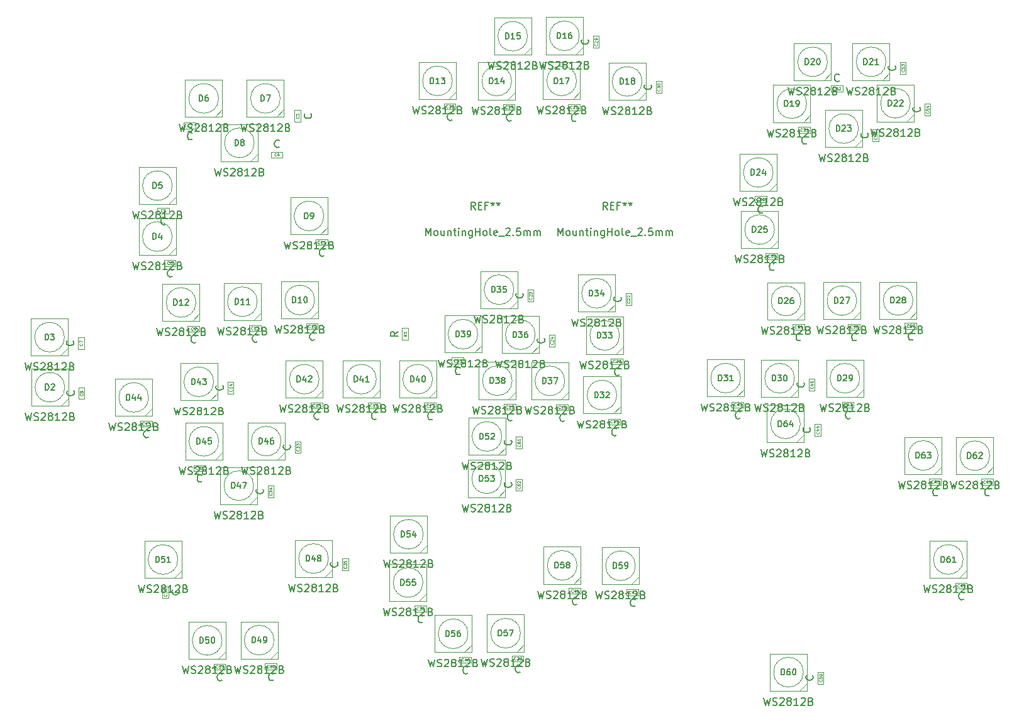
<source format=gbr>
%TF.GenerationSoftware,KiCad,Pcbnew,(5.1.9)-1*%
%TF.CreationDate,2022-08-07T13:29:13-06:00*%
%TF.ProjectId,ECS Panel PCB V2,45435320-5061-46e6-956c-205043422056,rev?*%
%TF.SameCoordinates,Original*%
%TF.FileFunction,Other,Fab,Top*%
%FSLAX46Y46*%
G04 Gerber Fmt 4.6, Leading zero omitted, Abs format (unit mm)*
G04 Created by KiCad (PCBNEW (5.1.9)-1) date 2022-08-07 13:29:13*
%MOMM*%
%LPD*%
G01*
G04 APERTURE LIST*
%ADD10C,0.100000*%
%ADD11C,0.150000*%
%ADD12C,0.060000*%
G04 APERTURE END LIST*
D10*
%TO.C,D8*%
X54163600Y-85904200D02*
X53163600Y-86904200D01*
X49163600Y-81904200D02*
X49163600Y-86904200D01*
X49163600Y-86904200D02*
X54163600Y-86904200D01*
X54163600Y-86904200D02*
X54163600Y-81904200D01*
X54163600Y-81904200D02*
X49163600Y-81904200D01*
X53663600Y-84404200D02*
G75*
G03*
X53663600Y-84404200I-2000000J0D01*
G01*
%TO.C,C62*%
X88900000Y-129712000D02*
X89700000Y-129712000D01*
X89700000Y-129712000D02*
X89700000Y-131312000D01*
X89700000Y-131312000D02*
X88900000Y-131312000D01*
X88900000Y-131312000D02*
X88900000Y-129712000D01*
%TO.C,C61*%
X88900000Y-124012000D02*
X89700000Y-124012000D01*
X89700000Y-124012000D02*
X89700000Y-125612000D01*
X89700000Y-125612000D02*
X88900000Y-125612000D01*
X88900000Y-125612000D02*
X88900000Y-124012000D01*
%TO.C,C60*%
X55112500Y-155400000D02*
X55112500Y-154600000D01*
X55112500Y-154600000D02*
X56712500Y-154600000D01*
X56712500Y-154600000D02*
X56712500Y-155400000D01*
X56712500Y-155400000D02*
X55112500Y-155400000D01*
%TO.C,C59*%
X122512000Y-100100000D02*
X122512000Y-99300000D01*
X122512000Y-99300000D02*
X124112000Y-99300000D01*
X124112000Y-99300000D02*
X124112000Y-100100000D01*
X124112000Y-100100000D02*
X122512000Y-100100000D01*
%TO.C,C58*%
X133612000Y-109600000D02*
X133612000Y-108800000D01*
X133612000Y-108800000D02*
X135212000Y-108800000D01*
X135212000Y-108800000D02*
X135212000Y-109600000D01*
X135212000Y-109600000D02*
X133612000Y-109600000D01*
%TO.C,C57*%
X141212000Y-109500000D02*
X141212000Y-108700000D01*
X141212000Y-108700000D02*
X142812000Y-108700000D01*
X142812000Y-108700000D02*
X142812000Y-109500000D01*
X142812000Y-109500000D02*
X141212000Y-109500000D01*
%TO.C,C56*%
X121012000Y-92400000D02*
X121012000Y-91600000D01*
X121012000Y-91600000D02*
X122612000Y-91600000D01*
X122612000Y-91600000D02*
X122612000Y-92400000D01*
X122612000Y-92400000D02*
X121012000Y-92400000D01*
%TO.C,C55*%
X136900000Y-82612500D02*
X137700000Y-82612500D01*
X137700000Y-82612500D02*
X137700000Y-84212500D01*
X137700000Y-84212500D02*
X136900000Y-84212500D01*
X136900000Y-84212500D02*
X136900000Y-82612500D01*
%TO.C,C54*%
X143900000Y-79112500D02*
X144700000Y-79112500D01*
X144700000Y-79112500D02*
X144700000Y-80712500D01*
X144700000Y-80712500D02*
X143900000Y-80712500D01*
X143900000Y-80712500D02*
X143900000Y-79112500D01*
%TO.C,C53*%
X140600000Y-73512500D02*
X141400000Y-73512500D01*
X141400000Y-73512500D02*
X141400000Y-75112500D01*
X141400000Y-75112500D02*
X140600000Y-75112500D01*
X140600000Y-75112500D02*
X140600000Y-73512500D01*
%TO.C,C52*%
X132888000Y-76700000D02*
X132888000Y-77500000D01*
X132888000Y-77500000D02*
X131288000Y-77500000D01*
X131288000Y-77500000D02*
X131288000Y-76700000D01*
X131288000Y-76700000D02*
X132888000Y-76700000D01*
%TO.C,C51*%
X126112000Y-109600000D02*
X126112000Y-108800000D01*
X126112000Y-108800000D02*
X127712000Y-108800000D01*
X127712000Y-108800000D02*
X127712000Y-109600000D01*
X127712000Y-109600000D02*
X126112000Y-109600000D01*
%TO.C,C50*%
X129500000Y-155712000D02*
X130300000Y-155712000D01*
X130300000Y-155712000D02*
X130300000Y-157312000D01*
X130300000Y-157312000D02*
X129500000Y-157312000D01*
X129500000Y-157312000D02*
X129500000Y-155712000D01*
%TO.C,C49*%
X148012000Y-144500000D02*
X148012000Y-143700000D01*
X148012000Y-143700000D02*
X149612000Y-143700000D01*
X149612000Y-143700000D02*
X149612000Y-144500000D01*
X149612000Y-144500000D02*
X148012000Y-144500000D01*
%TO.C,C48*%
X151512000Y-130500000D02*
X151512000Y-129700000D01*
X151512000Y-129700000D02*
X153112000Y-129700000D01*
X153112000Y-129700000D02*
X153112000Y-130500000D01*
X153112000Y-130500000D02*
X151512000Y-130500000D01*
%TO.C,C47*%
X132777000Y-120100000D02*
X132777000Y-119300000D01*
X132777000Y-119300000D02*
X134377000Y-119300000D01*
X134377000Y-119300000D02*
X134377000Y-120100000D01*
X134377000Y-120100000D02*
X132777000Y-120100000D01*
%TO.C,C46*%
X128300000Y-116212000D02*
X129100000Y-116212000D01*
X129100000Y-116212000D02*
X129100000Y-117812000D01*
X129100000Y-117812000D02*
X128300000Y-117812000D01*
X128300000Y-117812000D02*
X128300000Y-116212000D01*
%TO.C,C45*%
X144512000Y-130500000D02*
X144512000Y-129700000D01*
X144512000Y-129700000D02*
X146112000Y-129700000D01*
X146112000Y-129700000D02*
X146112000Y-130500000D01*
X146112000Y-130500000D02*
X144512000Y-130500000D01*
%TO.C,C44*%
X129100000Y-122312000D02*
X129900000Y-122312000D01*
X129900000Y-122312000D02*
X129900000Y-123912000D01*
X129900000Y-123912000D02*
X129100000Y-123912000D01*
X129100000Y-123912000D02*
X129100000Y-122312000D01*
%TO.C,C43*%
X117947000Y-120100000D02*
X117947000Y-119300000D01*
X117947000Y-119300000D02*
X119547000Y-119300000D01*
X119547000Y-119300000D02*
X119547000Y-120100000D01*
X119547000Y-120100000D02*
X117947000Y-120100000D01*
%TO.C,C42*%
X103812000Y-145400000D02*
X103812000Y-144600000D01*
X103812000Y-144600000D02*
X105412000Y-144600000D01*
X105412000Y-144600000D02*
X105412000Y-145400000D01*
X105412000Y-145400000D02*
X103812000Y-145400000D01*
%TO.C,C41*%
X96012500Y-145200000D02*
X96012500Y-144400000D01*
X96012500Y-144400000D02*
X97612500Y-144400000D01*
X97612500Y-144400000D02*
X97612500Y-145200000D01*
X97612500Y-145200000D02*
X96012500Y-145200000D01*
%TO.C,C40*%
X81282500Y-154480000D02*
X81282500Y-153680000D01*
X81282500Y-153680000D02*
X82882500Y-153680000D01*
X82882500Y-153680000D02*
X82882500Y-154480000D01*
X82882500Y-154480000D02*
X81282500Y-154480000D01*
%TO.C,C39*%
X88328500Y-154324000D02*
X88328500Y-153524000D01*
X88328500Y-153524000D02*
X89928500Y-153524000D01*
X89928500Y-153524000D02*
X89928500Y-154324000D01*
X89928500Y-154324000D02*
X88328500Y-154324000D01*
%TO.C,C38*%
X42100000Y-145787500D02*
X41300000Y-145787500D01*
X41300000Y-145787500D02*
X41300000Y-144187500D01*
X41300000Y-144187500D02*
X42100000Y-144187500D01*
X42100000Y-144187500D02*
X42100000Y-145787500D01*
%TO.C,C37*%
X48192500Y-155430000D02*
X48192500Y-154630000D01*
X48192500Y-154630000D02*
X49792500Y-154630000D01*
X49792500Y-154630000D02*
X49792500Y-155430000D01*
X49792500Y-155430000D02*
X48192500Y-155430000D01*
%TO.C,C36*%
X75232500Y-147600000D02*
X75232500Y-146800000D01*
X75232500Y-146800000D02*
X76832500Y-146800000D01*
X76832500Y-146800000D02*
X76832500Y-147600000D01*
X76832500Y-147600000D02*
X75232500Y-147600000D01*
%TO.C,C35*%
X65510000Y-140462000D02*
X66310000Y-140462000D01*
X66310000Y-140462000D02*
X66310000Y-142062000D01*
X66310000Y-142062000D02*
X65510000Y-142062000D01*
X65510000Y-142062000D02*
X65510000Y-140462000D01*
%TO.C,C34*%
X55480000Y-130592000D02*
X56280000Y-130592000D01*
X56280000Y-130592000D02*
X56280000Y-132192000D01*
X56280000Y-132192000D02*
X55480000Y-132192000D01*
X55480000Y-132192000D02*
X55480000Y-130592000D01*
%TO.C,C33*%
X59140000Y-124632000D02*
X59940000Y-124632000D01*
X59940000Y-124632000D02*
X59940000Y-126232000D01*
X59940000Y-126232000D02*
X59140000Y-126232000D01*
X59140000Y-126232000D02*
X59140000Y-124632000D01*
%TO.C,C32*%
X45502500Y-128650000D02*
X45502500Y-127850000D01*
X45502500Y-127850000D02*
X47102500Y-127850000D01*
X47102500Y-127850000D02*
X47102500Y-128650000D01*
X47102500Y-128650000D02*
X45502500Y-128650000D01*
%TO.C,C31*%
X126888000Y-83070000D02*
X126888000Y-82270000D01*
X126888000Y-82270000D02*
X128488000Y-82270000D01*
X128488000Y-82270000D02*
X128488000Y-83070000D01*
X128488000Y-83070000D02*
X126888000Y-83070000D01*
%TO.C,C30*%
X107720000Y-76102500D02*
X108520000Y-76102500D01*
X108520000Y-76102500D02*
X108520000Y-77702500D01*
X108520000Y-77702500D02*
X107720000Y-77702500D01*
X107720000Y-77702500D02*
X107720000Y-76102500D01*
%TO.C,C29*%
X99270000Y-70002500D02*
X100070000Y-70002500D01*
X100070000Y-70002500D02*
X100070000Y-71602500D01*
X100070000Y-71602500D02*
X99270000Y-71602500D01*
X99270000Y-71602500D02*
X99270000Y-70002500D01*
%TO.C,C28*%
X95892500Y-80030000D02*
X95892500Y-79230000D01*
X95892500Y-79230000D02*
X97492500Y-79230000D01*
X97492500Y-79230000D02*
X97492500Y-80030000D01*
X97492500Y-80030000D02*
X95892500Y-80030000D01*
%TO.C,C27*%
X87142500Y-80010000D02*
X87142500Y-79210000D01*
X87142500Y-79210000D02*
X88742500Y-79210000D01*
X88742500Y-79210000D02*
X88742500Y-80010000D01*
X88742500Y-80010000D02*
X87142500Y-80010000D01*
%TO.C,C26*%
X79182500Y-79900000D02*
X79182500Y-79100000D01*
X79182500Y-79100000D02*
X80782500Y-79100000D01*
X80782500Y-79100000D02*
X80782500Y-79900000D01*
X80782500Y-79900000D02*
X79182500Y-79900000D01*
%TO.C,C25*%
X80272500Y-114160000D02*
X80272500Y-113360000D01*
X80272500Y-113360000D02*
X81872500Y-113360000D01*
X81872500Y-113360000D02*
X81872500Y-114160000D01*
X81872500Y-114160000D02*
X80272500Y-114160000D01*
%TO.C,C24*%
X93350000Y-110268000D02*
X94150000Y-110268000D01*
X94150000Y-110268000D02*
X94150000Y-111868000D01*
X94150000Y-111868000D02*
X93350000Y-111868000D01*
X93350000Y-111868000D02*
X93350000Y-110268000D01*
%TO.C,C23*%
X90460000Y-104202000D02*
X91260000Y-104202000D01*
X91260000Y-104202000D02*
X91260000Y-105802000D01*
X91260000Y-105802000D02*
X90460000Y-105802000D01*
X90460000Y-105802000D02*
X90460000Y-104202000D01*
%TO.C,C22*%
X103650000Y-104682000D02*
X104450000Y-104682000D01*
X104450000Y-104682000D02*
X104450000Y-106282000D01*
X104450000Y-106282000D02*
X103650000Y-106282000D01*
X103650000Y-106282000D02*
X103650000Y-104682000D01*
%TO.C,C21*%
X101310000Y-122390000D02*
X101310000Y-121590000D01*
X101310000Y-121590000D02*
X102910000Y-121590000D01*
X102910000Y-121590000D02*
X102910000Y-122390000D01*
X102910000Y-122390000D02*
X101310000Y-122390000D01*
%TO.C,C20*%
X101692000Y-114260000D02*
X101692000Y-113460000D01*
X101692000Y-113460000D02*
X103292000Y-113460000D01*
X103292000Y-113460000D02*
X103292000Y-114260000D01*
X103292000Y-114260000D02*
X101692000Y-114260000D01*
%TO.C,C19*%
X94310000Y-120460000D02*
X94310000Y-119660000D01*
X94310000Y-119660000D02*
X95910000Y-119660000D01*
X95910000Y-119660000D02*
X95910000Y-120460000D01*
X95910000Y-120460000D02*
X94310000Y-120460000D01*
%TO.C,C18*%
X87252500Y-120390000D02*
X87252500Y-119590000D01*
X87252500Y-119590000D02*
X88852500Y-119590000D01*
X88852500Y-119590000D02*
X88852500Y-120390000D01*
X88852500Y-120390000D02*
X87252500Y-120390000D01*
%TO.C,C17*%
X76522500Y-120240000D02*
X76522500Y-119440000D01*
X76522500Y-119440000D02*
X78122500Y-119440000D01*
X78122500Y-119440000D02*
X78122500Y-120240000D01*
X78122500Y-120240000D02*
X76522500Y-120240000D01*
%TO.C,C16*%
X68962500Y-120210000D02*
X68962500Y-119410000D01*
X68962500Y-119410000D02*
X70562500Y-119410000D01*
X70562500Y-119410000D02*
X70562500Y-120210000D01*
X70562500Y-120210000D02*
X68962500Y-120210000D01*
%TO.C,C15*%
X61242500Y-120220000D02*
X61242500Y-119420000D01*
X61242500Y-119420000D02*
X62842500Y-119420000D01*
X62842500Y-119420000D02*
X62842500Y-120220000D01*
X62842500Y-120220000D02*
X61242500Y-120220000D01*
%TO.C,C14*%
X50090000Y-116612000D02*
X50890000Y-116612000D01*
X50890000Y-116612000D02*
X50890000Y-118212000D01*
X50890000Y-118212000D02*
X50090000Y-118212000D01*
X50090000Y-118212000D02*
X50090000Y-116612000D01*
%TO.C,C13*%
X38292500Y-122680000D02*
X38292500Y-121880000D01*
X38292500Y-121880000D02*
X39892500Y-121880000D01*
X39892500Y-121880000D02*
X39892500Y-122680000D01*
X39892500Y-122680000D02*
X38292500Y-122680000D01*
%TO.C,C12*%
X52942500Y-109780000D02*
X52942500Y-108980000D01*
X52942500Y-108980000D02*
X54542500Y-108980000D01*
X54542500Y-108980000D02*
X54542500Y-109780000D01*
X54542500Y-109780000D02*
X52942500Y-109780000D01*
%TO.C,C11*%
X61922500Y-98200000D02*
X61922500Y-97400000D01*
X61922500Y-97400000D02*
X63522500Y-97400000D01*
X63522500Y-97400000D02*
X63522500Y-98200000D01*
X63522500Y-98200000D02*
X61922500Y-98200000D01*
%TO.C,C10*%
X60642500Y-109530000D02*
X60642500Y-108730000D01*
X60642500Y-108730000D02*
X62242500Y-108730000D01*
X62242500Y-108730000D02*
X62242500Y-109530000D01*
X62242500Y-109530000D02*
X60642500Y-109530000D01*
%TO.C,C9*%
X44672500Y-109870000D02*
X44672500Y-109070000D01*
X44672500Y-109070000D02*
X46272500Y-109070000D01*
X46272500Y-109070000D02*
X46272500Y-109870000D01*
X46272500Y-109870000D02*
X44672500Y-109870000D01*
%TO.C,C8*%
X30020000Y-117352000D02*
X30820000Y-117352000D01*
X30820000Y-117352000D02*
X30820000Y-118952000D01*
X30820000Y-118952000D02*
X30020000Y-118952000D01*
X30020000Y-118952000D02*
X30020000Y-117352000D01*
%TO.C,C7*%
X29960000Y-110602000D02*
X30760000Y-110602000D01*
X30760000Y-110602000D02*
X30760000Y-112202000D01*
X30760000Y-112202000D02*
X29960000Y-112202000D01*
X29960000Y-112202000D02*
X29960000Y-110602000D01*
%TO.C,C6*%
X41502500Y-101010000D02*
X41502500Y-100210000D01*
X41502500Y-100210000D02*
X43102500Y-100210000D01*
X43102500Y-100210000D02*
X43102500Y-101010000D01*
X43102500Y-101010000D02*
X41502500Y-101010000D01*
%TO.C,C5*%
X40592500Y-93940000D02*
X40592500Y-93140000D01*
X40592500Y-93140000D02*
X42192500Y-93140000D01*
X42192500Y-93140000D02*
X42192500Y-93940000D01*
X42192500Y-93940000D02*
X40592500Y-93940000D01*
%TO.C,C4*%
X57500000Y-85600000D02*
X57500000Y-86400000D01*
X57500000Y-86400000D02*
X55900000Y-86400000D01*
X55900000Y-86400000D02*
X55900000Y-85600000D01*
X55900000Y-85600000D02*
X57500000Y-85600000D01*
%TO.C,C3*%
X59900000Y-81587500D02*
X59100000Y-81587500D01*
X59100000Y-81587500D02*
X59100000Y-79987500D01*
X59100000Y-79987500D02*
X59900000Y-79987500D01*
X59900000Y-79987500D02*
X59900000Y-81587500D01*
%TO.C,C2*%
X44187500Y-82500000D02*
X44187500Y-81700000D01*
X44187500Y-81700000D02*
X45787500Y-81700000D01*
X45787500Y-81700000D02*
X45787500Y-82500000D01*
X45787500Y-82500000D02*
X44187500Y-82500000D01*
%TO.C,R1*%
X73587500Y-110975000D02*
X73587500Y-109375000D01*
X74412500Y-110975000D02*
X73587500Y-110975000D01*
X74412500Y-109375000D02*
X74412500Y-110975000D01*
X73587500Y-109375000D02*
X74412500Y-109375000D01*
%TO.C,D64*%
X127171000Y-122276000D02*
G75*
G03*
X127171000Y-122276000I-2000000J0D01*
G01*
X127671000Y-119776000D02*
X122671000Y-119776000D01*
X127671000Y-124776000D02*
X127671000Y-119776000D01*
X122671000Y-124776000D02*
X127671000Y-124776000D01*
X122671000Y-119776000D02*
X122671000Y-124776000D01*
X127671000Y-123776000D02*
X126671000Y-124776000D01*
%TO.C,D63*%
X145713000Y-126543000D02*
G75*
G03*
X145713000Y-126543000I-2000000J0D01*
G01*
X146213000Y-124043000D02*
X141213000Y-124043000D01*
X146213000Y-129043000D02*
X146213000Y-124043000D01*
X141213000Y-129043000D02*
X146213000Y-129043000D01*
X141213000Y-124043000D02*
X141213000Y-129043000D01*
X146213000Y-128043000D02*
X145213000Y-129043000D01*
%TO.C,D62*%
X153173000Y-128068000D02*
X152173000Y-129068000D01*
X148173000Y-124068000D02*
X148173000Y-129068000D01*
X148173000Y-129068000D02*
X153173000Y-129068000D01*
X153173000Y-129068000D02*
X153173000Y-124068000D01*
X153173000Y-124068000D02*
X148173000Y-124068000D01*
X152673000Y-126568000D02*
G75*
G03*
X152673000Y-126568000I-2000000J0D01*
G01*
%TO.C,D61*%
X149591000Y-142064000D02*
X148591000Y-143064000D01*
X144591000Y-138064000D02*
X144591000Y-143064000D01*
X144591000Y-143064000D02*
X149591000Y-143064000D01*
X149591000Y-143064000D02*
X149591000Y-138064000D01*
X149591000Y-138064000D02*
X144591000Y-138064000D01*
X149091000Y-140564000D02*
G75*
G03*
X149091000Y-140564000I-2000000J0D01*
G01*
%TO.C,D60*%
X128078000Y-157253000D02*
X127078000Y-158253000D01*
X123078000Y-153253000D02*
X123078000Y-158253000D01*
X123078000Y-158253000D02*
X128078000Y-158253000D01*
X128078000Y-158253000D02*
X128078000Y-153253000D01*
X128078000Y-153253000D02*
X123078000Y-153253000D01*
X127578000Y-155753000D02*
G75*
G03*
X127578000Y-155753000I-2000000J0D01*
G01*
%TO.C,D59*%
X105472000Y-142902000D02*
X104472000Y-143902000D01*
X100472000Y-138902000D02*
X100472000Y-143902000D01*
X100472000Y-143902000D02*
X105472000Y-143902000D01*
X105472000Y-143902000D02*
X105472000Y-138902000D01*
X105472000Y-138902000D02*
X100472000Y-138902000D01*
X104972000Y-141402000D02*
G75*
G03*
X104972000Y-141402000I-2000000J0D01*
G01*
%TO.C,D58*%
X97623000Y-142851000D02*
X96623000Y-143851000D01*
X92623000Y-138851000D02*
X92623000Y-143851000D01*
X92623000Y-143851000D02*
X97623000Y-143851000D01*
X97623000Y-143851000D02*
X97623000Y-138851000D01*
X97623000Y-138851000D02*
X92623000Y-138851000D01*
X97123000Y-141351000D02*
G75*
G03*
X97123000Y-141351000I-2000000J0D01*
G01*
%TO.C,D57*%
X90003000Y-151995000D02*
X89003000Y-152995000D01*
X85003000Y-147995000D02*
X85003000Y-152995000D01*
X85003000Y-152995000D02*
X90003000Y-152995000D01*
X90003000Y-152995000D02*
X90003000Y-147995000D01*
X90003000Y-147995000D02*
X85003000Y-147995000D01*
X89503000Y-150495000D02*
G75*
G03*
X89503000Y-150495000I-2000000J0D01*
G01*
%TO.C,D56*%
X82941800Y-152071000D02*
X81941800Y-153071000D01*
X77941800Y-148071000D02*
X77941800Y-153071000D01*
X77941800Y-153071000D02*
X82941800Y-153071000D01*
X82941800Y-153071000D02*
X82941800Y-148071000D01*
X82941800Y-148071000D02*
X77941800Y-148071000D01*
X82441800Y-150571000D02*
G75*
G03*
X82441800Y-150571000I-2000000J0D01*
G01*
%TO.C,D55*%
X76871200Y-145162000D02*
X75871200Y-146162000D01*
X71871200Y-141162000D02*
X71871200Y-146162000D01*
X71871200Y-146162000D02*
X76871200Y-146162000D01*
X76871200Y-146162000D02*
X76871200Y-141162000D01*
X76871200Y-141162000D02*
X71871200Y-141162000D01*
X76371200Y-143662000D02*
G75*
G03*
X76371200Y-143662000I-2000000J0D01*
G01*
%TO.C,D54*%
X76922000Y-138660000D02*
X75922000Y-139660000D01*
X71922000Y-134660000D02*
X71922000Y-139660000D01*
X71922000Y-139660000D02*
X76922000Y-139660000D01*
X76922000Y-139660000D02*
X76922000Y-134660000D01*
X76922000Y-134660000D02*
X71922000Y-134660000D01*
X76422000Y-137160000D02*
G75*
G03*
X76422000Y-137160000I-2000000J0D01*
G01*
%TO.C,D53*%
X87463000Y-131167000D02*
X86463000Y-132167000D01*
X82463000Y-127167000D02*
X82463000Y-132167000D01*
X82463000Y-132167000D02*
X87463000Y-132167000D01*
X87463000Y-132167000D02*
X87463000Y-127167000D01*
X87463000Y-127167000D02*
X82463000Y-127167000D01*
X86963000Y-129667000D02*
G75*
G03*
X86963000Y-129667000I-2000000J0D01*
G01*
%TO.C,D52*%
X87488400Y-125477000D02*
X86488400Y-126477000D01*
X82488400Y-121477000D02*
X82488400Y-126477000D01*
X82488400Y-126477000D02*
X87488400Y-126477000D01*
X87488400Y-126477000D02*
X87488400Y-121477000D01*
X87488400Y-121477000D02*
X82488400Y-121477000D01*
X86988400Y-123977000D02*
G75*
G03*
X86988400Y-123977000I-2000000J0D01*
G01*
%TO.C,D51*%
X43876600Y-142064000D02*
X42876600Y-143064000D01*
X38876600Y-138064000D02*
X38876600Y-143064000D01*
X38876600Y-143064000D02*
X43876600Y-143064000D01*
X43876600Y-143064000D02*
X43876600Y-138064000D01*
X43876600Y-138064000D02*
X38876600Y-138064000D01*
X43376600Y-140564000D02*
G75*
G03*
X43376600Y-140564000I-2000000J0D01*
G01*
%TO.C,D50*%
X49834000Y-152960000D02*
X48834000Y-153960000D01*
X44834000Y-148960000D02*
X44834000Y-153960000D01*
X44834000Y-153960000D02*
X49834000Y-153960000D01*
X49834000Y-153960000D02*
X49834000Y-148960000D01*
X49834000Y-148960000D02*
X44834000Y-148960000D01*
X49334000Y-151460000D02*
G75*
G03*
X49334000Y-151460000I-2000000J0D01*
G01*
%TO.C,D49*%
X56830600Y-152935000D02*
X55830600Y-153935000D01*
X51830600Y-148935000D02*
X51830600Y-153935000D01*
X51830600Y-153935000D02*
X56830600Y-153935000D01*
X56830600Y-153935000D02*
X56830600Y-148935000D01*
X56830600Y-148935000D02*
X51830600Y-148935000D01*
X56330600Y-151435000D02*
G75*
G03*
X56330600Y-151435000I-2000000J0D01*
G01*
%TO.C,D48*%
X64145800Y-141937000D02*
X63145800Y-142937000D01*
X59145800Y-137937000D02*
X59145800Y-142937000D01*
X59145800Y-142937000D02*
X64145800Y-142937000D01*
X64145800Y-142937000D02*
X64145800Y-137937000D01*
X64145800Y-137937000D02*
X59145800Y-137937000D01*
X63645800Y-140437000D02*
G75*
G03*
X63645800Y-140437000I-2000000J0D01*
G01*
%TO.C,D47*%
X54087400Y-132107000D02*
X53087400Y-133107000D01*
X49087400Y-128107000D02*
X49087400Y-133107000D01*
X49087400Y-133107000D02*
X54087400Y-133107000D01*
X54087400Y-133107000D02*
X54087400Y-128107000D01*
X54087400Y-128107000D02*
X49087400Y-128107000D01*
X53587400Y-130607000D02*
G75*
G03*
X53587400Y-130607000I-2000000J0D01*
G01*
%TO.C,D46*%
X57770400Y-126112000D02*
X56770400Y-127112000D01*
X52770400Y-122112000D02*
X52770400Y-127112000D01*
X52770400Y-127112000D02*
X57770400Y-127112000D01*
X57770400Y-127112000D02*
X57770400Y-122112000D01*
X57770400Y-122112000D02*
X52770400Y-122112000D01*
X57270400Y-124612000D02*
G75*
G03*
X57270400Y-124612000I-2000000J0D01*
G01*
%TO.C,D45*%
X49388400Y-126138000D02*
X48388400Y-127138000D01*
X44388400Y-122138000D02*
X44388400Y-127138000D01*
X44388400Y-127138000D02*
X49388400Y-127138000D01*
X49388400Y-127138000D02*
X49388400Y-122138000D01*
X49388400Y-122138000D02*
X44388400Y-122138000D01*
X48888400Y-124638000D02*
G75*
G03*
X48888400Y-124638000I-2000000J0D01*
G01*
%TO.C,D44*%
X39939600Y-120220000D02*
X38939600Y-121220000D01*
X34939600Y-116220000D02*
X34939600Y-121220000D01*
X34939600Y-121220000D02*
X39939600Y-121220000D01*
X39939600Y-121220000D02*
X39939600Y-116220000D01*
X39939600Y-116220000D02*
X34939600Y-116220000D01*
X39439600Y-118720000D02*
G75*
G03*
X39439600Y-118720000I-2000000J0D01*
G01*
%TO.C,D43*%
X48702600Y-118111000D02*
X47702600Y-119111000D01*
X43702600Y-114111000D02*
X43702600Y-119111000D01*
X43702600Y-119111000D02*
X48702600Y-119111000D01*
X48702600Y-119111000D02*
X48702600Y-114111000D01*
X48702600Y-114111000D02*
X43702600Y-114111000D01*
X48202600Y-116611000D02*
G75*
G03*
X48202600Y-116611000I-2000000J0D01*
G01*
%TO.C,D42*%
X62901200Y-117756000D02*
X61901200Y-118756000D01*
X57901200Y-113756000D02*
X57901200Y-118756000D01*
X57901200Y-118756000D02*
X62901200Y-118756000D01*
X62901200Y-118756000D02*
X62901200Y-113756000D01*
X62901200Y-113756000D02*
X57901200Y-113756000D01*
X62401200Y-116256000D02*
G75*
G03*
X62401200Y-116256000I-2000000J0D01*
G01*
%TO.C,D41*%
X70597400Y-117756000D02*
X69597400Y-118756000D01*
X65597400Y-113756000D02*
X65597400Y-118756000D01*
X65597400Y-118756000D02*
X70597400Y-118756000D01*
X70597400Y-118756000D02*
X70597400Y-113756000D01*
X70597400Y-113756000D02*
X65597400Y-113756000D01*
X70097400Y-116256000D02*
G75*
G03*
X70097400Y-116256000I-2000000J0D01*
G01*
%TO.C,D40*%
X78166600Y-117756000D02*
X77166600Y-118756000D01*
X73166600Y-113756000D02*
X73166600Y-118756000D01*
X73166600Y-118756000D02*
X78166600Y-118756000D01*
X78166600Y-118756000D02*
X78166600Y-113756000D01*
X78166600Y-113756000D02*
X73166600Y-113756000D01*
X77666600Y-116256000D02*
G75*
G03*
X77666600Y-116256000I-2000000J0D01*
G01*
%TO.C,D39*%
X84262600Y-111685000D02*
X83262600Y-112685000D01*
X79262600Y-107685000D02*
X79262600Y-112685000D01*
X79262600Y-112685000D02*
X84262600Y-112685000D01*
X84262600Y-112685000D02*
X84262600Y-107685000D01*
X84262600Y-107685000D02*
X79262600Y-107685000D01*
X83762600Y-110185000D02*
G75*
G03*
X83762600Y-110185000I-2000000J0D01*
G01*
%TO.C,D38*%
X88885400Y-117959000D02*
X87885400Y-118959000D01*
X83885400Y-113959000D02*
X83885400Y-118959000D01*
X83885400Y-118959000D02*
X88885400Y-118959000D01*
X88885400Y-118959000D02*
X88885400Y-113959000D01*
X88885400Y-113959000D02*
X83885400Y-113959000D01*
X88385400Y-116459000D02*
G75*
G03*
X88385400Y-116459000I-2000000J0D01*
G01*
%TO.C,D37*%
X95960400Y-117985000D02*
X94960400Y-118985000D01*
X90960400Y-113985000D02*
X90960400Y-118985000D01*
X90960400Y-118985000D02*
X95960400Y-118985000D01*
X95960400Y-118985000D02*
X95960400Y-113985000D01*
X95960400Y-113985000D02*
X90960400Y-113985000D01*
X95460400Y-116485000D02*
G75*
G03*
X95460400Y-116485000I-2000000J0D01*
G01*
%TO.C,D36*%
X91984200Y-111761000D02*
X90984200Y-112761000D01*
X86984200Y-107761000D02*
X86984200Y-112761000D01*
X86984200Y-112761000D02*
X91984200Y-112761000D01*
X91984200Y-112761000D02*
X91984200Y-107761000D01*
X91984200Y-107761000D02*
X86984200Y-107761000D01*
X91484200Y-110261000D02*
G75*
G03*
X91484200Y-110261000I-2000000J0D01*
G01*
%TO.C,D35*%
X89114000Y-105691000D02*
X88114000Y-106691000D01*
X84114000Y-101691000D02*
X84114000Y-106691000D01*
X84114000Y-106691000D02*
X89114000Y-106691000D01*
X89114000Y-106691000D02*
X89114000Y-101691000D01*
X89114000Y-101691000D02*
X84114000Y-101691000D01*
X88614000Y-104191000D02*
G75*
G03*
X88614000Y-104191000I-2000000J0D01*
G01*
%TO.C,D34*%
X102245800Y-106173000D02*
X101245800Y-107173000D01*
X97245800Y-102173000D02*
X97245800Y-107173000D01*
X97245800Y-107173000D02*
X102245800Y-107173000D01*
X102245800Y-107173000D02*
X102245800Y-102173000D01*
X102245800Y-102173000D02*
X97245800Y-102173000D01*
X101745800Y-104673000D02*
G75*
G03*
X101745800Y-104673000I-2000000J0D01*
G01*
%TO.C,D33*%
X103338000Y-111863000D02*
X102338000Y-112863000D01*
X98338000Y-107863000D02*
X98338000Y-112863000D01*
X98338000Y-112863000D02*
X103338000Y-112863000D01*
X103338000Y-112863000D02*
X103338000Y-107863000D01*
X103338000Y-107863000D02*
X98338000Y-107863000D01*
X102838000Y-110363000D02*
G75*
G03*
X102838000Y-110363000I-2000000J0D01*
G01*
%TO.C,D32*%
X102971000Y-119889000D02*
X101971000Y-120889000D01*
X97971000Y-115889000D02*
X97971000Y-120889000D01*
X97971000Y-120889000D02*
X102971000Y-120889000D01*
X102971000Y-120889000D02*
X102971000Y-115889000D01*
X102971000Y-115889000D02*
X97971000Y-115889000D01*
X102471000Y-118389000D02*
G75*
G03*
X102471000Y-118389000I-2000000J0D01*
G01*
%TO.C,D31*%
X119619000Y-117603000D02*
X118619000Y-118603000D01*
X114619000Y-113603000D02*
X114619000Y-118603000D01*
X114619000Y-118603000D02*
X119619000Y-118603000D01*
X119619000Y-118603000D02*
X119619000Y-113603000D01*
X119619000Y-113603000D02*
X114619000Y-113603000D01*
X119119000Y-116103000D02*
G75*
G03*
X119119000Y-116103000I-2000000J0D01*
G01*
%TO.C,D30*%
X126884000Y-117629000D02*
X125884000Y-118629000D01*
X121884000Y-113629000D02*
X121884000Y-118629000D01*
X121884000Y-118629000D02*
X126884000Y-118629000D01*
X126884000Y-118629000D02*
X126884000Y-113629000D01*
X126884000Y-113629000D02*
X121884000Y-113629000D01*
X126384000Y-116129000D02*
G75*
G03*
X126384000Y-116129000I-2000000J0D01*
G01*
%TO.C,D29*%
X135672000Y-117629000D02*
X134672000Y-118629000D01*
X130672000Y-113629000D02*
X130672000Y-118629000D01*
X130672000Y-118629000D02*
X135672000Y-118629000D01*
X135672000Y-118629000D02*
X135672000Y-113629000D01*
X135672000Y-113629000D02*
X130672000Y-113629000D01*
X135172000Y-116129000D02*
G75*
G03*
X135172000Y-116129000I-2000000J0D01*
G01*
%TO.C,D28*%
X142835000Y-107139000D02*
X141835000Y-108139000D01*
X137835000Y-103139000D02*
X137835000Y-108139000D01*
X137835000Y-108139000D02*
X142835000Y-108139000D01*
X142835000Y-108139000D02*
X142835000Y-103139000D01*
X142835000Y-103139000D02*
X137835000Y-103139000D01*
X142335000Y-105639000D02*
G75*
G03*
X142335000Y-105639000I-2000000J0D01*
G01*
%TO.C,D27*%
X135266000Y-107164000D02*
X134266000Y-108164000D01*
X130266000Y-103164000D02*
X130266000Y-108164000D01*
X130266000Y-108164000D02*
X135266000Y-108164000D01*
X135266000Y-108164000D02*
X135266000Y-103164000D01*
X135266000Y-103164000D02*
X130266000Y-103164000D01*
X134766000Y-105664000D02*
G75*
G03*
X134766000Y-105664000I-2000000J0D01*
G01*
%TO.C,D26*%
X127747000Y-107215000D02*
X126747000Y-108215000D01*
X122747000Y-103215000D02*
X122747000Y-108215000D01*
X122747000Y-108215000D02*
X127747000Y-108215000D01*
X127747000Y-108215000D02*
X127747000Y-103215000D01*
X127747000Y-103215000D02*
X122747000Y-103215000D01*
X127247000Y-105715000D02*
G75*
G03*
X127247000Y-105715000I-2000000J0D01*
G01*
%TO.C,D25*%
X124191000Y-97588200D02*
X123191000Y-98588200D01*
X119191000Y-93588200D02*
X119191000Y-98588200D01*
X119191000Y-98588200D02*
X124191000Y-98588200D01*
X124191000Y-98588200D02*
X124191000Y-93588200D01*
X124191000Y-93588200D02*
X119191000Y-93588200D01*
X123691000Y-96088200D02*
G75*
G03*
X123691000Y-96088200I-2000000J0D01*
G01*
%TO.C,D24*%
X124014000Y-89892000D02*
X123014000Y-90892000D01*
X119014000Y-85892000D02*
X119014000Y-90892000D01*
X119014000Y-90892000D02*
X124014000Y-90892000D01*
X124014000Y-90892000D02*
X124014000Y-85892000D01*
X124014000Y-85892000D02*
X119014000Y-85892000D01*
X123514000Y-88392000D02*
G75*
G03*
X123514000Y-88392000I-2000000J0D01*
G01*
%TO.C,D23*%
X135508000Y-83974000D02*
X134508000Y-84974000D01*
X130508000Y-79974000D02*
X130508000Y-84974000D01*
X130508000Y-84974000D02*
X135508000Y-84974000D01*
X135508000Y-84974000D02*
X135508000Y-79974000D01*
X135508000Y-79974000D02*
X130508000Y-79974000D01*
X135008000Y-82474000D02*
G75*
G03*
X135008000Y-82474000I-2000000J0D01*
G01*
%TO.C,D22*%
X142479000Y-80570200D02*
X141479000Y-81570200D01*
X137479000Y-76570200D02*
X137479000Y-81570200D01*
X137479000Y-81570200D02*
X142479000Y-81570200D01*
X142479000Y-81570200D02*
X142479000Y-76570200D01*
X142479000Y-76570200D02*
X137479000Y-76570200D01*
X141979000Y-79070200D02*
G75*
G03*
X141979000Y-79070200I-2000000J0D01*
G01*
%TO.C,D21*%
X139203000Y-74982200D02*
X138203000Y-75982200D01*
X134203000Y-70982200D02*
X134203000Y-75982200D01*
X134203000Y-75982200D02*
X139203000Y-75982200D01*
X139203000Y-75982200D02*
X139203000Y-70982200D01*
X139203000Y-70982200D02*
X134203000Y-70982200D01*
X138703000Y-73482200D02*
G75*
G03*
X138703000Y-73482200I-2000000J0D01*
G01*
%TO.C,D20*%
X131329000Y-74982200D02*
X130329000Y-75982200D01*
X126329000Y-70982200D02*
X126329000Y-75982200D01*
X126329000Y-75982200D02*
X131329000Y-75982200D01*
X131329000Y-75982200D02*
X131329000Y-70982200D01*
X131329000Y-70982200D02*
X126329000Y-70982200D01*
X130829000Y-73482200D02*
G75*
G03*
X130829000Y-73482200I-2000000J0D01*
G01*
%TO.C,D19*%
X128523000Y-80621200D02*
X127523000Y-81621200D01*
X123523000Y-76621200D02*
X123523000Y-81621200D01*
X123523000Y-81621200D02*
X128523000Y-81621200D01*
X128523000Y-81621200D02*
X128523000Y-76621200D01*
X128523000Y-76621200D02*
X123523000Y-76621200D01*
X128023000Y-79121200D02*
G75*
G03*
X128023000Y-79121200I-2000000J0D01*
G01*
%TO.C,D18*%
X106361000Y-77623800D02*
X105361000Y-78623800D01*
X101361000Y-73623800D02*
X101361000Y-78623800D01*
X101361000Y-78623800D02*
X106361000Y-78623800D01*
X106361000Y-78623800D02*
X106361000Y-73623800D01*
X106361000Y-73623800D02*
X101361000Y-73623800D01*
X105861000Y-76123800D02*
G75*
G03*
X105861000Y-76123800I-2000000J0D01*
G01*
%TO.C,D17*%
X97546800Y-77547600D02*
X96546800Y-78547600D01*
X92546800Y-73547600D02*
X92546800Y-78547600D01*
X92546800Y-78547600D02*
X97546800Y-78547600D01*
X97546800Y-78547600D02*
X97546800Y-73547600D01*
X97546800Y-73547600D02*
X92546800Y-73547600D01*
X97046800Y-76047600D02*
G75*
G03*
X97046800Y-76047600I-2000000J0D01*
G01*
%TO.C,D16*%
X97916200Y-71477200D02*
X96916200Y-72477200D01*
X92916200Y-67477200D02*
X92916200Y-72477200D01*
X92916200Y-72477200D02*
X97916200Y-72477200D01*
X97916200Y-72477200D02*
X97916200Y-67477200D01*
X97916200Y-67477200D02*
X92916200Y-67477200D01*
X97416200Y-69977200D02*
G75*
G03*
X97416200Y-69977200I-2000000J0D01*
G01*
%TO.C,D15*%
X90954400Y-71528000D02*
X89954400Y-72528000D01*
X85954400Y-67528000D02*
X85954400Y-72528000D01*
X85954400Y-72528000D02*
X90954400Y-72528000D01*
X90954400Y-72528000D02*
X90954400Y-67528000D01*
X90954400Y-67528000D02*
X85954400Y-67528000D01*
X90454400Y-70028000D02*
G75*
G03*
X90454400Y-70028000I-2000000J0D01*
G01*
%TO.C,D14*%
X88809200Y-77573000D02*
X87809200Y-78573000D01*
X83809200Y-73573000D02*
X83809200Y-78573000D01*
X83809200Y-78573000D02*
X88809200Y-78573000D01*
X88809200Y-78573000D02*
X88809200Y-73573000D01*
X88809200Y-73573000D02*
X83809200Y-73573000D01*
X88309200Y-76073000D02*
G75*
G03*
X88309200Y-76073000I-2000000J0D01*
G01*
%TO.C,D13*%
X80833600Y-77547600D02*
X79833600Y-78547600D01*
X75833600Y-73547600D02*
X75833600Y-78547600D01*
X75833600Y-78547600D02*
X80833600Y-78547600D01*
X80833600Y-78547600D02*
X80833600Y-73547600D01*
X80833600Y-73547600D02*
X75833600Y-73547600D01*
X80333600Y-76047600D02*
G75*
G03*
X80333600Y-76047600I-2000000J0D01*
G01*
%TO.C,D12*%
X46315000Y-107418000D02*
X45315000Y-108418000D01*
X41315000Y-103418000D02*
X41315000Y-108418000D01*
X41315000Y-108418000D02*
X46315000Y-108418000D01*
X46315000Y-108418000D02*
X46315000Y-103418000D01*
X46315000Y-103418000D02*
X41315000Y-103418000D01*
X45815000Y-105918000D02*
G75*
G03*
X45815000Y-105918000I-2000000J0D01*
G01*
%TO.C,D11*%
X54570000Y-107316000D02*
X53570000Y-108316000D01*
X49570000Y-103316000D02*
X49570000Y-108316000D01*
X49570000Y-108316000D02*
X54570000Y-108316000D01*
X54570000Y-108316000D02*
X54570000Y-103316000D01*
X54570000Y-103316000D02*
X49570000Y-103316000D01*
X54070000Y-105816000D02*
G75*
G03*
X54070000Y-105816000I-2000000J0D01*
G01*
%TO.C,D10*%
X62291600Y-107088000D02*
X61291600Y-108088000D01*
X57291600Y-103088000D02*
X57291600Y-108088000D01*
X57291600Y-108088000D02*
X62291600Y-108088000D01*
X62291600Y-108088000D02*
X62291600Y-103088000D01*
X62291600Y-103088000D02*
X57291600Y-103088000D01*
X61791600Y-105588000D02*
G75*
G03*
X61791600Y-105588000I-2000000J0D01*
G01*
%TO.C,D9*%
X63536200Y-95759400D02*
X62536200Y-96759400D01*
X58536200Y-91759400D02*
X58536200Y-96759400D01*
X58536200Y-96759400D02*
X63536200Y-96759400D01*
X63536200Y-96759400D02*
X63536200Y-91759400D01*
X63536200Y-91759400D02*
X58536200Y-91759400D01*
X63036200Y-94259400D02*
G75*
G03*
X63036200Y-94259400I-2000000J0D01*
G01*
%TO.C,D7*%
X57668800Y-79909800D02*
X56668800Y-80909800D01*
X52668800Y-75909800D02*
X52668800Y-80909800D01*
X52668800Y-80909800D02*
X57668800Y-80909800D01*
X57668800Y-80909800D02*
X57668800Y-75909800D01*
X57668800Y-75909800D02*
X52668800Y-75909800D01*
X57168800Y-78409800D02*
G75*
G03*
X57168800Y-78409800I-2000000J0D01*
G01*
%TO.C,D6*%
X49363000Y-79909800D02*
X48363000Y-80909800D01*
X44363000Y-75909800D02*
X44363000Y-80909800D01*
X44363000Y-80909800D02*
X49363000Y-80909800D01*
X49363000Y-80909800D02*
X49363000Y-75909800D01*
X49363000Y-75909800D02*
X44363000Y-75909800D01*
X48863000Y-78409800D02*
G75*
G03*
X48863000Y-78409800I-2000000J0D01*
G01*
%TO.C,D5*%
X43140000Y-91670000D02*
X42140000Y-92670000D01*
X38140000Y-87670000D02*
X38140000Y-92670000D01*
X38140000Y-92670000D02*
X43140000Y-92670000D01*
X43140000Y-92670000D02*
X43140000Y-87670000D01*
X43140000Y-87670000D02*
X38140000Y-87670000D01*
X42640000Y-90170000D02*
G75*
G03*
X42640000Y-90170000I-2000000J0D01*
G01*
%TO.C,D4*%
X43114600Y-98528000D02*
X42114600Y-99528000D01*
X38114600Y-94528000D02*
X38114600Y-99528000D01*
X38114600Y-99528000D02*
X43114600Y-99528000D01*
X43114600Y-99528000D02*
X43114600Y-94528000D01*
X43114600Y-94528000D02*
X38114600Y-94528000D01*
X42614600Y-97028000D02*
G75*
G03*
X42614600Y-97028000I-2000000J0D01*
G01*
%TO.C,D3*%
X28611200Y-112092000D02*
X27611200Y-113092000D01*
X23611200Y-108092000D02*
X23611200Y-113092000D01*
X23611200Y-113092000D02*
X28611200Y-113092000D01*
X28611200Y-113092000D02*
X28611200Y-108092000D01*
X28611200Y-108092000D02*
X23611200Y-108092000D01*
X28111200Y-110592000D02*
G75*
G03*
X28111200Y-110592000I-2000000J0D01*
G01*
%TO.C,D2*%
X28662000Y-118848000D02*
X27662000Y-119848000D01*
X23662000Y-114848000D02*
X23662000Y-119848000D01*
X23662000Y-119848000D02*
X28662000Y-119848000D01*
X28662000Y-119848000D02*
X28662000Y-114848000D01*
X28662000Y-114848000D02*
X23662000Y-114848000D01*
X28162000Y-117348000D02*
G75*
G03*
X28162000Y-117348000I-2000000J0D01*
G01*
%TD*%
%TO.C,REF\u002A\u002A*%
D11*
X94544523Y-96890980D02*
X94544523Y-95890980D01*
X94877857Y-96605266D01*
X95211190Y-95890980D01*
X95211190Y-96890980D01*
X95830238Y-96890980D02*
X95735000Y-96843361D01*
X95687380Y-96795742D01*
X95639761Y-96700504D01*
X95639761Y-96414790D01*
X95687380Y-96319552D01*
X95735000Y-96271933D01*
X95830238Y-96224314D01*
X95973095Y-96224314D01*
X96068333Y-96271933D01*
X96115952Y-96319552D01*
X96163571Y-96414790D01*
X96163571Y-96700504D01*
X96115952Y-96795742D01*
X96068333Y-96843361D01*
X95973095Y-96890980D01*
X95830238Y-96890980D01*
X97020714Y-96224314D02*
X97020714Y-96890980D01*
X96592142Y-96224314D02*
X96592142Y-96748123D01*
X96639761Y-96843361D01*
X96735000Y-96890980D01*
X96877857Y-96890980D01*
X96973095Y-96843361D01*
X97020714Y-96795742D01*
X97496904Y-96224314D02*
X97496904Y-96890980D01*
X97496904Y-96319552D02*
X97544523Y-96271933D01*
X97639761Y-96224314D01*
X97782619Y-96224314D01*
X97877857Y-96271933D01*
X97925476Y-96367171D01*
X97925476Y-96890980D01*
X98258809Y-96224314D02*
X98639761Y-96224314D01*
X98401666Y-95890980D02*
X98401666Y-96748123D01*
X98449285Y-96843361D01*
X98544523Y-96890980D01*
X98639761Y-96890980D01*
X98973095Y-96890980D02*
X98973095Y-96224314D01*
X98973095Y-95890980D02*
X98925476Y-95938600D01*
X98973095Y-95986219D01*
X99020714Y-95938600D01*
X98973095Y-95890980D01*
X98973095Y-95986219D01*
X99449285Y-96224314D02*
X99449285Y-96890980D01*
X99449285Y-96319552D02*
X99496904Y-96271933D01*
X99592142Y-96224314D01*
X99735000Y-96224314D01*
X99830238Y-96271933D01*
X99877857Y-96367171D01*
X99877857Y-96890980D01*
X100782619Y-96224314D02*
X100782619Y-97033838D01*
X100735000Y-97129076D01*
X100687380Y-97176695D01*
X100592142Y-97224314D01*
X100449285Y-97224314D01*
X100354047Y-97176695D01*
X100782619Y-96843361D02*
X100687380Y-96890980D01*
X100496904Y-96890980D01*
X100401666Y-96843361D01*
X100354047Y-96795742D01*
X100306428Y-96700504D01*
X100306428Y-96414790D01*
X100354047Y-96319552D01*
X100401666Y-96271933D01*
X100496904Y-96224314D01*
X100687380Y-96224314D01*
X100782619Y-96271933D01*
X101258809Y-96890980D02*
X101258809Y-95890980D01*
X101258809Y-96367171D02*
X101830238Y-96367171D01*
X101830238Y-96890980D02*
X101830238Y-95890980D01*
X102449285Y-96890980D02*
X102354047Y-96843361D01*
X102306428Y-96795742D01*
X102258809Y-96700504D01*
X102258809Y-96414790D01*
X102306428Y-96319552D01*
X102354047Y-96271933D01*
X102449285Y-96224314D01*
X102592142Y-96224314D01*
X102687380Y-96271933D01*
X102735000Y-96319552D01*
X102782619Y-96414790D01*
X102782619Y-96700504D01*
X102735000Y-96795742D01*
X102687380Y-96843361D01*
X102592142Y-96890980D01*
X102449285Y-96890980D01*
X103354047Y-96890980D02*
X103258809Y-96843361D01*
X103211190Y-96748123D01*
X103211190Y-95890980D01*
X104115952Y-96843361D02*
X104020714Y-96890980D01*
X103830238Y-96890980D01*
X103735000Y-96843361D01*
X103687380Y-96748123D01*
X103687380Y-96367171D01*
X103735000Y-96271933D01*
X103830238Y-96224314D01*
X104020714Y-96224314D01*
X104115952Y-96271933D01*
X104163571Y-96367171D01*
X104163571Y-96462409D01*
X103687380Y-96557647D01*
X104354047Y-96986219D02*
X105115952Y-96986219D01*
X105306428Y-95986219D02*
X105354047Y-95938600D01*
X105449285Y-95890980D01*
X105687380Y-95890980D01*
X105782619Y-95938600D01*
X105830238Y-95986219D01*
X105877857Y-96081457D01*
X105877857Y-96176695D01*
X105830238Y-96319552D01*
X105258809Y-96890980D01*
X105877857Y-96890980D01*
X106306428Y-96795742D02*
X106354047Y-96843361D01*
X106306428Y-96890980D01*
X106258809Y-96843361D01*
X106306428Y-96795742D01*
X106306428Y-96890980D01*
X107258809Y-95890980D02*
X106782619Y-95890980D01*
X106734999Y-96367171D01*
X106782619Y-96319552D01*
X106877857Y-96271933D01*
X107115952Y-96271933D01*
X107211190Y-96319552D01*
X107258809Y-96367171D01*
X107306428Y-96462409D01*
X107306428Y-96700504D01*
X107258809Y-96795742D01*
X107211190Y-96843361D01*
X107115952Y-96890980D01*
X106877857Y-96890980D01*
X106782619Y-96843361D01*
X106734999Y-96795742D01*
X107734999Y-96890980D02*
X107734999Y-96224314D01*
X107734999Y-96319552D02*
X107782619Y-96271933D01*
X107877857Y-96224314D01*
X108020714Y-96224314D01*
X108115952Y-96271933D01*
X108163571Y-96367171D01*
X108163571Y-96890980D01*
X108163571Y-96367171D02*
X108211190Y-96271933D01*
X108306428Y-96224314D01*
X108449285Y-96224314D01*
X108544523Y-96271933D01*
X108592142Y-96367171D01*
X108592142Y-96890980D01*
X109068333Y-96890980D02*
X109068333Y-96224314D01*
X109068333Y-96319552D02*
X109115952Y-96271933D01*
X109211190Y-96224314D01*
X109354047Y-96224314D01*
X109449285Y-96271933D01*
X109496904Y-96367171D01*
X109496904Y-96890980D01*
X109496904Y-96367171D02*
X109544523Y-96271933D01*
X109639761Y-96224314D01*
X109782619Y-96224314D01*
X109877857Y-96271933D01*
X109925476Y-96367171D01*
X109925476Y-96890980D01*
X101201666Y-93390980D02*
X100868333Y-92914790D01*
X100630238Y-93390980D02*
X100630238Y-92390980D01*
X101011190Y-92390980D01*
X101106428Y-92438600D01*
X101154047Y-92486219D01*
X101201666Y-92581457D01*
X101201666Y-92724314D01*
X101154047Y-92819552D01*
X101106428Y-92867171D01*
X101011190Y-92914790D01*
X100630238Y-92914790D01*
X101630238Y-92867171D02*
X101963571Y-92867171D01*
X102106428Y-93390980D02*
X101630238Y-93390980D01*
X101630238Y-92390980D01*
X102106428Y-92390980D01*
X102868333Y-92867171D02*
X102535000Y-92867171D01*
X102535000Y-93390980D02*
X102535000Y-92390980D01*
X103011190Y-92390980D01*
X103535000Y-92390980D02*
X103535000Y-92629076D01*
X103296904Y-92533838D02*
X103535000Y-92629076D01*
X103773095Y-92533838D01*
X103392142Y-92819552D02*
X103535000Y-92629076D01*
X103677857Y-92819552D01*
X104296904Y-92390980D02*
X104296904Y-92629076D01*
X104058809Y-92533838D02*
X104296904Y-92629076D01*
X104535000Y-92533838D01*
X104154047Y-92819552D02*
X104296904Y-92629076D01*
X104439761Y-92819552D01*
X76764523Y-96890980D02*
X76764523Y-95890980D01*
X77097857Y-96605266D01*
X77431190Y-95890980D01*
X77431190Y-96890980D01*
X78050238Y-96890980D02*
X77955000Y-96843361D01*
X77907380Y-96795742D01*
X77859761Y-96700504D01*
X77859761Y-96414790D01*
X77907380Y-96319552D01*
X77955000Y-96271933D01*
X78050238Y-96224314D01*
X78193095Y-96224314D01*
X78288333Y-96271933D01*
X78335952Y-96319552D01*
X78383571Y-96414790D01*
X78383571Y-96700504D01*
X78335952Y-96795742D01*
X78288333Y-96843361D01*
X78193095Y-96890980D01*
X78050238Y-96890980D01*
X79240714Y-96224314D02*
X79240714Y-96890980D01*
X78812142Y-96224314D02*
X78812142Y-96748123D01*
X78859761Y-96843361D01*
X78955000Y-96890980D01*
X79097857Y-96890980D01*
X79193095Y-96843361D01*
X79240714Y-96795742D01*
X79716904Y-96224314D02*
X79716904Y-96890980D01*
X79716904Y-96319552D02*
X79764523Y-96271933D01*
X79859761Y-96224314D01*
X80002619Y-96224314D01*
X80097857Y-96271933D01*
X80145476Y-96367171D01*
X80145476Y-96890980D01*
X80478809Y-96224314D02*
X80859761Y-96224314D01*
X80621666Y-95890980D02*
X80621666Y-96748123D01*
X80669285Y-96843361D01*
X80764523Y-96890980D01*
X80859761Y-96890980D01*
X81193095Y-96890980D02*
X81193095Y-96224314D01*
X81193095Y-95890980D02*
X81145476Y-95938600D01*
X81193095Y-95986219D01*
X81240714Y-95938600D01*
X81193095Y-95890980D01*
X81193095Y-95986219D01*
X81669285Y-96224314D02*
X81669285Y-96890980D01*
X81669285Y-96319552D02*
X81716904Y-96271933D01*
X81812142Y-96224314D01*
X81955000Y-96224314D01*
X82050238Y-96271933D01*
X82097857Y-96367171D01*
X82097857Y-96890980D01*
X83002619Y-96224314D02*
X83002619Y-97033838D01*
X82955000Y-97129076D01*
X82907380Y-97176695D01*
X82812142Y-97224314D01*
X82669285Y-97224314D01*
X82574047Y-97176695D01*
X83002619Y-96843361D02*
X82907380Y-96890980D01*
X82716904Y-96890980D01*
X82621666Y-96843361D01*
X82574047Y-96795742D01*
X82526428Y-96700504D01*
X82526428Y-96414790D01*
X82574047Y-96319552D01*
X82621666Y-96271933D01*
X82716904Y-96224314D01*
X82907380Y-96224314D01*
X83002619Y-96271933D01*
X83478809Y-96890980D02*
X83478809Y-95890980D01*
X83478809Y-96367171D02*
X84050238Y-96367171D01*
X84050238Y-96890980D02*
X84050238Y-95890980D01*
X84669285Y-96890980D02*
X84574047Y-96843361D01*
X84526428Y-96795742D01*
X84478809Y-96700504D01*
X84478809Y-96414790D01*
X84526428Y-96319552D01*
X84574047Y-96271933D01*
X84669285Y-96224314D01*
X84812142Y-96224314D01*
X84907380Y-96271933D01*
X84955000Y-96319552D01*
X85002619Y-96414790D01*
X85002619Y-96700504D01*
X84955000Y-96795742D01*
X84907380Y-96843361D01*
X84812142Y-96890980D01*
X84669285Y-96890980D01*
X85574047Y-96890980D02*
X85478809Y-96843361D01*
X85431190Y-96748123D01*
X85431190Y-95890980D01*
X86335952Y-96843361D02*
X86240714Y-96890980D01*
X86050238Y-96890980D01*
X85955000Y-96843361D01*
X85907380Y-96748123D01*
X85907380Y-96367171D01*
X85955000Y-96271933D01*
X86050238Y-96224314D01*
X86240714Y-96224314D01*
X86335952Y-96271933D01*
X86383571Y-96367171D01*
X86383571Y-96462409D01*
X85907380Y-96557647D01*
X86574047Y-96986219D02*
X87335952Y-96986219D01*
X87526428Y-95986219D02*
X87574047Y-95938600D01*
X87669285Y-95890980D01*
X87907380Y-95890980D01*
X88002619Y-95938600D01*
X88050238Y-95986219D01*
X88097857Y-96081457D01*
X88097857Y-96176695D01*
X88050238Y-96319552D01*
X87478809Y-96890980D01*
X88097857Y-96890980D01*
X88526428Y-96795742D02*
X88574047Y-96843361D01*
X88526428Y-96890980D01*
X88478809Y-96843361D01*
X88526428Y-96795742D01*
X88526428Y-96890980D01*
X89478809Y-95890980D02*
X89002619Y-95890980D01*
X88954999Y-96367171D01*
X89002619Y-96319552D01*
X89097857Y-96271933D01*
X89335952Y-96271933D01*
X89431190Y-96319552D01*
X89478809Y-96367171D01*
X89526428Y-96462409D01*
X89526428Y-96700504D01*
X89478809Y-96795742D01*
X89431190Y-96843361D01*
X89335952Y-96890980D01*
X89097857Y-96890980D01*
X89002619Y-96843361D01*
X88954999Y-96795742D01*
X89954999Y-96890980D02*
X89954999Y-96224314D01*
X89954999Y-96319552D02*
X90002619Y-96271933D01*
X90097857Y-96224314D01*
X90240714Y-96224314D01*
X90335952Y-96271933D01*
X90383571Y-96367171D01*
X90383571Y-96890980D01*
X90383571Y-96367171D02*
X90431190Y-96271933D01*
X90526428Y-96224314D01*
X90669285Y-96224314D01*
X90764523Y-96271933D01*
X90812142Y-96367171D01*
X90812142Y-96890980D01*
X91288333Y-96890980D02*
X91288333Y-96224314D01*
X91288333Y-96319552D02*
X91335952Y-96271933D01*
X91431190Y-96224314D01*
X91574047Y-96224314D01*
X91669285Y-96271933D01*
X91716904Y-96367171D01*
X91716904Y-96890980D01*
X91716904Y-96367171D02*
X91764523Y-96271933D01*
X91859761Y-96224314D01*
X92002619Y-96224314D01*
X92097857Y-96271933D01*
X92145476Y-96367171D01*
X92145476Y-96890980D01*
X83421666Y-93390980D02*
X83088333Y-92914790D01*
X82850238Y-93390980D02*
X82850238Y-92390980D01*
X83231190Y-92390980D01*
X83326428Y-92438600D01*
X83374047Y-92486219D01*
X83421666Y-92581457D01*
X83421666Y-92724314D01*
X83374047Y-92819552D01*
X83326428Y-92867171D01*
X83231190Y-92914790D01*
X82850238Y-92914790D01*
X83850238Y-92867171D02*
X84183571Y-92867171D01*
X84326428Y-93390980D02*
X83850238Y-93390980D01*
X83850238Y-92390980D01*
X84326428Y-92390980D01*
X85088333Y-92867171D02*
X84755000Y-92867171D01*
X84755000Y-93390980D02*
X84755000Y-92390980D01*
X85231190Y-92390980D01*
X85755000Y-92390980D02*
X85755000Y-92629076D01*
X85516904Y-92533838D02*
X85755000Y-92629076D01*
X85993095Y-92533838D01*
X85612142Y-92819552D02*
X85755000Y-92629076D01*
X85897857Y-92819552D01*
X86516904Y-92390980D02*
X86516904Y-92629076D01*
X86278809Y-92533838D02*
X86516904Y-92629076D01*
X86755000Y-92533838D01*
X86374047Y-92819552D02*
X86516904Y-92629076D01*
X86659761Y-92819552D01*
%TO.C,D8*%
X48354076Y-87856580D02*
X48592171Y-88856580D01*
X48782647Y-88142295D01*
X48973123Y-88856580D01*
X49211219Y-87856580D01*
X49544552Y-88808961D02*
X49687409Y-88856580D01*
X49925504Y-88856580D01*
X50020742Y-88808961D01*
X50068361Y-88761342D01*
X50115980Y-88666104D01*
X50115980Y-88570866D01*
X50068361Y-88475628D01*
X50020742Y-88428009D01*
X49925504Y-88380390D01*
X49735028Y-88332771D01*
X49639790Y-88285152D01*
X49592171Y-88237533D01*
X49544552Y-88142295D01*
X49544552Y-88047057D01*
X49592171Y-87951819D01*
X49639790Y-87904200D01*
X49735028Y-87856580D01*
X49973123Y-87856580D01*
X50115980Y-87904200D01*
X50496933Y-87951819D02*
X50544552Y-87904200D01*
X50639790Y-87856580D01*
X50877885Y-87856580D01*
X50973123Y-87904200D01*
X51020742Y-87951819D01*
X51068361Y-88047057D01*
X51068361Y-88142295D01*
X51020742Y-88285152D01*
X50449314Y-88856580D01*
X51068361Y-88856580D01*
X51639790Y-88285152D02*
X51544552Y-88237533D01*
X51496933Y-88189914D01*
X51449314Y-88094676D01*
X51449314Y-88047057D01*
X51496933Y-87951819D01*
X51544552Y-87904200D01*
X51639790Y-87856580D01*
X51830266Y-87856580D01*
X51925504Y-87904200D01*
X51973123Y-87951819D01*
X52020742Y-88047057D01*
X52020742Y-88094676D01*
X51973123Y-88189914D01*
X51925504Y-88237533D01*
X51830266Y-88285152D01*
X51639790Y-88285152D01*
X51544552Y-88332771D01*
X51496933Y-88380390D01*
X51449314Y-88475628D01*
X51449314Y-88666104D01*
X51496933Y-88761342D01*
X51544552Y-88808961D01*
X51639790Y-88856580D01*
X51830266Y-88856580D01*
X51925504Y-88808961D01*
X51973123Y-88761342D01*
X52020742Y-88666104D01*
X52020742Y-88475628D01*
X51973123Y-88380390D01*
X51925504Y-88332771D01*
X51830266Y-88285152D01*
X52973123Y-88856580D02*
X52401695Y-88856580D01*
X52687409Y-88856580D02*
X52687409Y-87856580D01*
X52592171Y-87999438D01*
X52496933Y-88094676D01*
X52401695Y-88142295D01*
X53354076Y-87951819D02*
X53401695Y-87904200D01*
X53496933Y-87856580D01*
X53735028Y-87856580D01*
X53830266Y-87904200D01*
X53877885Y-87951819D01*
X53925504Y-88047057D01*
X53925504Y-88142295D01*
X53877885Y-88285152D01*
X53306457Y-88856580D01*
X53925504Y-88856580D01*
X54687409Y-88332771D02*
X54830266Y-88380390D01*
X54877885Y-88428009D01*
X54925504Y-88523247D01*
X54925504Y-88666104D01*
X54877885Y-88761342D01*
X54830266Y-88808961D01*
X54735028Y-88856580D01*
X54354076Y-88856580D01*
X54354076Y-87856580D01*
X54687409Y-87856580D01*
X54782647Y-87904200D01*
X54830266Y-87951819D01*
X54877885Y-88047057D01*
X54877885Y-88142295D01*
X54830266Y-88237533D01*
X54782647Y-88285152D01*
X54687409Y-88332771D01*
X54354076Y-88332771D01*
X51073123Y-84766104D02*
X51073123Y-83966104D01*
X51263600Y-83966104D01*
X51377885Y-84004200D01*
X51454076Y-84080390D01*
X51492171Y-84156580D01*
X51530266Y-84308961D01*
X51530266Y-84423247D01*
X51492171Y-84575628D01*
X51454076Y-84651819D01*
X51377885Y-84728009D01*
X51263600Y-84766104D01*
X51073123Y-84766104D01*
X51987409Y-84308961D02*
X51911219Y-84270866D01*
X51873123Y-84232771D01*
X51835028Y-84156580D01*
X51835028Y-84118485D01*
X51873123Y-84042295D01*
X51911219Y-84004200D01*
X51987409Y-83966104D01*
X52139790Y-83966104D01*
X52215980Y-84004200D01*
X52254076Y-84042295D01*
X52292171Y-84118485D01*
X52292171Y-84156580D01*
X52254076Y-84232771D01*
X52215980Y-84270866D01*
X52139790Y-84308961D01*
X51987409Y-84308961D01*
X51911219Y-84347057D01*
X51873123Y-84385152D01*
X51835028Y-84461342D01*
X51835028Y-84613723D01*
X51873123Y-84689914D01*
X51911219Y-84728009D01*
X51987409Y-84766104D01*
X52139790Y-84766104D01*
X52215980Y-84728009D01*
X52254076Y-84689914D01*
X52292171Y-84613723D01*
X52292171Y-84461342D01*
X52254076Y-84385152D01*
X52215980Y-84347057D01*
X52139790Y-84308961D01*
%TO.C,C62*%
X88227142Y-130202476D02*
X88274761Y-130250095D01*
X88322380Y-130392952D01*
X88322380Y-130488190D01*
X88274761Y-130631047D01*
X88179523Y-130726285D01*
X88084285Y-130773904D01*
X87893809Y-130821523D01*
X87750952Y-130821523D01*
X87560476Y-130773904D01*
X87465238Y-130726285D01*
X87370000Y-130631047D01*
X87322380Y-130488190D01*
X87322380Y-130392952D01*
X87370000Y-130250095D01*
X87417619Y-130202476D01*
D12*
X89442857Y-130769142D02*
X89461904Y-130788190D01*
X89480952Y-130845333D01*
X89480952Y-130883428D01*
X89461904Y-130940571D01*
X89423809Y-130978666D01*
X89385714Y-130997714D01*
X89309523Y-131016761D01*
X89252380Y-131016761D01*
X89176190Y-130997714D01*
X89138095Y-130978666D01*
X89100000Y-130940571D01*
X89080952Y-130883428D01*
X89080952Y-130845333D01*
X89100000Y-130788190D01*
X89119047Y-130769142D01*
X89080952Y-130426285D02*
X89080952Y-130502476D01*
X89100000Y-130540571D01*
X89119047Y-130559619D01*
X89176190Y-130597714D01*
X89252380Y-130616761D01*
X89404761Y-130616761D01*
X89442857Y-130597714D01*
X89461904Y-130578666D01*
X89480952Y-130540571D01*
X89480952Y-130464380D01*
X89461904Y-130426285D01*
X89442857Y-130407238D01*
X89404761Y-130388190D01*
X89309523Y-130388190D01*
X89271428Y-130407238D01*
X89252380Y-130426285D01*
X89233333Y-130464380D01*
X89233333Y-130540571D01*
X89252380Y-130578666D01*
X89271428Y-130597714D01*
X89309523Y-130616761D01*
X89119047Y-130235809D02*
X89100000Y-130216761D01*
X89080952Y-130178666D01*
X89080952Y-130083428D01*
X89100000Y-130045333D01*
X89119047Y-130026285D01*
X89157142Y-130007238D01*
X89195238Y-130007238D01*
X89252380Y-130026285D01*
X89480952Y-130254857D01*
X89480952Y-130007238D01*
%TO.C,C61*%
D11*
X88227142Y-124502476D02*
X88274761Y-124550095D01*
X88322380Y-124692952D01*
X88322380Y-124788190D01*
X88274761Y-124931047D01*
X88179523Y-125026285D01*
X88084285Y-125073904D01*
X87893809Y-125121523D01*
X87750952Y-125121523D01*
X87560476Y-125073904D01*
X87465238Y-125026285D01*
X87370000Y-124931047D01*
X87322380Y-124788190D01*
X87322380Y-124692952D01*
X87370000Y-124550095D01*
X87417619Y-124502476D01*
D12*
X89442857Y-125069142D02*
X89461904Y-125088190D01*
X89480952Y-125145333D01*
X89480952Y-125183428D01*
X89461904Y-125240571D01*
X89423809Y-125278666D01*
X89385714Y-125297714D01*
X89309523Y-125316761D01*
X89252380Y-125316761D01*
X89176190Y-125297714D01*
X89138095Y-125278666D01*
X89100000Y-125240571D01*
X89080952Y-125183428D01*
X89080952Y-125145333D01*
X89100000Y-125088190D01*
X89119047Y-125069142D01*
X89080952Y-124726285D02*
X89080952Y-124802476D01*
X89100000Y-124840571D01*
X89119047Y-124859619D01*
X89176190Y-124897714D01*
X89252380Y-124916761D01*
X89404761Y-124916761D01*
X89442857Y-124897714D01*
X89461904Y-124878666D01*
X89480952Y-124840571D01*
X89480952Y-124764380D01*
X89461904Y-124726285D01*
X89442857Y-124707238D01*
X89404761Y-124688190D01*
X89309523Y-124688190D01*
X89271428Y-124707238D01*
X89252380Y-124726285D01*
X89233333Y-124764380D01*
X89233333Y-124840571D01*
X89252380Y-124878666D01*
X89271428Y-124897714D01*
X89309523Y-124916761D01*
X89480952Y-124307238D02*
X89480952Y-124535809D01*
X89480952Y-124421523D02*
X89080952Y-124421523D01*
X89138095Y-124459619D01*
X89176190Y-124497714D01*
X89195238Y-124535809D01*
%TO.C,C60*%
D11*
X56222023Y-156787142D02*
X56174404Y-156834761D01*
X56031547Y-156882380D01*
X55936309Y-156882380D01*
X55793452Y-156834761D01*
X55698214Y-156739523D01*
X55650595Y-156644285D01*
X55602976Y-156453809D01*
X55602976Y-156310952D01*
X55650595Y-156120476D01*
X55698214Y-156025238D01*
X55793452Y-155930000D01*
X55936309Y-155882380D01*
X56031547Y-155882380D01*
X56174404Y-155930000D01*
X56222023Y-155977619D01*
D12*
X55655357Y-155142857D02*
X55636309Y-155161904D01*
X55579166Y-155180952D01*
X55541071Y-155180952D01*
X55483928Y-155161904D01*
X55445833Y-155123809D01*
X55426785Y-155085714D01*
X55407738Y-155009523D01*
X55407738Y-154952380D01*
X55426785Y-154876190D01*
X55445833Y-154838095D01*
X55483928Y-154800000D01*
X55541071Y-154780952D01*
X55579166Y-154780952D01*
X55636309Y-154800000D01*
X55655357Y-154819047D01*
X55998214Y-154780952D02*
X55922023Y-154780952D01*
X55883928Y-154800000D01*
X55864880Y-154819047D01*
X55826785Y-154876190D01*
X55807738Y-154952380D01*
X55807738Y-155104761D01*
X55826785Y-155142857D01*
X55845833Y-155161904D01*
X55883928Y-155180952D01*
X55960119Y-155180952D01*
X55998214Y-155161904D01*
X56017261Y-155142857D01*
X56036309Y-155104761D01*
X56036309Y-155009523D01*
X56017261Y-154971428D01*
X55998214Y-154952380D01*
X55960119Y-154933333D01*
X55883928Y-154933333D01*
X55845833Y-154952380D01*
X55826785Y-154971428D01*
X55807738Y-155009523D01*
X56283928Y-154780952D02*
X56322023Y-154780952D01*
X56360119Y-154800000D01*
X56379166Y-154819047D01*
X56398214Y-154857142D01*
X56417261Y-154933333D01*
X56417261Y-155028571D01*
X56398214Y-155104761D01*
X56379166Y-155142857D01*
X56360119Y-155161904D01*
X56322023Y-155180952D01*
X56283928Y-155180952D01*
X56245833Y-155161904D01*
X56226785Y-155142857D01*
X56207738Y-155104761D01*
X56188690Y-155028571D01*
X56188690Y-154933333D01*
X56207738Y-154857142D01*
X56226785Y-154819047D01*
X56245833Y-154800000D01*
X56283928Y-154780952D01*
%TO.C,C59*%
D11*
X123621523Y-101487142D02*
X123573904Y-101534761D01*
X123431047Y-101582380D01*
X123335809Y-101582380D01*
X123192952Y-101534761D01*
X123097714Y-101439523D01*
X123050095Y-101344285D01*
X123002476Y-101153809D01*
X123002476Y-101010952D01*
X123050095Y-100820476D01*
X123097714Y-100725238D01*
X123192952Y-100630000D01*
X123335809Y-100582380D01*
X123431047Y-100582380D01*
X123573904Y-100630000D01*
X123621523Y-100677619D01*
D12*
X123054857Y-99842857D02*
X123035809Y-99861904D01*
X122978666Y-99880952D01*
X122940571Y-99880952D01*
X122883428Y-99861904D01*
X122845333Y-99823809D01*
X122826285Y-99785714D01*
X122807238Y-99709523D01*
X122807238Y-99652380D01*
X122826285Y-99576190D01*
X122845333Y-99538095D01*
X122883428Y-99500000D01*
X122940571Y-99480952D01*
X122978666Y-99480952D01*
X123035809Y-99500000D01*
X123054857Y-99519047D01*
X123416761Y-99480952D02*
X123226285Y-99480952D01*
X123207238Y-99671428D01*
X123226285Y-99652380D01*
X123264380Y-99633333D01*
X123359619Y-99633333D01*
X123397714Y-99652380D01*
X123416761Y-99671428D01*
X123435809Y-99709523D01*
X123435809Y-99804761D01*
X123416761Y-99842857D01*
X123397714Y-99861904D01*
X123359619Y-99880952D01*
X123264380Y-99880952D01*
X123226285Y-99861904D01*
X123207238Y-99842857D01*
X123626285Y-99880952D02*
X123702476Y-99880952D01*
X123740571Y-99861904D01*
X123759619Y-99842857D01*
X123797714Y-99785714D01*
X123816761Y-99709523D01*
X123816761Y-99557142D01*
X123797714Y-99519047D01*
X123778666Y-99500000D01*
X123740571Y-99480952D01*
X123664380Y-99480952D01*
X123626285Y-99500000D01*
X123607238Y-99519047D01*
X123588190Y-99557142D01*
X123588190Y-99652380D01*
X123607238Y-99690476D01*
X123626285Y-99709523D01*
X123664380Y-99728571D01*
X123740571Y-99728571D01*
X123778666Y-99709523D01*
X123797714Y-99690476D01*
X123816761Y-99652380D01*
%TO.C,C58*%
D11*
X134721523Y-110987142D02*
X134673904Y-111034761D01*
X134531047Y-111082380D01*
X134435809Y-111082380D01*
X134292952Y-111034761D01*
X134197714Y-110939523D01*
X134150095Y-110844285D01*
X134102476Y-110653809D01*
X134102476Y-110510952D01*
X134150095Y-110320476D01*
X134197714Y-110225238D01*
X134292952Y-110130000D01*
X134435809Y-110082380D01*
X134531047Y-110082380D01*
X134673904Y-110130000D01*
X134721523Y-110177619D01*
D12*
X134154857Y-109342857D02*
X134135809Y-109361904D01*
X134078666Y-109380952D01*
X134040571Y-109380952D01*
X133983428Y-109361904D01*
X133945333Y-109323809D01*
X133926285Y-109285714D01*
X133907238Y-109209523D01*
X133907238Y-109152380D01*
X133926285Y-109076190D01*
X133945333Y-109038095D01*
X133983428Y-109000000D01*
X134040571Y-108980952D01*
X134078666Y-108980952D01*
X134135809Y-109000000D01*
X134154857Y-109019047D01*
X134516761Y-108980952D02*
X134326285Y-108980952D01*
X134307238Y-109171428D01*
X134326285Y-109152380D01*
X134364380Y-109133333D01*
X134459619Y-109133333D01*
X134497714Y-109152380D01*
X134516761Y-109171428D01*
X134535809Y-109209523D01*
X134535809Y-109304761D01*
X134516761Y-109342857D01*
X134497714Y-109361904D01*
X134459619Y-109380952D01*
X134364380Y-109380952D01*
X134326285Y-109361904D01*
X134307238Y-109342857D01*
X134764380Y-109152380D02*
X134726285Y-109133333D01*
X134707238Y-109114285D01*
X134688190Y-109076190D01*
X134688190Y-109057142D01*
X134707238Y-109019047D01*
X134726285Y-109000000D01*
X134764380Y-108980952D01*
X134840571Y-108980952D01*
X134878666Y-109000000D01*
X134897714Y-109019047D01*
X134916761Y-109057142D01*
X134916761Y-109076190D01*
X134897714Y-109114285D01*
X134878666Y-109133333D01*
X134840571Y-109152380D01*
X134764380Y-109152380D01*
X134726285Y-109171428D01*
X134707238Y-109190476D01*
X134688190Y-109228571D01*
X134688190Y-109304761D01*
X134707238Y-109342857D01*
X134726285Y-109361904D01*
X134764380Y-109380952D01*
X134840571Y-109380952D01*
X134878666Y-109361904D01*
X134897714Y-109342857D01*
X134916761Y-109304761D01*
X134916761Y-109228571D01*
X134897714Y-109190476D01*
X134878666Y-109171428D01*
X134840571Y-109152380D01*
%TO.C,C57*%
D11*
X142321523Y-110887142D02*
X142273904Y-110934761D01*
X142131047Y-110982380D01*
X142035809Y-110982380D01*
X141892952Y-110934761D01*
X141797714Y-110839523D01*
X141750095Y-110744285D01*
X141702476Y-110553809D01*
X141702476Y-110410952D01*
X141750095Y-110220476D01*
X141797714Y-110125238D01*
X141892952Y-110030000D01*
X142035809Y-109982380D01*
X142131047Y-109982380D01*
X142273904Y-110030000D01*
X142321523Y-110077619D01*
D12*
X141754857Y-109242857D02*
X141735809Y-109261904D01*
X141678666Y-109280952D01*
X141640571Y-109280952D01*
X141583428Y-109261904D01*
X141545333Y-109223809D01*
X141526285Y-109185714D01*
X141507238Y-109109523D01*
X141507238Y-109052380D01*
X141526285Y-108976190D01*
X141545333Y-108938095D01*
X141583428Y-108900000D01*
X141640571Y-108880952D01*
X141678666Y-108880952D01*
X141735809Y-108900000D01*
X141754857Y-108919047D01*
X142116761Y-108880952D02*
X141926285Y-108880952D01*
X141907238Y-109071428D01*
X141926285Y-109052380D01*
X141964380Y-109033333D01*
X142059619Y-109033333D01*
X142097714Y-109052380D01*
X142116761Y-109071428D01*
X142135809Y-109109523D01*
X142135809Y-109204761D01*
X142116761Y-109242857D01*
X142097714Y-109261904D01*
X142059619Y-109280952D01*
X141964380Y-109280952D01*
X141926285Y-109261904D01*
X141907238Y-109242857D01*
X142269142Y-108880952D02*
X142535809Y-108880952D01*
X142364380Y-109280952D01*
%TO.C,C56*%
D11*
X122121523Y-93787142D02*
X122073904Y-93834761D01*
X121931047Y-93882380D01*
X121835809Y-93882380D01*
X121692952Y-93834761D01*
X121597714Y-93739523D01*
X121550095Y-93644285D01*
X121502476Y-93453809D01*
X121502476Y-93310952D01*
X121550095Y-93120476D01*
X121597714Y-93025238D01*
X121692952Y-92930000D01*
X121835809Y-92882380D01*
X121931047Y-92882380D01*
X122073904Y-92930000D01*
X122121523Y-92977619D01*
D12*
X121554857Y-92142857D02*
X121535809Y-92161904D01*
X121478666Y-92180952D01*
X121440571Y-92180952D01*
X121383428Y-92161904D01*
X121345333Y-92123809D01*
X121326285Y-92085714D01*
X121307238Y-92009523D01*
X121307238Y-91952380D01*
X121326285Y-91876190D01*
X121345333Y-91838095D01*
X121383428Y-91800000D01*
X121440571Y-91780952D01*
X121478666Y-91780952D01*
X121535809Y-91800000D01*
X121554857Y-91819047D01*
X121916761Y-91780952D02*
X121726285Y-91780952D01*
X121707238Y-91971428D01*
X121726285Y-91952380D01*
X121764380Y-91933333D01*
X121859619Y-91933333D01*
X121897714Y-91952380D01*
X121916761Y-91971428D01*
X121935809Y-92009523D01*
X121935809Y-92104761D01*
X121916761Y-92142857D01*
X121897714Y-92161904D01*
X121859619Y-92180952D01*
X121764380Y-92180952D01*
X121726285Y-92161904D01*
X121707238Y-92142857D01*
X122278666Y-91780952D02*
X122202476Y-91780952D01*
X122164380Y-91800000D01*
X122145333Y-91819047D01*
X122107238Y-91876190D01*
X122088190Y-91952380D01*
X122088190Y-92104761D01*
X122107238Y-92142857D01*
X122126285Y-92161904D01*
X122164380Y-92180952D01*
X122240571Y-92180952D01*
X122278666Y-92161904D01*
X122297714Y-92142857D01*
X122316761Y-92104761D01*
X122316761Y-92009523D01*
X122297714Y-91971428D01*
X122278666Y-91952380D01*
X122240571Y-91933333D01*
X122164380Y-91933333D01*
X122126285Y-91952380D01*
X122107238Y-91971428D01*
X122088190Y-92009523D01*
%TO.C,C55*%
D11*
X136227142Y-83102976D02*
X136274761Y-83150595D01*
X136322380Y-83293452D01*
X136322380Y-83388690D01*
X136274761Y-83531547D01*
X136179523Y-83626785D01*
X136084285Y-83674404D01*
X135893809Y-83722023D01*
X135750952Y-83722023D01*
X135560476Y-83674404D01*
X135465238Y-83626785D01*
X135370000Y-83531547D01*
X135322380Y-83388690D01*
X135322380Y-83293452D01*
X135370000Y-83150595D01*
X135417619Y-83102976D01*
D12*
X137442857Y-83669642D02*
X137461904Y-83688690D01*
X137480952Y-83745833D01*
X137480952Y-83783928D01*
X137461904Y-83841071D01*
X137423809Y-83879166D01*
X137385714Y-83898214D01*
X137309523Y-83917261D01*
X137252380Y-83917261D01*
X137176190Y-83898214D01*
X137138095Y-83879166D01*
X137100000Y-83841071D01*
X137080952Y-83783928D01*
X137080952Y-83745833D01*
X137100000Y-83688690D01*
X137119047Y-83669642D01*
X137080952Y-83307738D02*
X137080952Y-83498214D01*
X137271428Y-83517261D01*
X137252380Y-83498214D01*
X137233333Y-83460119D01*
X137233333Y-83364880D01*
X137252380Y-83326785D01*
X137271428Y-83307738D01*
X137309523Y-83288690D01*
X137404761Y-83288690D01*
X137442857Y-83307738D01*
X137461904Y-83326785D01*
X137480952Y-83364880D01*
X137480952Y-83460119D01*
X137461904Y-83498214D01*
X137442857Y-83517261D01*
X137080952Y-82926785D02*
X137080952Y-83117261D01*
X137271428Y-83136309D01*
X137252380Y-83117261D01*
X137233333Y-83079166D01*
X137233333Y-82983928D01*
X137252380Y-82945833D01*
X137271428Y-82926785D01*
X137309523Y-82907738D01*
X137404761Y-82907738D01*
X137442857Y-82926785D01*
X137461904Y-82945833D01*
X137480952Y-82983928D01*
X137480952Y-83079166D01*
X137461904Y-83117261D01*
X137442857Y-83136309D01*
%TO.C,C54*%
D11*
X143227142Y-79602976D02*
X143274761Y-79650595D01*
X143322380Y-79793452D01*
X143322380Y-79888690D01*
X143274761Y-80031547D01*
X143179523Y-80126785D01*
X143084285Y-80174404D01*
X142893809Y-80222023D01*
X142750952Y-80222023D01*
X142560476Y-80174404D01*
X142465238Y-80126785D01*
X142370000Y-80031547D01*
X142322380Y-79888690D01*
X142322380Y-79793452D01*
X142370000Y-79650595D01*
X142417619Y-79602976D01*
D12*
X144442857Y-80169642D02*
X144461904Y-80188690D01*
X144480952Y-80245833D01*
X144480952Y-80283928D01*
X144461904Y-80341071D01*
X144423809Y-80379166D01*
X144385714Y-80398214D01*
X144309523Y-80417261D01*
X144252380Y-80417261D01*
X144176190Y-80398214D01*
X144138095Y-80379166D01*
X144100000Y-80341071D01*
X144080952Y-80283928D01*
X144080952Y-80245833D01*
X144100000Y-80188690D01*
X144119047Y-80169642D01*
X144080952Y-79807738D02*
X144080952Y-79998214D01*
X144271428Y-80017261D01*
X144252380Y-79998214D01*
X144233333Y-79960119D01*
X144233333Y-79864880D01*
X144252380Y-79826785D01*
X144271428Y-79807738D01*
X144309523Y-79788690D01*
X144404761Y-79788690D01*
X144442857Y-79807738D01*
X144461904Y-79826785D01*
X144480952Y-79864880D01*
X144480952Y-79960119D01*
X144461904Y-79998214D01*
X144442857Y-80017261D01*
X144214285Y-79445833D02*
X144480952Y-79445833D01*
X144061904Y-79541071D02*
X144347619Y-79636309D01*
X144347619Y-79388690D01*
%TO.C,C53*%
D11*
X139927142Y-74002976D02*
X139974761Y-74050595D01*
X140022380Y-74193452D01*
X140022380Y-74288690D01*
X139974761Y-74431547D01*
X139879523Y-74526785D01*
X139784285Y-74574404D01*
X139593809Y-74622023D01*
X139450952Y-74622023D01*
X139260476Y-74574404D01*
X139165238Y-74526785D01*
X139070000Y-74431547D01*
X139022380Y-74288690D01*
X139022380Y-74193452D01*
X139070000Y-74050595D01*
X139117619Y-74002976D01*
D12*
X141142857Y-74569642D02*
X141161904Y-74588690D01*
X141180952Y-74645833D01*
X141180952Y-74683928D01*
X141161904Y-74741071D01*
X141123809Y-74779166D01*
X141085714Y-74798214D01*
X141009523Y-74817261D01*
X140952380Y-74817261D01*
X140876190Y-74798214D01*
X140838095Y-74779166D01*
X140800000Y-74741071D01*
X140780952Y-74683928D01*
X140780952Y-74645833D01*
X140800000Y-74588690D01*
X140819047Y-74569642D01*
X140780952Y-74207738D02*
X140780952Y-74398214D01*
X140971428Y-74417261D01*
X140952380Y-74398214D01*
X140933333Y-74360119D01*
X140933333Y-74264880D01*
X140952380Y-74226785D01*
X140971428Y-74207738D01*
X141009523Y-74188690D01*
X141104761Y-74188690D01*
X141142857Y-74207738D01*
X141161904Y-74226785D01*
X141180952Y-74264880D01*
X141180952Y-74360119D01*
X141161904Y-74398214D01*
X141142857Y-74417261D01*
X140780952Y-74055357D02*
X140780952Y-73807738D01*
X140933333Y-73941071D01*
X140933333Y-73883928D01*
X140952380Y-73845833D01*
X140971428Y-73826785D01*
X141009523Y-73807738D01*
X141104761Y-73807738D01*
X141142857Y-73826785D01*
X141161904Y-73845833D01*
X141180952Y-73883928D01*
X141180952Y-73998214D01*
X141161904Y-74036309D01*
X141142857Y-74055357D01*
%TO.C,C52*%
D11*
X132397523Y-76027142D02*
X132349904Y-76074761D01*
X132207047Y-76122380D01*
X132111809Y-76122380D01*
X131968952Y-76074761D01*
X131873714Y-75979523D01*
X131826095Y-75884285D01*
X131778476Y-75693809D01*
X131778476Y-75550952D01*
X131826095Y-75360476D01*
X131873714Y-75265238D01*
X131968952Y-75170000D01*
X132111809Y-75122380D01*
X132207047Y-75122380D01*
X132349904Y-75170000D01*
X132397523Y-75217619D01*
D12*
X131830857Y-77242857D02*
X131811809Y-77261904D01*
X131754666Y-77280952D01*
X131716571Y-77280952D01*
X131659428Y-77261904D01*
X131621333Y-77223809D01*
X131602285Y-77185714D01*
X131583238Y-77109523D01*
X131583238Y-77052380D01*
X131602285Y-76976190D01*
X131621333Y-76938095D01*
X131659428Y-76900000D01*
X131716571Y-76880952D01*
X131754666Y-76880952D01*
X131811809Y-76900000D01*
X131830857Y-76919047D01*
X132192761Y-76880952D02*
X132002285Y-76880952D01*
X131983238Y-77071428D01*
X132002285Y-77052380D01*
X132040380Y-77033333D01*
X132135619Y-77033333D01*
X132173714Y-77052380D01*
X132192761Y-77071428D01*
X132211809Y-77109523D01*
X132211809Y-77204761D01*
X132192761Y-77242857D01*
X132173714Y-77261904D01*
X132135619Y-77280952D01*
X132040380Y-77280952D01*
X132002285Y-77261904D01*
X131983238Y-77242857D01*
X132364190Y-76919047D02*
X132383238Y-76900000D01*
X132421333Y-76880952D01*
X132516571Y-76880952D01*
X132554666Y-76900000D01*
X132573714Y-76919047D01*
X132592761Y-76957142D01*
X132592761Y-76995238D01*
X132573714Y-77052380D01*
X132345142Y-77280952D01*
X132592761Y-77280952D01*
%TO.C,C51*%
D11*
X127221523Y-110987142D02*
X127173904Y-111034761D01*
X127031047Y-111082380D01*
X126935809Y-111082380D01*
X126792952Y-111034761D01*
X126697714Y-110939523D01*
X126650095Y-110844285D01*
X126602476Y-110653809D01*
X126602476Y-110510952D01*
X126650095Y-110320476D01*
X126697714Y-110225238D01*
X126792952Y-110130000D01*
X126935809Y-110082380D01*
X127031047Y-110082380D01*
X127173904Y-110130000D01*
X127221523Y-110177619D01*
D12*
X126654857Y-109342857D02*
X126635809Y-109361904D01*
X126578666Y-109380952D01*
X126540571Y-109380952D01*
X126483428Y-109361904D01*
X126445333Y-109323809D01*
X126426285Y-109285714D01*
X126407238Y-109209523D01*
X126407238Y-109152380D01*
X126426285Y-109076190D01*
X126445333Y-109038095D01*
X126483428Y-109000000D01*
X126540571Y-108980952D01*
X126578666Y-108980952D01*
X126635809Y-109000000D01*
X126654857Y-109019047D01*
X127016761Y-108980952D02*
X126826285Y-108980952D01*
X126807238Y-109171428D01*
X126826285Y-109152380D01*
X126864380Y-109133333D01*
X126959619Y-109133333D01*
X126997714Y-109152380D01*
X127016761Y-109171428D01*
X127035809Y-109209523D01*
X127035809Y-109304761D01*
X127016761Y-109342857D01*
X126997714Y-109361904D01*
X126959619Y-109380952D01*
X126864380Y-109380952D01*
X126826285Y-109361904D01*
X126807238Y-109342857D01*
X127416761Y-109380952D02*
X127188190Y-109380952D01*
X127302476Y-109380952D02*
X127302476Y-108980952D01*
X127264380Y-109038095D01*
X127226285Y-109076190D01*
X127188190Y-109095238D01*
%TO.C,C50*%
D11*
X128827142Y-156202476D02*
X128874761Y-156250095D01*
X128922380Y-156392952D01*
X128922380Y-156488190D01*
X128874761Y-156631047D01*
X128779523Y-156726285D01*
X128684285Y-156773904D01*
X128493809Y-156821523D01*
X128350952Y-156821523D01*
X128160476Y-156773904D01*
X128065238Y-156726285D01*
X127970000Y-156631047D01*
X127922380Y-156488190D01*
X127922380Y-156392952D01*
X127970000Y-156250095D01*
X128017619Y-156202476D01*
D12*
X130042857Y-156769142D02*
X130061904Y-156788190D01*
X130080952Y-156845333D01*
X130080952Y-156883428D01*
X130061904Y-156940571D01*
X130023809Y-156978666D01*
X129985714Y-156997714D01*
X129909523Y-157016761D01*
X129852380Y-157016761D01*
X129776190Y-156997714D01*
X129738095Y-156978666D01*
X129700000Y-156940571D01*
X129680952Y-156883428D01*
X129680952Y-156845333D01*
X129700000Y-156788190D01*
X129719047Y-156769142D01*
X129680952Y-156407238D02*
X129680952Y-156597714D01*
X129871428Y-156616761D01*
X129852380Y-156597714D01*
X129833333Y-156559619D01*
X129833333Y-156464380D01*
X129852380Y-156426285D01*
X129871428Y-156407238D01*
X129909523Y-156388190D01*
X130004761Y-156388190D01*
X130042857Y-156407238D01*
X130061904Y-156426285D01*
X130080952Y-156464380D01*
X130080952Y-156559619D01*
X130061904Y-156597714D01*
X130042857Y-156616761D01*
X129680952Y-156140571D02*
X129680952Y-156102476D01*
X129700000Y-156064380D01*
X129719047Y-156045333D01*
X129757142Y-156026285D01*
X129833333Y-156007238D01*
X129928571Y-156007238D01*
X130004761Y-156026285D01*
X130042857Y-156045333D01*
X130061904Y-156064380D01*
X130080952Y-156102476D01*
X130080952Y-156140571D01*
X130061904Y-156178666D01*
X130042857Y-156197714D01*
X130004761Y-156216761D01*
X129928571Y-156235809D01*
X129833333Y-156235809D01*
X129757142Y-156216761D01*
X129719047Y-156197714D01*
X129700000Y-156178666D01*
X129680952Y-156140571D01*
%TO.C,C49*%
D11*
X149121523Y-145887142D02*
X149073904Y-145934761D01*
X148931047Y-145982380D01*
X148835809Y-145982380D01*
X148692952Y-145934761D01*
X148597714Y-145839523D01*
X148550095Y-145744285D01*
X148502476Y-145553809D01*
X148502476Y-145410952D01*
X148550095Y-145220476D01*
X148597714Y-145125238D01*
X148692952Y-145030000D01*
X148835809Y-144982380D01*
X148931047Y-144982380D01*
X149073904Y-145030000D01*
X149121523Y-145077619D01*
D12*
X148554857Y-144242857D02*
X148535809Y-144261904D01*
X148478666Y-144280952D01*
X148440571Y-144280952D01*
X148383428Y-144261904D01*
X148345333Y-144223809D01*
X148326285Y-144185714D01*
X148307238Y-144109523D01*
X148307238Y-144052380D01*
X148326285Y-143976190D01*
X148345333Y-143938095D01*
X148383428Y-143900000D01*
X148440571Y-143880952D01*
X148478666Y-143880952D01*
X148535809Y-143900000D01*
X148554857Y-143919047D01*
X148897714Y-144014285D02*
X148897714Y-144280952D01*
X148802476Y-143861904D02*
X148707238Y-144147619D01*
X148954857Y-144147619D01*
X149126285Y-144280952D02*
X149202476Y-144280952D01*
X149240571Y-144261904D01*
X149259619Y-144242857D01*
X149297714Y-144185714D01*
X149316761Y-144109523D01*
X149316761Y-143957142D01*
X149297714Y-143919047D01*
X149278666Y-143900000D01*
X149240571Y-143880952D01*
X149164380Y-143880952D01*
X149126285Y-143900000D01*
X149107238Y-143919047D01*
X149088190Y-143957142D01*
X149088190Y-144052380D01*
X149107238Y-144090476D01*
X149126285Y-144109523D01*
X149164380Y-144128571D01*
X149240571Y-144128571D01*
X149278666Y-144109523D01*
X149297714Y-144090476D01*
X149316761Y-144052380D01*
%TO.C,C48*%
D11*
X152621523Y-131887142D02*
X152573904Y-131934761D01*
X152431047Y-131982380D01*
X152335809Y-131982380D01*
X152192952Y-131934761D01*
X152097714Y-131839523D01*
X152050095Y-131744285D01*
X152002476Y-131553809D01*
X152002476Y-131410952D01*
X152050095Y-131220476D01*
X152097714Y-131125238D01*
X152192952Y-131030000D01*
X152335809Y-130982380D01*
X152431047Y-130982380D01*
X152573904Y-131030000D01*
X152621523Y-131077619D01*
D12*
X152054857Y-130242857D02*
X152035809Y-130261904D01*
X151978666Y-130280952D01*
X151940571Y-130280952D01*
X151883428Y-130261904D01*
X151845333Y-130223809D01*
X151826285Y-130185714D01*
X151807238Y-130109523D01*
X151807238Y-130052380D01*
X151826285Y-129976190D01*
X151845333Y-129938095D01*
X151883428Y-129900000D01*
X151940571Y-129880952D01*
X151978666Y-129880952D01*
X152035809Y-129900000D01*
X152054857Y-129919047D01*
X152397714Y-130014285D02*
X152397714Y-130280952D01*
X152302476Y-129861904D02*
X152207238Y-130147619D01*
X152454857Y-130147619D01*
X152664380Y-130052380D02*
X152626285Y-130033333D01*
X152607238Y-130014285D01*
X152588190Y-129976190D01*
X152588190Y-129957142D01*
X152607238Y-129919047D01*
X152626285Y-129900000D01*
X152664380Y-129880952D01*
X152740571Y-129880952D01*
X152778666Y-129900000D01*
X152797714Y-129919047D01*
X152816761Y-129957142D01*
X152816761Y-129976190D01*
X152797714Y-130014285D01*
X152778666Y-130033333D01*
X152740571Y-130052380D01*
X152664380Y-130052380D01*
X152626285Y-130071428D01*
X152607238Y-130090476D01*
X152588190Y-130128571D01*
X152588190Y-130204761D01*
X152607238Y-130242857D01*
X152626285Y-130261904D01*
X152664380Y-130280952D01*
X152740571Y-130280952D01*
X152778666Y-130261904D01*
X152797714Y-130242857D01*
X152816761Y-130204761D01*
X152816761Y-130128571D01*
X152797714Y-130090476D01*
X152778666Y-130071428D01*
X152740571Y-130052380D01*
%TO.C,C47*%
D11*
X133886523Y-121487142D02*
X133838904Y-121534761D01*
X133696047Y-121582380D01*
X133600809Y-121582380D01*
X133457952Y-121534761D01*
X133362714Y-121439523D01*
X133315095Y-121344285D01*
X133267476Y-121153809D01*
X133267476Y-121010952D01*
X133315095Y-120820476D01*
X133362714Y-120725238D01*
X133457952Y-120630000D01*
X133600809Y-120582380D01*
X133696047Y-120582380D01*
X133838904Y-120630000D01*
X133886523Y-120677619D01*
D12*
X133319857Y-119842857D02*
X133300809Y-119861904D01*
X133243666Y-119880952D01*
X133205571Y-119880952D01*
X133148428Y-119861904D01*
X133110333Y-119823809D01*
X133091285Y-119785714D01*
X133072238Y-119709523D01*
X133072238Y-119652380D01*
X133091285Y-119576190D01*
X133110333Y-119538095D01*
X133148428Y-119500000D01*
X133205571Y-119480952D01*
X133243666Y-119480952D01*
X133300809Y-119500000D01*
X133319857Y-119519047D01*
X133662714Y-119614285D02*
X133662714Y-119880952D01*
X133567476Y-119461904D02*
X133472238Y-119747619D01*
X133719857Y-119747619D01*
X133834142Y-119480952D02*
X134100809Y-119480952D01*
X133929380Y-119880952D01*
%TO.C,C46*%
D11*
X127627142Y-116702476D02*
X127674761Y-116750095D01*
X127722380Y-116892952D01*
X127722380Y-116988190D01*
X127674761Y-117131047D01*
X127579523Y-117226285D01*
X127484285Y-117273904D01*
X127293809Y-117321523D01*
X127150952Y-117321523D01*
X126960476Y-117273904D01*
X126865238Y-117226285D01*
X126770000Y-117131047D01*
X126722380Y-116988190D01*
X126722380Y-116892952D01*
X126770000Y-116750095D01*
X126817619Y-116702476D01*
D12*
X128842857Y-117269142D02*
X128861904Y-117288190D01*
X128880952Y-117345333D01*
X128880952Y-117383428D01*
X128861904Y-117440571D01*
X128823809Y-117478666D01*
X128785714Y-117497714D01*
X128709523Y-117516761D01*
X128652380Y-117516761D01*
X128576190Y-117497714D01*
X128538095Y-117478666D01*
X128500000Y-117440571D01*
X128480952Y-117383428D01*
X128480952Y-117345333D01*
X128500000Y-117288190D01*
X128519047Y-117269142D01*
X128614285Y-116926285D02*
X128880952Y-116926285D01*
X128461904Y-117021523D02*
X128747619Y-117116761D01*
X128747619Y-116869142D01*
X128480952Y-116545333D02*
X128480952Y-116621523D01*
X128500000Y-116659619D01*
X128519047Y-116678666D01*
X128576190Y-116716761D01*
X128652380Y-116735809D01*
X128804761Y-116735809D01*
X128842857Y-116716761D01*
X128861904Y-116697714D01*
X128880952Y-116659619D01*
X128880952Y-116583428D01*
X128861904Y-116545333D01*
X128842857Y-116526285D01*
X128804761Y-116507238D01*
X128709523Y-116507238D01*
X128671428Y-116526285D01*
X128652380Y-116545333D01*
X128633333Y-116583428D01*
X128633333Y-116659619D01*
X128652380Y-116697714D01*
X128671428Y-116716761D01*
X128709523Y-116735809D01*
%TO.C,C45*%
D11*
X145621523Y-131887142D02*
X145573904Y-131934761D01*
X145431047Y-131982380D01*
X145335809Y-131982380D01*
X145192952Y-131934761D01*
X145097714Y-131839523D01*
X145050095Y-131744285D01*
X145002476Y-131553809D01*
X145002476Y-131410952D01*
X145050095Y-131220476D01*
X145097714Y-131125238D01*
X145192952Y-131030000D01*
X145335809Y-130982380D01*
X145431047Y-130982380D01*
X145573904Y-131030000D01*
X145621523Y-131077619D01*
D12*
X145054857Y-130242857D02*
X145035809Y-130261904D01*
X144978666Y-130280952D01*
X144940571Y-130280952D01*
X144883428Y-130261904D01*
X144845333Y-130223809D01*
X144826285Y-130185714D01*
X144807238Y-130109523D01*
X144807238Y-130052380D01*
X144826285Y-129976190D01*
X144845333Y-129938095D01*
X144883428Y-129900000D01*
X144940571Y-129880952D01*
X144978666Y-129880952D01*
X145035809Y-129900000D01*
X145054857Y-129919047D01*
X145397714Y-130014285D02*
X145397714Y-130280952D01*
X145302476Y-129861904D02*
X145207238Y-130147619D01*
X145454857Y-130147619D01*
X145797714Y-129880952D02*
X145607238Y-129880952D01*
X145588190Y-130071428D01*
X145607238Y-130052380D01*
X145645333Y-130033333D01*
X145740571Y-130033333D01*
X145778666Y-130052380D01*
X145797714Y-130071428D01*
X145816761Y-130109523D01*
X145816761Y-130204761D01*
X145797714Y-130242857D01*
X145778666Y-130261904D01*
X145740571Y-130280952D01*
X145645333Y-130280952D01*
X145607238Y-130261904D01*
X145588190Y-130242857D01*
%TO.C,C44*%
D11*
X128427142Y-122802476D02*
X128474761Y-122850095D01*
X128522380Y-122992952D01*
X128522380Y-123088190D01*
X128474761Y-123231047D01*
X128379523Y-123326285D01*
X128284285Y-123373904D01*
X128093809Y-123421523D01*
X127950952Y-123421523D01*
X127760476Y-123373904D01*
X127665238Y-123326285D01*
X127570000Y-123231047D01*
X127522380Y-123088190D01*
X127522380Y-122992952D01*
X127570000Y-122850095D01*
X127617619Y-122802476D01*
D12*
X129642857Y-123369142D02*
X129661904Y-123388190D01*
X129680952Y-123445333D01*
X129680952Y-123483428D01*
X129661904Y-123540571D01*
X129623809Y-123578666D01*
X129585714Y-123597714D01*
X129509523Y-123616761D01*
X129452380Y-123616761D01*
X129376190Y-123597714D01*
X129338095Y-123578666D01*
X129300000Y-123540571D01*
X129280952Y-123483428D01*
X129280952Y-123445333D01*
X129300000Y-123388190D01*
X129319047Y-123369142D01*
X129414285Y-123026285D02*
X129680952Y-123026285D01*
X129261904Y-123121523D02*
X129547619Y-123216761D01*
X129547619Y-122969142D01*
X129414285Y-122645333D02*
X129680952Y-122645333D01*
X129261904Y-122740571D02*
X129547619Y-122835809D01*
X129547619Y-122588190D01*
%TO.C,C43*%
D11*
X119056523Y-121487142D02*
X119008904Y-121534761D01*
X118866047Y-121582380D01*
X118770809Y-121582380D01*
X118627952Y-121534761D01*
X118532714Y-121439523D01*
X118485095Y-121344285D01*
X118437476Y-121153809D01*
X118437476Y-121010952D01*
X118485095Y-120820476D01*
X118532714Y-120725238D01*
X118627952Y-120630000D01*
X118770809Y-120582380D01*
X118866047Y-120582380D01*
X119008904Y-120630000D01*
X119056523Y-120677619D01*
D12*
X118489857Y-119842857D02*
X118470809Y-119861904D01*
X118413666Y-119880952D01*
X118375571Y-119880952D01*
X118318428Y-119861904D01*
X118280333Y-119823809D01*
X118261285Y-119785714D01*
X118242238Y-119709523D01*
X118242238Y-119652380D01*
X118261285Y-119576190D01*
X118280333Y-119538095D01*
X118318428Y-119500000D01*
X118375571Y-119480952D01*
X118413666Y-119480952D01*
X118470809Y-119500000D01*
X118489857Y-119519047D01*
X118832714Y-119614285D02*
X118832714Y-119880952D01*
X118737476Y-119461904D02*
X118642238Y-119747619D01*
X118889857Y-119747619D01*
X119004142Y-119480952D02*
X119251761Y-119480952D01*
X119118428Y-119633333D01*
X119175571Y-119633333D01*
X119213666Y-119652380D01*
X119232714Y-119671428D01*
X119251761Y-119709523D01*
X119251761Y-119804761D01*
X119232714Y-119842857D01*
X119213666Y-119861904D01*
X119175571Y-119880952D01*
X119061285Y-119880952D01*
X119023190Y-119861904D01*
X119004142Y-119842857D01*
%TO.C,C42*%
D11*
X104921523Y-146787142D02*
X104873904Y-146834761D01*
X104731047Y-146882380D01*
X104635809Y-146882380D01*
X104492952Y-146834761D01*
X104397714Y-146739523D01*
X104350095Y-146644285D01*
X104302476Y-146453809D01*
X104302476Y-146310952D01*
X104350095Y-146120476D01*
X104397714Y-146025238D01*
X104492952Y-145930000D01*
X104635809Y-145882380D01*
X104731047Y-145882380D01*
X104873904Y-145930000D01*
X104921523Y-145977619D01*
D12*
X104354857Y-145142857D02*
X104335809Y-145161904D01*
X104278666Y-145180952D01*
X104240571Y-145180952D01*
X104183428Y-145161904D01*
X104145333Y-145123809D01*
X104126285Y-145085714D01*
X104107238Y-145009523D01*
X104107238Y-144952380D01*
X104126285Y-144876190D01*
X104145333Y-144838095D01*
X104183428Y-144800000D01*
X104240571Y-144780952D01*
X104278666Y-144780952D01*
X104335809Y-144800000D01*
X104354857Y-144819047D01*
X104697714Y-144914285D02*
X104697714Y-145180952D01*
X104602476Y-144761904D02*
X104507238Y-145047619D01*
X104754857Y-145047619D01*
X104888190Y-144819047D02*
X104907238Y-144800000D01*
X104945333Y-144780952D01*
X105040571Y-144780952D01*
X105078666Y-144800000D01*
X105097714Y-144819047D01*
X105116761Y-144857142D01*
X105116761Y-144895238D01*
X105097714Y-144952380D01*
X104869142Y-145180952D01*
X105116761Y-145180952D01*
%TO.C,C41*%
D11*
X97122023Y-146587142D02*
X97074404Y-146634761D01*
X96931547Y-146682380D01*
X96836309Y-146682380D01*
X96693452Y-146634761D01*
X96598214Y-146539523D01*
X96550595Y-146444285D01*
X96502976Y-146253809D01*
X96502976Y-146110952D01*
X96550595Y-145920476D01*
X96598214Y-145825238D01*
X96693452Y-145730000D01*
X96836309Y-145682380D01*
X96931547Y-145682380D01*
X97074404Y-145730000D01*
X97122023Y-145777619D01*
D12*
X96555357Y-144942857D02*
X96536309Y-144961904D01*
X96479166Y-144980952D01*
X96441071Y-144980952D01*
X96383928Y-144961904D01*
X96345833Y-144923809D01*
X96326785Y-144885714D01*
X96307738Y-144809523D01*
X96307738Y-144752380D01*
X96326785Y-144676190D01*
X96345833Y-144638095D01*
X96383928Y-144600000D01*
X96441071Y-144580952D01*
X96479166Y-144580952D01*
X96536309Y-144600000D01*
X96555357Y-144619047D01*
X96898214Y-144714285D02*
X96898214Y-144980952D01*
X96802976Y-144561904D02*
X96707738Y-144847619D01*
X96955357Y-144847619D01*
X97317261Y-144980952D02*
X97088690Y-144980952D01*
X97202976Y-144980952D02*
X97202976Y-144580952D01*
X97164880Y-144638095D01*
X97126785Y-144676190D01*
X97088690Y-144695238D01*
%TO.C,C40*%
D11*
X82392023Y-155867142D02*
X82344404Y-155914761D01*
X82201547Y-155962380D01*
X82106309Y-155962380D01*
X81963452Y-155914761D01*
X81868214Y-155819523D01*
X81820595Y-155724285D01*
X81772976Y-155533809D01*
X81772976Y-155390952D01*
X81820595Y-155200476D01*
X81868214Y-155105238D01*
X81963452Y-155010000D01*
X82106309Y-154962380D01*
X82201547Y-154962380D01*
X82344404Y-155010000D01*
X82392023Y-155057619D01*
D12*
X81825357Y-154222857D02*
X81806309Y-154241904D01*
X81749166Y-154260952D01*
X81711071Y-154260952D01*
X81653928Y-154241904D01*
X81615833Y-154203809D01*
X81596785Y-154165714D01*
X81577738Y-154089523D01*
X81577738Y-154032380D01*
X81596785Y-153956190D01*
X81615833Y-153918095D01*
X81653928Y-153880000D01*
X81711071Y-153860952D01*
X81749166Y-153860952D01*
X81806309Y-153880000D01*
X81825357Y-153899047D01*
X82168214Y-153994285D02*
X82168214Y-154260952D01*
X82072976Y-153841904D02*
X81977738Y-154127619D01*
X82225357Y-154127619D01*
X82453928Y-153860952D02*
X82492023Y-153860952D01*
X82530119Y-153880000D01*
X82549166Y-153899047D01*
X82568214Y-153937142D01*
X82587261Y-154013333D01*
X82587261Y-154108571D01*
X82568214Y-154184761D01*
X82549166Y-154222857D01*
X82530119Y-154241904D01*
X82492023Y-154260952D01*
X82453928Y-154260952D01*
X82415833Y-154241904D01*
X82396785Y-154222857D01*
X82377738Y-154184761D01*
X82358690Y-154108571D01*
X82358690Y-154013333D01*
X82377738Y-153937142D01*
X82396785Y-153899047D01*
X82415833Y-153880000D01*
X82453928Y-153860952D01*
%TO.C,C39*%
D11*
X89438023Y-155711142D02*
X89390404Y-155758761D01*
X89247547Y-155806380D01*
X89152309Y-155806380D01*
X89009452Y-155758761D01*
X88914214Y-155663523D01*
X88866595Y-155568285D01*
X88818976Y-155377809D01*
X88818976Y-155234952D01*
X88866595Y-155044476D01*
X88914214Y-154949238D01*
X89009452Y-154854000D01*
X89152309Y-154806380D01*
X89247547Y-154806380D01*
X89390404Y-154854000D01*
X89438023Y-154901619D01*
D12*
X88871357Y-154066857D02*
X88852309Y-154085904D01*
X88795166Y-154104952D01*
X88757071Y-154104952D01*
X88699928Y-154085904D01*
X88661833Y-154047809D01*
X88642785Y-154009714D01*
X88623738Y-153933523D01*
X88623738Y-153876380D01*
X88642785Y-153800190D01*
X88661833Y-153762095D01*
X88699928Y-153724000D01*
X88757071Y-153704952D01*
X88795166Y-153704952D01*
X88852309Y-153724000D01*
X88871357Y-153743047D01*
X89004690Y-153704952D02*
X89252309Y-153704952D01*
X89118976Y-153857333D01*
X89176119Y-153857333D01*
X89214214Y-153876380D01*
X89233261Y-153895428D01*
X89252309Y-153933523D01*
X89252309Y-154028761D01*
X89233261Y-154066857D01*
X89214214Y-154085904D01*
X89176119Y-154104952D01*
X89061833Y-154104952D01*
X89023738Y-154085904D01*
X89004690Y-154066857D01*
X89442785Y-154104952D02*
X89518976Y-154104952D01*
X89557071Y-154085904D01*
X89576119Y-154066857D01*
X89614214Y-154009714D01*
X89633261Y-153933523D01*
X89633261Y-153781142D01*
X89614214Y-153743047D01*
X89595166Y-153724000D01*
X89557071Y-153704952D01*
X89480880Y-153704952D01*
X89442785Y-153724000D01*
X89423738Y-153743047D01*
X89404690Y-153781142D01*
X89404690Y-153876380D01*
X89423738Y-153914476D01*
X89442785Y-153933523D01*
X89480880Y-153952571D01*
X89557071Y-153952571D01*
X89595166Y-153933523D01*
X89614214Y-153914476D01*
X89633261Y-153876380D01*
%TO.C,C38*%
D11*
X43487142Y-144677976D02*
X43534761Y-144725595D01*
X43582380Y-144868452D01*
X43582380Y-144963690D01*
X43534761Y-145106547D01*
X43439523Y-145201785D01*
X43344285Y-145249404D01*
X43153809Y-145297023D01*
X43010952Y-145297023D01*
X42820476Y-145249404D01*
X42725238Y-145201785D01*
X42630000Y-145106547D01*
X42582380Y-144963690D01*
X42582380Y-144868452D01*
X42630000Y-144725595D01*
X42677619Y-144677976D01*
D12*
X41842857Y-145244642D02*
X41861904Y-145263690D01*
X41880952Y-145320833D01*
X41880952Y-145358928D01*
X41861904Y-145416071D01*
X41823809Y-145454166D01*
X41785714Y-145473214D01*
X41709523Y-145492261D01*
X41652380Y-145492261D01*
X41576190Y-145473214D01*
X41538095Y-145454166D01*
X41500000Y-145416071D01*
X41480952Y-145358928D01*
X41480952Y-145320833D01*
X41500000Y-145263690D01*
X41519047Y-145244642D01*
X41480952Y-145111309D02*
X41480952Y-144863690D01*
X41633333Y-144997023D01*
X41633333Y-144939880D01*
X41652380Y-144901785D01*
X41671428Y-144882738D01*
X41709523Y-144863690D01*
X41804761Y-144863690D01*
X41842857Y-144882738D01*
X41861904Y-144901785D01*
X41880952Y-144939880D01*
X41880952Y-145054166D01*
X41861904Y-145092261D01*
X41842857Y-145111309D01*
X41652380Y-144635119D02*
X41633333Y-144673214D01*
X41614285Y-144692261D01*
X41576190Y-144711309D01*
X41557142Y-144711309D01*
X41519047Y-144692261D01*
X41500000Y-144673214D01*
X41480952Y-144635119D01*
X41480952Y-144558928D01*
X41500000Y-144520833D01*
X41519047Y-144501785D01*
X41557142Y-144482738D01*
X41576190Y-144482738D01*
X41614285Y-144501785D01*
X41633333Y-144520833D01*
X41652380Y-144558928D01*
X41652380Y-144635119D01*
X41671428Y-144673214D01*
X41690476Y-144692261D01*
X41728571Y-144711309D01*
X41804761Y-144711309D01*
X41842857Y-144692261D01*
X41861904Y-144673214D01*
X41880952Y-144635119D01*
X41880952Y-144558928D01*
X41861904Y-144520833D01*
X41842857Y-144501785D01*
X41804761Y-144482738D01*
X41728571Y-144482738D01*
X41690476Y-144501785D01*
X41671428Y-144520833D01*
X41652380Y-144558928D01*
%TO.C,C37*%
D11*
X49302023Y-156817142D02*
X49254404Y-156864761D01*
X49111547Y-156912380D01*
X49016309Y-156912380D01*
X48873452Y-156864761D01*
X48778214Y-156769523D01*
X48730595Y-156674285D01*
X48682976Y-156483809D01*
X48682976Y-156340952D01*
X48730595Y-156150476D01*
X48778214Y-156055238D01*
X48873452Y-155960000D01*
X49016309Y-155912380D01*
X49111547Y-155912380D01*
X49254404Y-155960000D01*
X49302023Y-156007619D01*
D12*
X48735357Y-155172857D02*
X48716309Y-155191904D01*
X48659166Y-155210952D01*
X48621071Y-155210952D01*
X48563928Y-155191904D01*
X48525833Y-155153809D01*
X48506785Y-155115714D01*
X48487738Y-155039523D01*
X48487738Y-154982380D01*
X48506785Y-154906190D01*
X48525833Y-154868095D01*
X48563928Y-154830000D01*
X48621071Y-154810952D01*
X48659166Y-154810952D01*
X48716309Y-154830000D01*
X48735357Y-154849047D01*
X48868690Y-154810952D02*
X49116309Y-154810952D01*
X48982976Y-154963333D01*
X49040119Y-154963333D01*
X49078214Y-154982380D01*
X49097261Y-155001428D01*
X49116309Y-155039523D01*
X49116309Y-155134761D01*
X49097261Y-155172857D01*
X49078214Y-155191904D01*
X49040119Y-155210952D01*
X48925833Y-155210952D01*
X48887738Y-155191904D01*
X48868690Y-155172857D01*
X49249642Y-154810952D02*
X49516309Y-154810952D01*
X49344880Y-155210952D01*
%TO.C,C36*%
D11*
X76342023Y-148987142D02*
X76294404Y-149034761D01*
X76151547Y-149082380D01*
X76056309Y-149082380D01*
X75913452Y-149034761D01*
X75818214Y-148939523D01*
X75770595Y-148844285D01*
X75722976Y-148653809D01*
X75722976Y-148510952D01*
X75770595Y-148320476D01*
X75818214Y-148225238D01*
X75913452Y-148130000D01*
X76056309Y-148082380D01*
X76151547Y-148082380D01*
X76294404Y-148130000D01*
X76342023Y-148177619D01*
D12*
X75775357Y-147342857D02*
X75756309Y-147361904D01*
X75699166Y-147380952D01*
X75661071Y-147380952D01*
X75603928Y-147361904D01*
X75565833Y-147323809D01*
X75546785Y-147285714D01*
X75527738Y-147209523D01*
X75527738Y-147152380D01*
X75546785Y-147076190D01*
X75565833Y-147038095D01*
X75603928Y-147000000D01*
X75661071Y-146980952D01*
X75699166Y-146980952D01*
X75756309Y-147000000D01*
X75775357Y-147019047D01*
X75908690Y-146980952D02*
X76156309Y-146980952D01*
X76022976Y-147133333D01*
X76080119Y-147133333D01*
X76118214Y-147152380D01*
X76137261Y-147171428D01*
X76156309Y-147209523D01*
X76156309Y-147304761D01*
X76137261Y-147342857D01*
X76118214Y-147361904D01*
X76080119Y-147380952D01*
X75965833Y-147380952D01*
X75927738Y-147361904D01*
X75908690Y-147342857D01*
X76499166Y-146980952D02*
X76422976Y-146980952D01*
X76384880Y-147000000D01*
X76365833Y-147019047D01*
X76327738Y-147076190D01*
X76308690Y-147152380D01*
X76308690Y-147304761D01*
X76327738Y-147342857D01*
X76346785Y-147361904D01*
X76384880Y-147380952D01*
X76461071Y-147380952D01*
X76499166Y-147361904D01*
X76518214Y-147342857D01*
X76537261Y-147304761D01*
X76537261Y-147209523D01*
X76518214Y-147171428D01*
X76499166Y-147152380D01*
X76461071Y-147133333D01*
X76384880Y-147133333D01*
X76346785Y-147152380D01*
X76327738Y-147171428D01*
X76308690Y-147209523D01*
%TO.C,C35*%
D11*
X64837142Y-140952476D02*
X64884761Y-141000095D01*
X64932380Y-141142952D01*
X64932380Y-141238190D01*
X64884761Y-141381047D01*
X64789523Y-141476285D01*
X64694285Y-141523904D01*
X64503809Y-141571523D01*
X64360952Y-141571523D01*
X64170476Y-141523904D01*
X64075238Y-141476285D01*
X63980000Y-141381047D01*
X63932380Y-141238190D01*
X63932380Y-141142952D01*
X63980000Y-141000095D01*
X64027619Y-140952476D01*
D12*
X66052857Y-141519142D02*
X66071904Y-141538190D01*
X66090952Y-141595333D01*
X66090952Y-141633428D01*
X66071904Y-141690571D01*
X66033809Y-141728666D01*
X65995714Y-141747714D01*
X65919523Y-141766761D01*
X65862380Y-141766761D01*
X65786190Y-141747714D01*
X65748095Y-141728666D01*
X65710000Y-141690571D01*
X65690952Y-141633428D01*
X65690952Y-141595333D01*
X65710000Y-141538190D01*
X65729047Y-141519142D01*
X65690952Y-141385809D02*
X65690952Y-141138190D01*
X65843333Y-141271523D01*
X65843333Y-141214380D01*
X65862380Y-141176285D01*
X65881428Y-141157238D01*
X65919523Y-141138190D01*
X66014761Y-141138190D01*
X66052857Y-141157238D01*
X66071904Y-141176285D01*
X66090952Y-141214380D01*
X66090952Y-141328666D01*
X66071904Y-141366761D01*
X66052857Y-141385809D01*
X65690952Y-140776285D02*
X65690952Y-140966761D01*
X65881428Y-140985809D01*
X65862380Y-140966761D01*
X65843333Y-140928666D01*
X65843333Y-140833428D01*
X65862380Y-140795333D01*
X65881428Y-140776285D01*
X65919523Y-140757238D01*
X66014761Y-140757238D01*
X66052857Y-140776285D01*
X66071904Y-140795333D01*
X66090952Y-140833428D01*
X66090952Y-140928666D01*
X66071904Y-140966761D01*
X66052857Y-140985809D01*
%TO.C,C34*%
D11*
X54807142Y-131082476D02*
X54854761Y-131130095D01*
X54902380Y-131272952D01*
X54902380Y-131368190D01*
X54854761Y-131511047D01*
X54759523Y-131606285D01*
X54664285Y-131653904D01*
X54473809Y-131701523D01*
X54330952Y-131701523D01*
X54140476Y-131653904D01*
X54045238Y-131606285D01*
X53950000Y-131511047D01*
X53902380Y-131368190D01*
X53902380Y-131272952D01*
X53950000Y-131130095D01*
X53997619Y-131082476D01*
D12*
X56022857Y-131649142D02*
X56041904Y-131668190D01*
X56060952Y-131725333D01*
X56060952Y-131763428D01*
X56041904Y-131820571D01*
X56003809Y-131858666D01*
X55965714Y-131877714D01*
X55889523Y-131896761D01*
X55832380Y-131896761D01*
X55756190Y-131877714D01*
X55718095Y-131858666D01*
X55680000Y-131820571D01*
X55660952Y-131763428D01*
X55660952Y-131725333D01*
X55680000Y-131668190D01*
X55699047Y-131649142D01*
X55660952Y-131515809D02*
X55660952Y-131268190D01*
X55813333Y-131401523D01*
X55813333Y-131344380D01*
X55832380Y-131306285D01*
X55851428Y-131287238D01*
X55889523Y-131268190D01*
X55984761Y-131268190D01*
X56022857Y-131287238D01*
X56041904Y-131306285D01*
X56060952Y-131344380D01*
X56060952Y-131458666D01*
X56041904Y-131496761D01*
X56022857Y-131515809D01*
X55794285Y-130925333D02*
X56060952Y-130925333D01*
X55641904Y-131020571D02*
X55927619Y-131115809D01*
X55927619Y-130868190D01*
%TO.C,C33*%
D11*
X58467142Y-125122476D02*
X58514761Y-125170095D01*
X58562380Y-125312952D01*
X58562380Y-125408190D01*
X58514761Y-125551047D01*
X58419523Y-125646285D01*
X58324285Y-125693904D01*
X58133809Y-125741523D01*
X57990952Y-125741523D01*
X57800476Y-125693904D01*
X57705238Y-125646285D01*
X57610000Y-125551047D01*
X57562380Y-125408190D01*
X57562380Y-125312952D01*
X57610000Y-125170095D01*
X57657619Y-125122476D01*
D12*
X59682857Y-125689142D02*
X59701904Y-125708190D01*
X59720952Y-125765333D01*
X59720952Y-125803428D01*
X59701904Y-125860571D01*
X59663809Y-125898666D01*
X59625714Y-125917714D01*
X59549523Y-125936761D01*
X59492380Y-125936761D01*
X59416190Y-125917714D01*
X59378095Y-125898666D01*
X59340000Y-125860571D01*
X59320952Y-125803428D01*
X59320952Y-125765333D01*
X59340000Y-125708190D01*
X59359047Y-125689142D01*
X59320952Y-125555809D02*
X59320952Y-125308190D01*
X59473333Y-125441523D01*
X59473333Y-125384380D01*
X59492380Y-125346285D01*
X59511428Y-125327238D01*
X59549523Y-125308190D01*
X59644761Y-125308190D01*
X59682857Y-125327238D01*
X59701904Y-125346285D01*
X59720952Y-125384380D01*
X59720952Y-125498666D01*
X59701904Y-125536761D01*
X59682857Y-125555809D01*
X59320952Y-125174857D02*
X59320952Y-124927238D01*
X59473333Y-125060571D01*
X59473333Y-125003428D01*
X59492380Y-124965333D01*
X59511428Y-124946285D01*
X59549523Y-124927238D01*
X59644761Y-124927238D01*
X59682857Y-124946285D01*
X59701904Y-124965333D01*
X59720952Y-125003428D01*
X59720952Y-125117714D01*
X59701904Y-125155809D01*
X59682857Y-125174857D01*
%TO.C,C32*%
D11*
X46612023Y-130037142D02*
X46564404Y-130084761D01*
X46421547Y-130132380D01*
X46326309Y-130132380D01*
X46183452Y-130084761D01*
X46088214Y-129989523D01*
X46040595Y-129894285D01*
X45992976Y-129703809D01*
X45992976Y-129560952D01*
X46040595Y-129370476D01*
X46088214Y-129275238D01*
X46183452Y-129180000D01*
X46326309Y-129132380D01*
X46421547Y-129132380D01*
X46564404Y-129180000D01*
X46612023Y-129227619D01*
D12*
X46045357Y-128392857D02*
X46026309Y-128411904D01*
X45969166Y-128430952D01*
X45931071Y-128430952D01*
X45873928Y-128411904D01*
X45835833Y-128373809D01*
X45816785Y-128335714D01*
X45797738Y-128259523D01*
X45797738Y-128202380D01*
X45816785Y-128126190D01*
X45835833Y-128088095D01*
X45873928Y-128050000D01*
X45931071Y-128030952D01*
X45969166Y-128030952D01*
X46026309Y-128050000D01*
X46045357Y-128069047D01*
X46178690Y-128030952D02*
X46426309Y-128030952D01*
X46292976Y-128183333D01*
X46350119Y-128183333D01*
X46388214Y-128202380D01*
X46407261Y-128221428D01*
X46426309Y-128259523D01*
X46426309Y-128354761D01*
X46407261Y-128392857D01*
X46388214Y-128411904D01*
X46350119Y-128430952D01*
X46235833Y-128430952D01*
X46197738Y-128411904D01*
X46178690Y-128392857D01*
X46578690Y-128069047D02*
X46597738Y-128050000D01*
X46635833Y-128030952D01*
X46731071Y-128030952D01*
X46769166Y-128050000D01*
X46788214Y-128069047D01*
X46807261Y-128107142D01*
X46807261Y-128145238D01*
X46788214Y-128202380D01*
X46559642Y-128430952D01*
X46807261Y-128430952D01*
%TO.C,C31*%
D11*
X127997523Y-84457142D02*
X127949904Y-84504761D01*
X127807047Y-84552380D01*
X127711809Y-84552380D01*
X127568952Y-84504761D01*
X127473714Y-84409523D01*
X127426095Y-84314285D01*
X127378476Y-84123809D01*
X127378476Y-83980952D01*
X127426095Y-83790476D01*
X127473714Y-83695238D01*
X127568952Y-83600000D01*
X127711809Y-83552380D01*
X127807047Y-83552380D01*
X127949904Y-83600000D01*
X127997523Y-83647619D01*
D12*
X127430857Y-82812857D02*
X127411809Y-82831904D01*
X127354666Y-82850952D01*
X127316571Y-82850952D01*
X127259428Y-82831904D01*
X127221333Y-82793809D01*
X127202285Y-82755714D01*
X127183238Y-82679523D01*
X127183238Y-82622380D01*
X127202285Y-82546190D01*
X127221333Y-82508095D01*
X127259428Y-82470000D01*
X127316571Y-82450952D01*
X127354666Y-82450952D01*
X127411809Y-82470000D01*
X127430857Y-82489047D01*
X127564190Y-82450952D02*
X127811809Y-82450952D01*
X127678476Y-82603333D01*
X127735619Y-82603333D01*
X127773714Y-82622380D01*
X127792761Y-82641428D01*
X127811809Y-82679523D01*
X127811809Y-82774761D01*
X127792761Y-82812857D01*
X127773714Y-82831904D01*
X127735619Y-82850952D01*
X127621333Y-82850952D01*
X127583238Y-82831904D01*
X127564190Y-82812857D01*
X128192761Y-82850952D02*
X127964190Y-82850952D01*
X128078476Y-82850952D02*
X128078476Y-82450952D01*
X128040380Y-82508095D01*
X128002285Y-82546190D01*
X127964190Y-82565238D01*
%TO.C,C30*%
D11*
X107047142Y-76592976D02*
X107094761Y-76640595D01*
X107142380Y-76783452D01*
X107142380Y-76878690D01*
X107094761Y-77021547D01*
X106999523Y-77116785D01*
X106904285Y-77164404D01*
X106713809Y-77212023D01*
X106570952Y-77212023D01*
X106380476Y-77164404D01*
X106285238Y-77116785D01*
X106190000Y-77021547D01*
X106142380Y-76878690D01*
X106142380Y-76783452D01*
X106190000Y-76640595D01*
X106237619Y-76592976D01*
D12*
X108262857Y-77159642D02*
X108281904Y-77178690D01*
X108300952Y-77235833D01*
X108300952Y-77273928D01*
X108281904Y-77331071D01*
X108243809Y-77369166D01*
X108205714Y-77388214D01*
X108129523Y-77407261D01*
X108072380Y-77407261D01*
X107996190Y-77388214D01*
X107958095Y-77369166D01*
X107920000Y-77331071D01*
X107900952Y-77273928D01*
X107900952Y-77235833D01*
X107920000Y-77178690D01*
X107939047Y-77159642D01*
X107900952Y-77026309D02*
X107900952Y-76778690D01*
X108053333Y-76912023D01*
X108053333Y-76854880D01*
X108072380Y-76816785D01*
X108091428Y-76797738D01*
X108129523Y-76778690D01*
X108224761Y-76778690D01*
X108262857Y-76797738D01*
X108281904Y-76816785D01*
X108300952Y-76854880D01*
X108300952Y-76969166D01*
X108281904Y-77007261D01*
X108262857Y-77026309D01*
X107900952Y-76531071D02*
X107900952Y-76492976D01*
X107920000Y-76454880D01*
X107939047Y-76435833D01*
X107977142Y-76416785D01*
X108053333Y-76397738D01*
X108148571Y-76397738D01*
X108224761Y-76416785D01*
X108262857Y-76435833D01*
X108281904Y-76454880D01*
X108300952Y-76492976D01*
X108300952Y-76531071D01*
X108281904Y-76569166D01*
X108262857Y-76588214D01*
X108224761Y-76607261D01*
X108148571Y-76626309D01*
X108053333Y-76626309D01*
X107977142Y-76607261D01*
X107939047Y-76588214D01*
X107920000Y-76569166D01*
X107900952Y-76531071D01*
%TO.C,C29*%
D11*
X98597142Y-70492976D02*
X98644761Y-70540595D01*
X98692380Y-70683452D01*
X98692380Y-70778690D01*
X98644761Y-70921547D01*
X98549523Y-71016785D01*
X98454285Y-71064404D01*
X98263809Y-71112023D01*
X98120952Y-71112023D01*
X97930476Y-71064404D01*
X97835238Y-71016785D01*
X97740000Y-70921547D01*
X97692380Y-70778690D01*
X97692380Y-70683452D01*
X97740000Y-70540595D01*
X97787619Y-70492976D01*
D12*
X99812857Y-71059642D02*
X99831904Y-71078690D01*
X99850952Y-71135833D01*
X99850952Y-71173928D01*
X99831904Y-71231071D01*
X99793809Y-71269166D01*
X99755714Y-71288214D01*
X99679523Y-71307261D01*
X99622380Y-71307261D01*
X99546190Y-71288214D01*
X99508095Y-71269166D01*
X99470000Y-71231071D01*
X99450952Y-71173928D01*
X99450952Y-71135833D01*
X99470000Y-71078690D01*
X99489047Y-71059642D01*
X99489047Y-70907261D02*
X99470000Y-70888214D01*
X99450952Y-70850119D01*
X99450952Y-70754880D01*
X99470000Y-70716785D01*
X99489047Y-70697738D01*
X99527142Y-70678690D01*
X99565238Y-70678690D01*
X99622380Y-70697738D01*
X99850952Y-70926309D01*
X99850952Y-70678690D01*
X99850952Y-70488214D02*
X99850952Y-70412023D01*
X99831904Y-70373928D01*
X99812857Y-70354880D01*
X99755714Y-70316785D01*
X99679523Y-70297738D01*
X99527142Y-70297738D01*
X99489047Y-70316785D01*
X99470000Y-70335833D01*
X99450952Y-70373928D01*
X99450952Y-70450119D01*
X99470000Y-70488214D01*
X99489047Y-70507261D01*
X99527142Y-70526309D01*
X99622380Y-70526309D01*
X99660476Y-70507261D01*
X99679523Y-70488214D01*
X99698571Y-70450119D01*
X99698571Y-70373928D01*
X99679523Y-70335833D01*
X99660476Y-70316785D01*
X99622380Y-70297738D01*
%TO.C,C28*%
D11*
X97002023Y-81417142D02*
X96954404Y-81464761D01*
X96811547Y-81512380D01*
X96716309Y-81512380D01*
X96573452Y-81464761D01*
X96478214Y-81369523D01*
X96430595Y-81274285D01*
X96382976Y-81083809D01*
X96382976Y-80940952D01*
X96430595Y-80750476D01*
X96478214Y-80655238D01*
X96573452Y-80560000D01*
X96716309Y-80512380D01*
X96811547Y-80512380D01*
X96954404Y-80560000D01*
X97002023Y-80607619D01*
D12*
X96435357Y-79772857D02*
X96416309Y-79791904D01*
X96359166Y-79810952D01*
X96321071Y-79810952D01*
X96263928Y-79791904D01*
X96225833Y-79753809D01*
X96206785Y-79715714D01*
X96187738Y-79639523D01*
X96187738Y-79582380D01*
X96206785Y-79506190D01*
X96225833Y-79468095D01*
X96263928Y-79430000D01*
X96321071Y-79410952D01*
X96359166Y-79410952D01*
X96416309Y-79430000D01*
X96435357Y-79449047D01*
X96587738Y-79449047D02*
X96606785Y-79430000D01*
X96644880Y-79410952D01*
X96740119Y-79410952D01*
X96778214Y-79430000D01*
X96797261Y-79449047D01*
X96816309Y-79487142D01*
X96816309Y-79525238D01*
X96797261Y-79582380D01*
X96568690Y-79810952D01*
X96816309Y-79810952D01*
X97044880Y-79582380D02*
X97006785Y-79563333D01*
X96987738Y-79544285D01*
X96968690Y-79506190D01*
X96968690Y-79487142D01*
X96987738Y-79449047D01*
X97006785Y-79430000D01*
X97044880Y-79410952D01*
X97121071Y-79410952D01*
X97159166Y-79430000D01*
X97178214Y-79449047D01*
X97197261Y-79487142D01*
X97197261Y-79506190D01*
X97178214Y-79544285D01*
X97159166Y-79563333D01*
X97121071Y-79582380D01*
X97044880Y-79582380D01*
X97006785Y-79601428D01*
X96987738Y-79620476D01*
X96968690Y-79658571D01*
X96968690Y-79734761D01*
X96987738Y-79772857D01*
X97006785Y-79791904D01*
X97044880Y-79810952D01*
X97121071Y-79810952D01*
X97159166Y-79791904D01*
X97178214Y-79772857D01*
X97197261Y-79734761D01*
X97197261Y-79658571D01*
X97178214Y-79620476D01*
X97159166Y-79601428D01*
X97121071Y-79582380D01*
%TO.C,C27*%
D11*
X88252023Y-81397142D02*
X88204404Y-81444761D01*
X88061547Y-81492380D01*
X87966309Y-81492380D01*
X87823452Y-81444761D01*
X87728214Y-81349523D01*
X87680595Y-81254285D01*
X87632976Y-81063809D01*
X87632976Y-80920952D01*
X87680595Y-80730476D01*
X87728214Y-80635238D01*
X87823452Y-80540000D01*
X87966309Y-80492380D01*
X88061547Y-80492380D01*
X88204404Y-80540000D01*
X88252023Y-80587619D01*
D12*
X87685357Y-79752857D02*
X87666309Y-79771904D01*
X87609166Y-79790952D01*
X87571071Y-79790952D01*
X87513928Y-79771904D01*
X87475833Y-79733809D01*
X87456785Y-79695714D01*
X87437738Y-79619523D01*
X87437738Y-79562380D01*
X87456785Y-79486190D01*
X87475833Y-79448095D01*
X87513928Y-79410000D01*
X87571071Y-79390952D01*
X87609166Y-79390952D01*
X87666309Y-79410000D01*
X87685357Y-79429047D01*
X87837738Y-79429047D02*
X87856785Y-79410000D01*
X87894880Y-79390952D01*
X87990119Y-79390952D01*
X88028214Y-79410000D01*
X88047261Y-79429047D01*
X88066309Y-79467142D01*
X88066309Y-79505238D01*
X88047261Y-79562380D01*
X87818690Y-79790952D01*
X88066309Y-79790952D01*
X88199642Y-79390952D02*
X88466309Y-79390952D01*
X88294880Y-79790952D01*
%TO.C,C26*%
D11*
X80292023Y-81287142D02*
X80244404Y-81334761D01*
X80101547Y-81382380D01*
X80006309Y-81382380D01*
X79863452Y-81334761D01*
X79768214Y-81239523D01*
X79720595Y-81144285D01*
X79672976Y-80953809D01*
X79672976Y-80810952D01*
X79720595Y-80620476D01*
X79768214Y-80525238D01*
X79863452Y-80430000D01*
X80006309Y-80382380D01*
X80101547Y-80382380D01*
X80244404Y-80430000D01*
X80292023Y-80477619D01*
D12*
X79725357Y-79642857D02*
X79706309Y-79661904D01*
X79649166Y-79680952D01*
X79611071Y-79680952D01*
X79553928Y-79661904D01*
X79515833Y-79623809D01*
X79496785Y-79585714D01*
X79477738Y-79509523D01*
X79477738Y-79452380D01*
X79496785Y-79376190D01*
X79515833Y-79338095D01*
X79553928Y-79300000D01*
X79611071Y-79280952D01*
X79649166Y-79280952D01*
X79706309Y-79300000D01*
X79725357Y-79319047D01*
X79877738Y-79319047D02*
X79896785Y-79300000D01*
X79934880Y-79280952D01*
X80030119Y-79280952D01*
X80068214Y-79300000D01*
X80087261Y-79319047D01*
X80106309Y-79357142D01*
X80106309Y-79395238D01*
X80087261Y-79452380D01*
X79858690Y-79680952D01*
X80106309Y-79680952D01*
X80449166Y-79280952D02*
X80372976Y-79280952D01*
X80334880Y-79300000D01*
X80315833Y-79319047D01*
X80277738Y-79376190D01*
X80258690Y-79452380D01*
X80258690Y-79604761D01*
X80277738Y-79642857D01*
X80296785Y-79661904D01*
X80334880Y-79680952D01*
X80411071Y-79680952D01*
X80449166Y-79661904D01*
X80468214Y-79642857D01*
X80487261Y-79604761D01*
X80487261Y-79509523D01*
X80468214Y-79471428D01*
X80449166Y-79452380D01*
X80411071Y-79433333D01*
X80334880Y-79433333D01*
X80296785Y-79452380D01*
X80277738Y-79471428D01*
X80258690Y-79509523D01*
%TO.C,C25*%
D11*
X81382023Y-115547142D02*
X81334404Y-115594761D01*
X81191547Y-115642380D01*
X81096309Y-115642380D01*
X80953452Y-115594761D01*
X80858214Y-115499523D01*
X80810595Y-115404285D01*
X80762976Y-115213809D01*
X80762976Y-115070952D01*
X80810595Y-114880476D01*
X80858214Y-114785238D01*
X80953452Y-114690000D01*
X81096309Y-114642380D01*
X81191547Y-114642380D01*
X81334404Y-114690000D01*
X81382023Y-114737619D01*
D12*
X80815357Y-113902857D02*
X80796309Y-113921904D01*
X80739166Y-113940952D01*
X80701071Y-113940952D01*
X80643928Y-113921904D01*
X80605833Y-113883809D01*
X80586785Y-113845714D01*
X80567738Y-113769523D01*
X80567738Y-113712380D01*
X80586785Y-113636190D01*
X80605833Y-113598095D01*
X80643928Y-113560000D01*
X80701071Y-113540952D01*
X80739166Y-113540952D01*
X80796309Y-113560000D01*
X80815357Y-113579047D01*
X80967738Y-113579047D02*
X80986785Y-113560000D01*
X81024880Y-113540952D01*
X81120119Y-113540952D01*
X81158214Y-113560000D01*
X81177261Y-113579047D01*
X81196309Y-113617142D01*
X81196309Y-113655238D01*
X81177261Y-113712380D01*
X80948690Y-113940952D01*
X81196309Y-113940952D01*
X81558214Y-113540952D02*
X81367738Y-113540952D01*
X81348690Y-113731428D01*
X81367738Y-113712380D01*
X81405833Y-113693333D01*
X81501071Y-113693333D01*
X81539166Y-113712380D01*
X81558214Y-113731428D01*
X81577261Y-113769523D01*
X81577261Y-113864761D01*
X81558214Y-113902857D01*
X81539166Y-113921904D01*
X81501071Y-113940952D01*
X81405833Y-113940952D01*
X81367738Y-113921904D01*
X81348690Y-113902857D01*
%TO.C,C24*%
D11*
X92677142Y-110758476D02*
X92724761Y-110806095D01*
X92772380Y-110948952D01*
X92772380Y-111044190D01*
X92724761Y-111187047D01*
X92629523Y-111282285D01*
X92534285Y-111329904D01*
X92343809Y-111377523D01*
X92200952Y-111377523D01*
X92010476Y-111329904D01*
X91915238Y-111282285D01*
X91820000Y-111187047D01*
X91772380Y-111044190D01*
X91772380Y-110948952D01*
X91820000Y-110806095D01*
X91867619Y-110758476D01*
D12*
X93892857Y-111325142D02*
X93911904Y-111344190D01*
X93930952Y-111401333D01*
X93930952Y-111439428D01*
X93911904Y-111496571D01*
X93873809Y-111534666D01*
X93835714Y-111553714D01*
X93759523Y-111572761D01*
X93702380Y-111572761D01*
X93626190Y-111553714D01*
X93588095Y-111534666D01*
X93550000Y-111496571D01*
X93530952Y-111439428D01*
X93530952Y-111401333D01*
X93550000Y-111344190D01*
X93569047Y-111325142D01*
X93569047Y-111172761D02*
X93550000Y-111153714D01*
X93530952Y-111115619D01*
X93530952Y-111020380D01*
X93550000Y-110982285D01*
X93569047Y-110963238D01*
X93607142Y-110944190D01*
X93645238Y-110944190D01*
X93702380Y-110963238D01*
X93930952Y-111191809D01*
X93930952Y-110944190D01*
X93664285Y-110601333D02*
X93930952Y-110601333D01*
X93511904Y-110696571D02*
X93797619Y-110791809D01*
X93797619Y-110544190D01*
%TO.C,C23*%
D11*
X89787142Y-104692476D02*
X89834761Y-104740095D01*
X89882380Y-104882952D01*
X89882380Y-104978190D01*
X89834761Y-105121047D01*
X89739523Y-105216285D01*
X89644285Y-105263904D01*
X89453809Y-105311523D01*
X89310952Y-105311523D01*
X89120476Y-105263904D01*
X89025238Y-105216285D01*
X88930000Y-105121047D01*
X88882380Y-104978190D01*
X88882380Y-104882952D01*
X88930000Y-104740095D01*
X88977619Y-104692476D01*
D12*
X91002857Y-105259142D02*
X91021904Y-105278190D01*
X91040952Y-105335333D01*
X91040952Y-105373428D01*
X91021904Y-105430571D01*
X90983809Y-105468666D01*
X90945714Y-105487714D01*
X90869523Y-105506761D01*
X90812380Y-105506761D01*
X90736190Y-105487714D01*
X90698095Y-105468666D01*
X90660000Y-105430571D01*
X90640952Y-105373428D01*
X90640952Y-105335333D01*
X90660000Y-105278190D01*
X90679047Y-105259142D01*
X90679047Y-105106761D02*
X90660000Y-105087714D01*
X90640952Y-105049619D01*
X90640952Y-104954380D01*
X90660000Y-104916285D01*
X90679047Y-104897238D01*
X90717142Y-104878190D01*
X90755238Y-104878190D01*
X90812380Y-104897238D01*
X91040952Y-105125809D01*
X91040952Y-104878190D01*
X90640952Y-104744857D02*
X90640952Y-104497238D01*
X90793333Y-104630571D01*
X90793333Y-104573428D01*
X90812380Y-104535333D01*
X90831428Y-104516285D01*
X90869523Y-104497238D01*
X90964761Y-104497238D01*
X91002857Y-104516285D01*
X91021904Y-104535333D01*
X91040952Y-104573428D01*
X91040952Y-104687714D01*
X91021904Y-104725809D01*
X91002857Y-104744857D01*
%TO.C,C22*%
D11*
X102977142Y-105172476D02*
X103024761Y-105220095D01*
X103072380Y-105362952D01*
X103072380Y-105458190D01*
X103024761Y-105601047D01*
X102929523Y-105696285D01*
X102834285Y-105743904D01*
X102643809Y-105791523D01*
X102500952Y-105791523D01*
X102310476Y-105743904D01*
X102215238Y-105696285D01*
X102120000Y-105601047D01*
X102072380Y-105458190D01*
X102072380Y-105362952D01*
X102120000Y-105220095D01*
X102167619Y-105172476D01*
D12*
X104192857Y-105739142D02*
X104211904Y-105758190D01*
X104230952Y-105815333D01*
X104230952Y-105853428D01*
X104211904Y-105910571D01*
X104173809Y-105948666D01*
X104135714Y-105967714D01*
X104059523Y-105986761D01*
X104002380Y-105986761D01*
X103926190Y-105967714D01*
X103888095Y-105948666D01*
X103850000Y-105910571D01*
X103830952Y-105853428D01*
X103830952Y-105815333D01*
X103850000Y-105758190D01*
X103869047Y-105739142D01*
X103869047Y-105586761D02*
X103850000Y-105567714D01*
X103830952Y-105529619D01*
X103830952Y-105434380D01*
X103850000Y-105396285D01*
X103869047Y-105377238D01*
X103907142Y-105358190D01*
X103945238Y-105358190D01*
X104002380Y-105377238D01*
X104230952Y-105605809D01*
X104230952Y-105358190D01*
X103869047Y-105205809D02*
X103850000Y-105186761D01*
X103830952Y-105148666D01*
X103830952Y-105053428D01*
X103850000Y-105015333D01*
X103869047Y-104996285D01*
X103907142Y-104977238D01*
X103945238Y-104977238D01*
X104002380Y-104996285D01*
X104230952Y-105224857D01*
X104230952Y-104977238D01*
%TO.C,C21*%
D11*
X102419523Y-123777142D02*
X102371904Y-123824761D01*
X102229047Y-123872380D01*
X102133809Y-123872380D01*
X101990952Y-123824761D01*
X101895714Y-123729523D01*
X101848095Y-123634285D01*
X101800476Y-123443809D01*
X101800476Y-123300952D01*
X101848095Y-123110476D01*
X101895714Y-123015238D01*
X101990952Y-122920000D01*
X102133809Y-122872380D01*
X102229047Y-122872380D01*
X102371904Y-122920000D01*
X102419523Y-122967619D01*
D12*
X101852857Y-122132857D02*
X101833809Y-122151904D01*
X101776666Y-122170952D01*
X101738571Y-122170952D01*
X101681428Y-122151904D01*
X101643333Y-122113809D01*
X101624285Y-122075714D01*
X101605238Y-121999523D01*
X101605238Y-121942380D01*
X101624285Y-121866190D01*
X101643333Y-121828095D01*
X101681428Y-121790000D01*
X101738571Y-121770952D01*
X101776666Y-121770952D01*
X101833809Y-121790000D01*
X101852857Y-121809047D01*
X102005238Y-121809047D02*
X102024285Y-121790000D01*
X102062380Y-121770952D01*
X102157619Y-121770952D01*
X102195714Y-121790000D01*
X102214761Y-121809047D01*
X102233809Y-121847142D01*
X102233809Y-121885238D01*
X102214761Y-121942380D01*
X101986190Y-122170952D01*
X102233809Y-122170952D01*
X102614761Y-122170952D02*
X102386190Y-122170952D01*
X102500476Y-122170952D02*
X102500476Y-121770952D01*
X102462380Y-121828095D01*
X102424285Y-121866190D01*
X102386190Y-121885238D01*
%TO.C,C20*%
D11*
X102801523Y-115647142D02*
X102753904Y-115694761D01*
X102611047Y-115742380D01*
X102515809Y-115742380D01*
X102372952Y-115694761D01*
X102277714Y-115599523D01*
X102230095Y-115504285D01*
X102182476Y-115313809D01*
X102182476Y-115170952D01*
X102230095Y-114980476D01*
X102277714Y-114885238D01*
X102372952Y-114790000D01*
X102515809Y-114742380D01*
X102611047Y-114742380D01*
X102753904Y-114790000D01*
X102801523Y-114837619D01*
D12*
X102234857Y-114002857D02*
X102215809Y-114021904D01*
X102158666Y-114040952D01*
X102120571Y-114040952D01*
X102063428Y-114021904D01*
X102025333Y-113983809D01*
X102006285Y-113945714D01*
X101987238Y-113869523D01*
X101987238Y-113812380D01*
X102006285Y-113736190D01*
X102025333Y-113698095D01*
X102063428Y-113660000D01*
X102120571Y-113640952D01*
X102158666Y-113640952D01*
X102215809Y-113660000D01*
X102234857Y-113679047D01*
X102387238Y-113679047D02*
X102406285Y-113660000D01*
X102444380Y-113640952D01*
X102539619Y-113640952D01*
X102577714Y-113660000D01*
X102596761Y-113679047D01*
X102615809Y-113717142D01*
X102615809Y-113755238D01*
X102596761Y-113812380D01*
X102368190Y-114040952D01*
X102615809Y-114040952D01*
X102863428Y-113640952D02*
X102901523Y-113640952D01*
X102939619Y-113660000D01*
X102958666Y-113679047D01*
X102977714Y-113717142D01*
X102996761Y-113793333D01*
X102996761Y-113888571D01*
X102977714Y-113964761D01*
X102958666Y-114002857D01*
X102939619Y-114021904D01*
X102901523Y-114040952D01*
X102863428Y-114040952D01*
X102825333Y-114021904D01*
X102806285Y-114002857D01*
X102787238Y-113964761D01*
X102768190Y-113888571D01*
X102768190Y-113793333D01*
X102787238Y-113717142D01*
X102806285Y-113679047D01*
X102825333Y-113660000D01*
X102863428Y-113640952D01*
%TO.C,C19*%
D11*
X95419523Y-121847142D02*
X95371904Y-121894761D01*
X95229047Y-121942380D01*
X95133809Y-121942380D01*
X94990952Y-121894761D01*
X94895714Y-121799523D01*
X94848095Y-121704285D01*
X94800476Y-121513809D01*
X94800476Y-121370952D01*
X94848095Y-121180476D01*
X94895714Y-121085238D01*
X94990952Y-120990000D01*
X95133809Y-120942380D01*
X95229047Y-120942380D01*
X95371904Y-120990000D01*
X95419523Y-121037619D01*
D12*
X94852857Y-120202857D02*
X94833809Y-120221904D01*
X94776666Y-120240952D01*
X94738571Y-120240952D01*
X94681428Y-120221904D01*
X94643333Y-120183809D01*
X94624285Y-120145714D01*
X94605238Y-120069523D01*
X94605238Y-120012380D01*
X94624285Y-119936190D01*
X94643333Y-119898095D01*
X94681428Y-119860000D01*
X94738571Y-119840952D01*
X94776666Y-119840952D01*
X94833809Y-119860000D01*
X94852857Y-119879047D01*
X95233809Y-120240952D02*
X95005238Y-120240952D01*
X95119523Y-120240952D02*
X95119523Y-119840952D01*
X95081428Y-119898095D01*
X95043333Y-119936190D01*
X95005238Y-119955238D01*
X95424285Y-120240952D02*
X95500476Y-120240952D01*
X95538571Y-120221904D01*
X95557619Y-120202857D01*
X95595714Y-120145714D01*
X95614761Y-120069523D01*
X95614761Y-119917142D01*
X95595714Y-119879047D01*
X95576666Y-119860000D01*
X95538571Y-119840952D01*
X95462380Y-119840952D01*
X95424285Y-119860000D01*
X95405238Y-119879047D01*
X95386190Y-119917142D01*
X95386190Y-120012380D01*
X95405238Y-120050476D01*
X95424285Y-120069523D01*
X95462380Y-120088571D01*
X95538571Y-120088571D01*
X95576666Y-120069523D01*
X95595714Y-120050476D01*
X95614761Y-120012380D01*
%TO.C,C18*%
D11*
X88362023Y-121777142D02*
X88314404Y-121824761D01*
X88171547Y-121872380D01*
X88076309Y-121872380D01*
X87933452Y-121824761D01*
X87838214Y-121729523D01*
X87790595Y-121634285D01*
X87742976Y-121443809D01*
X87742976Y-121300952D01*
X87790595Y-121110476D01*
X87838214Y-121015238D01*
X87933452Y-120920000D01*
X88076309Y-120872380D01*
X88171547Y-120872380D01*
X88314404Y-120920000D01*
X88362023Y-120967619D01*
D12*
X87795357Y-120132857D02*
X87776309Y-120151904D01*
X87719166Y-120170952D01*
X87681071Y-120170952D01*
X87623928Y-120151904D01*
X87585833Y-120113809D01*
X87566785Y-120075714D01*
X87547738Y-119999523D01*
X87547738Y-119942380D01*
X87566785Y-119866190D01*
X87585833Y-119828095D01*
X87623928Y-119790000D01*
X87681071Y-119770952D01*
X87719166Y-119770952D01*
X87776309Y-119790000D01*
X87795357Y-119809047D01*
X88176309Y-120170952D02*
X87947738Y-120170952D01*
X88062023Y-120170952D02*
X88062023Y-119770952D01*
X88023928Y-119828095D01*
X87985833Y-119866190D01*
X87947738Y-119885238D01*
X88404880Y-119942380D02*
X88366785Y-119923333D01*
X88347738Y-119904285D01*
X88328690Y-119866190D01*
X88328690Y-119847142D01*
X88347738Y-119809047D01*
X88366785Y-119790000D01*
X88404880Y-119770952D01*
X88481071Y-119770952D01*
X88519166Y-119790000D01*
X88538214Y-119809047D01*
X88557261Y-119847142D01*
X88557261Y-119866190D01*
X88538214Y-119904285D01*
X88519166Y-119923333D01*
X88481071Y-119942380D01*
X88404880Y-119942380D01*
X88366785Y-119961428D01*
X88347738Y-119980476D01*
X88328690Y-120018571D01*
X88328690Y-120094761D01*
X88347738Y-120132857D01*
X88366785Y-120151904D01*
X88404880Y-120170952D01*
X88481071Y-120170952D01*
X88519166Y-120151904D01*
X88538214Y-120132857D01*
X88557261Y-120094761D01*
X88557261Y-120018571D01*
X88538214Y-119980476D01*
X88519166Y-119961428D01*
X88481071Y-119942380D01*
%TO.C,C17*%
D11*
X77632023Y-121627142D02*
X77584404Y-121674761D01*
X77441547Y-121722380D01*
X77346309Y-121722380D01*
X77203452Y-121674761D01*
X77108214Y-121579523D01*
X77060595Y-121484285D01*
X77012976Y-121293809D01*
X77012976Y-121150952D01*
X77060595Y-120960476D01*
X77108214Y-120865238D01*
X77203452Y-120770000D01*
X77346309Y-120722380D01*
X77441547Y-120722380D01*
X77584404Y-120770000D01*
X77632023Y-120817619D01*
D12*
X77065357Y-119982857D02*
X77046309Y-120001904D01*
X76989166Y-120020952D01*
X76951071Y-120020952D01*
X76893928Y-120001904D01*
X76855833Y-119963809D01*
X76836785Y-119925714D01*
X76817738Y-119849523D01*
X76817738Y-119792380D01*
X76836785Y-119716190D01*
X76855833Y-119678095D01*
X76893928Y-119640000D01*
X76951071Y-119620952D01*
X76989166Y-119620952D01*
X77046309Y-119640000D01*
X77065357Y-119659047D01*
X77446309Y-120020952D02*
X77217738Y-120020952D01*
X77332023Y-120020952D02*
X77332023Y-119620952D01*
X77293928Y-119678095D01*
X77255833Y-119716190D01*
X77217738Y-119735238D01*
X77579642Y-119620952D02*
X77846309Y-119620952D01*
X77674880Y-120020952D01*
%TO.C,C16*%
D11*
X70072023Y-121597142D02*
X70024404Y-121644761D01*
X69881547Y-121692380D01*
X69786309Y-121692380D01*
X69643452Y-121644761D01*
X69548214Y-121549523D01*
X69500595Y-121454285D01*
X69452976Y-121263809D01*
X69452976Y-121120952D01*
X69500595Y-120930476D01*
X69548214Y-120835238D01*
X69643452Y-120740000D01*
X69786309Y-120692380D01*
X69881547Y-120692380D01*
X70024404Y-120740000D01*
X70072023Y-120787619D01*
D12*
X69505357Y-119952857D02*
X69486309Y-119971904D01*
X69429166Y-119990952D01*
X69391071Y-119990952D01*
X69333928Y-119971904D01*
X69295833Y-119933809D01*
X69276785Y-119895714D01*
X69257738Y-119819523D01*
X69257738Y-119762380D01*
X69276785Y-119686190D01*
X69295833Y-119648095D01*
X69333928Y-119610000D01*
X69391071Y-119590952D01*
X69429166Y-119590952D01*
X69486309Y-119610000D01*
X69505357Y-119629047D01*
X69886309Y-119990952D02*
X69657738Y-119990952D01*
X69772023Y-119990952D02*
X69772023Y-119590952D01*
X69733928Y-119648095D01*
X69695833Y-119686190D01*
X69657738Y-119705238D01*
X70229166Y-119590952D02*
X70152976Y-119590952D01*
X70114880Y-119610000D01*
X70095833Y-119629047D01*
X70057738Y-119686190D01*
X70038690Y-119762380D01*
X70038690Y-119914761D01*
X70057738Y-119952857D01*
X70076785Y-119971904D01*
X70114880Y-119990952D01*
X70191071Y-119990952D01*
X70229166Y-119971904D01*
X70248214Y-119952857D01*
X70267261Y-119914761D01*
X70267261Y-119819523D01*
X70248214Y-119781428D01*
X70229166Y-119762380D01*
X70191071Y-119743333D01*
X70114880Y-119743333D01*
X70076785Y-119762380D01*
X70057738Y-119781428D01*
X70038690Y-119819523D01*
%TO.C,C15*%
D11*
X62352023Y-121607142D02*
X62304404Y-121654761D01*
X62161547Y-121702380D01*
X62066309Y-121702380D01*
X61923452Y-121654761D01*
X61828214Y-121559523D01*
X61780595Y-121464285D01*
X61732976Y-121273809D01*
X61732976Y-121130952D01*
X61780595Y-120940476D01*
X61828214Y-120845238D01*
X61923452Y-120750000D01*
X62066309Y-120702380D01*
X62161547Y-120702380D01*
X62304404Y-120750000D01*
X62352023Y-120797619D01*
D12*
X61785357Y-119962857D02*
X61766309Y-119981904D01*
X61709166Y-120000952D01*
X61671071Y-120000952D01*
X61613928Y-119981904D01*
X61575833Y-119943809D01*
X61556785Y-119905714D01*
X61537738Y-119829523D01*
X61537738Y-119772380D01*
X61556785Y-119696190D01*
X61575833Y-119658095D01*
X61613928Y-119620000D01*
X61671071Y-119600952D01*
X61709166Y-119600952D01*
X61766309Y-119620000D01*
X61785357Y-119639047D01*
X62166309Y-120000952D02*
X61937738Y-120000952D01*
X62052023Y-120000952D02*
X62052023Y-119600952D01*
X62013928Y-119658095D01*
X61975833Y-119696190D01*
X61937738Y-119715238D01*
X62528214Y-119600952D02*
X62337738Y-119600952D01*
X62318690Y-119791428D01*
X62337738Y-119772380D01*
X62375833Y-119753333D01*
X62471071Y-119753333D01*
X62509166Y-119772380D01*
X62528214Y-119791428D01*
X62547261Y-119829523D01*
X62547261Y-119924761D01*
X62528214Y-119962857D01*
X62509166Y-119981904D01*
X62471071Y-120000952D01*
X62375833Y-120000952D01*
X62337738Y-119981904D01*
X62318690Y-119962857D01*
%TO.C,C14*%
D11*
X49417142Y-117102476D02*
X49464761Y-117150095D01*
X49512380Y-117292952D01*
X49512380Y-117388190D01*
X49464761Y-117531047D01*
X49369523Y-117626285D01*
X49274285Y-117673904D01*
X49083809Y-117721523D01*
X48940952Y-117721523D01*
X48750476Y-117673904D01*
X48655238Y-117626285D01*
X48560000Y-117531047D01*
X48512380Y-117388190D01*
X48512380Y-117292952D01*
X48560000Y-117150095D01*
X48607619Y-117102476D01*
D12*
X50632857Y-117669142D02*
X50651904Y-117688190D01*
X50670952Y-117745333D01*
X50670952Y-117783428D01*
X50651904Y-117840571D01*
X50613809Y-117878666D01*
X50575714Y-117897714D01*
X50499523Y-117916761D01*
X50442380Y-117916761D01*
X50366190Y-117897714D01*
X50328095Y-117878666D01*
X50290000Y-117840571D01*
X50270952Y-117783428D01*
X50270952Y-117745333D01*
X50290000Y-117688190D01*
X50309047Y-117669142D01*
X50670952Y-117288190D02*
X50670952Y-117516761D01*
X50670952Y-117402476D02*
X50270952Y-117402476D01*
X50328095Y-117440571D01*
X50366190Y-117478666D01*
X50385238Y-117516761D01*
X50404285Y-116945333D02*
X50670952Y-116945333D01*
X50251904Y-117040571D02*
X50537619Y-117135809D01*
X50537619Y-116888190D01*
%TO.C,C13*%
D11*
X39402023Y-124067142D02*
X39354404Y-124114761D01*
X39211547Y-124162380D01*
X39116309Y-124162380D01*
X38973452Y-124114761D01*
X38878214Y-124019523D01*
X38830595Y-123924285D01*
X38782976Y-123733809D01*
X38782976Y-123590952D01*
X38830595Y-123400476D01*
X38878214Y-123305238D01*
X38973452Y-123210000D01*
X39116309Y-123162380D01*
X39211547Y-123162380D01*
X39354404Y-123210000D01*
X39402023Y-123257619D01*
D12*
X38835357Y-122422857D02*
X38816309Y-122441904D01*
X38759166Y-122460952D01*
X38721071Y-122460952D01*
X38663928Y-122441904D01*
X38625833Y-122403809D01*
X38606785Y-122365714D01*
X38587738Y-122289523D01*
X38587738Y-122232380D01*
X38606785Y-122156190D01*
X38625833Y-122118095D01*
X38663928Y-122080000D01*
X38721071Y-122060952D01*
X38759166Y-122060952D01*
X38816309Y-122080000D01*
X38835357Y-122099047D01*
X39216309Y-122460952D02*
X38987738Y-122460952D01*
X39102023Y-122460952D02*
X39102023Y-122060952D01*
X39063928Y-122118095D01*
X39025833Y-122156190D01*
X38987738Y-122175238D01*
X39349642Y-122060952D02*
X39597261Y-122060952D01*
X39463928Y-122213333D01*
X39521071Y-122213333D01*
X39559166Y-122232380D01*
X39578214Y-122251428D01*
X39597261Y-122289523D01*
X39597261Y-122384761D01*
X39578214Y-122422857D01*
X39559166Y-122441904D01*
X39521071Y-122460952D01*
X39406785Y-122460952D01*
X39368690Y-122441904D01*
X39349642Y-122422857D01*
%TO.C,C12*%
D11*
X54052023Y-111167142D02*
X54004404Y-111214761D01*
X53861547Y-111262380D01*
X53766309Y-111262380D01*
X53623452Y-111214761D01*
X53528214Y-111119523D01*
X53480595Y-111024285D01*
X53432976Y-110833809D01*
X53432976Y-110690952D01*
X53480595Y-110500476D01*
X53528214Y-110405238D01*
X53623452Y-110310000D01*
X53766309Y-110262380D01*
X53861547Y-110262380D01*
X54004404Y-110310000D01*
X54052023Y-110357619D01*
D12*
X53485357Y-109522857D02*
X53466309Y-109541904D01*
X53409166Y-109560952D01*
X53371071Y-109560952D01*
X53313928Y-109541904D01*
X53275833Y-109503809D01*
X53256785Y-109465714D01*
X53237738Y-109389523D01*
X53237738Y-109332380D01*
X53256785Y-109256190D01*
X53275833Y-109218095D01*
X53313928Y-109180000D01*
X53371071Y-109160952D01*
X53409166Y-109160952D01*
X53466309Y-109180000D01*
X53485357Y-109199047D01*
X53866309Y-109560952D02*
X53637738Y-109560952D01*
X53752023Y-109560952D02*
X53752023Y-109160952D01*
X53713928Y-109218095D01*
X53675833Y-109256190D01*
X53637738Y-109275238D01*
X54018690Y-109199047D02*
X54037738Y-109180000D01*
X54075833Y-109160952D01*
X54171071Y-109160952D01*
X54209166Y-109180000D01*
X54228214Y-109199047D01*
X54247261Y-109237142D01*
X54247261Y-109275238D01*
X54228214Y-109332380D01*
X53999642Y-109560952D01*
X54247261Y-109560952D01*
%TO.C,C11*%
D11*
X63032023Y-99587142D02*
X62984404Y-99634761D01*
X62841547Y-99682380D01*
X62746309Y-99682380D01*
X62603452Y-99634761D01*
X62508214Y-99539523D01*
X62460595Y-99444285D01*
X62412976Y-99253809D01*
X62412976Y-99110952D01*
X62460595Y-98920476D01*
X62508214Y-98825238D01*
X62603452Y-98730000D01*
X62746309Y-98682380D01*
X62841547Y-98682380D01*
X62984404Y-98730000D01*
X63032023Y-98777619D01*
D12*
X62465357Y-97942857D02*
X62446309Y-97961904D01*
X62389166Y-97980952D01*
X62351071Y-97980952D01*
X62293928Y-97961904D01*
X62255833Y-97923809D01*
X62236785Y-97885714D01*
X62217738Y-97809523D01*
X62217738Y-97752380D01*
X62236785Y-97676190D01*
X62255833Y-97638095D01*
X62293928Y-97600000D01*
X62351071Y-97580952D01*
X62389166Y-97580952D01*
X62446309Y-97600000D01*
X62465357Y-97619047D01*
X62846309Y-97980952D02*
X62617738Y-97980952D01*
X62732023Y-97980952D02*
X62732023Y-97580952D01*
X62693928Y-97638095D01*
X62655833Y-97676190D01*
X62617738Y-97695238D01*
X63227261Y-97980952D02*
X62998690Y-97980952D01*
X63112976Y-97980952D02*
X63112976Y-97580952D01*
X63074880Y-97638095D01*
X63036785Y-97676190D01*
X62998690Y-97695238D01*
%TO.C,C10*%
D11*
X61752023Y-110917142D02*
X61704404Y-110964761D01*
X61561547Y-111012380D01*
X61466309Y-111012380D01*
X61323452Y-110964761D01*
X61228214Y-110869523D01*
X61180595Y-110774285D01*
X61132976Y-110583809D01*
X61132976Y-110440952D01*
X61180595Y-110250476D01*
X61228214Y-110155238D01*
X61323452Y-110060000D01*
X61466309Y-110012380D01*
X61561547Y-110012380D01*
X61704404Y-110060000D01*
X61752023Y-110107619D01*
D12*
X61185357Y-109272857D02*
X61166309Y-109291904D01*
X61109166Y-109310952D01*
X61071071Y-109310952D01*
X61013928Y-109291904D01*
X60975833Y-109253809D01*
X60956785Y-109215714D01*
X60937738Y-109139523D01*
X60937738Y-109082380D01*
X60956785Y-109006190D01*
X60975833Y-108968095D01*
X61013928Y-108930000D01*
X61071071Y-108910952D01*
X61109166Y-108910952D01*
X61166309Y-108930000D01*
X61185357Y-108949047D01*
X61566309Y-109310952D02*
X61337738Y-109310952D01*
X61452023Y-109310952D02*
X61452023Y-108910952D01*
X61413928Y-108968095D01*
X61375833Y-109006190D01*
X61337738Y-109025238D01*
X61813928Y-108910952D02*
X61852023Y-108910952D01*
X61890119Y-108930000D01*
X61909166Y-108949047D01*
X61928214Y-108987142D01*
X61947261Y-109063333D01*
X61947261Y-109158571D01*
X61928214Y-109234761D01*
X61909166Y-109272857D01*
X61890119Y-109291904D01*
X61852023Y-109310952D01*
X61813928Y-109310952D01*
X61775833Y-109291904D01*
X61756785Y-109272857D01*
X61737738Y-109234761D01*
X61718690Y-109158571D01*
X61718690Y-109063333D01*
X61737738Y-108987142D01*
X61756785Y-108949047D01*
X61775833Y-108930000D01*
X61813928Y-108910952D01*
%TO.C,C9*%
D11*
X45782023Y-111257142D02*
X45734404Y-111304761D01*
X45591547Y-111352380D01*
X45496309Y-111352380D01*
X45353452Y-111304761D01*
X45258214Y-111209523D01*
X45210595Y-111114285D01*
X45162976Y-110923809D01*
X45162976Y-110780952D01*
X45210595Y-110590476D01*
X45258214Y-110495238D01*
X45353452Y-110400000D01*
X45496309Y-110352380D01*
X45591547Y-110352380D01*
X45734404Y-110400000D01*
X45782023Y-110447619D01*
D12*
X45405833Y-109612857D02*
X45386785Y-109631904D01*
X45329642Y-109650952D01*
X45291547Y-109650952D01*
X45234404Y-109631904D01*
X45196309Y-109593809D01*
X45177261Y-109555714D01*
X45158214Y-109479523D01*
X45158214Y-109422380D01*
X45177261Y-109346190D01*
X45196309Y-109308095D01*
X45234404Y-109270000D01*
X45291547Y-109250952D01*
X45329642Y-109250952D01*
X45386785Y-109270000D01*
X45405833Y-109289047D01*
X45596309Y-109650952D02*
X45672500Y-109650952D01*
X45710595Y-109631904D01*
X45729642Y-109612857D01*
X45767738Y-109555714D01*
X45786785Y-109479523D01*
X45786785Y-109327142D01*
X45767738Y-109289047D01*
X45748690Y-109270000D01*
X45710595Y-109250952D01*
X45634404Y-109250952D01*
X45596309Y-109270000D01*
X45577261Y-109289047D01*
X45558214Y-109327142D01*
X45558214Y-109422380D01*
X45577261Y-109460476D01*
X45596309Y-109479523D01*
X45634404Y-109498571D01*
X45710595Y-109498571D01*
X45748690Y-109479523D01*
X45767738Y-109460476D01*
X45786785Y-109422380D01*
%TO.C,C8*%
D11*
X29347142Y-117842476D02*
X29394761Y-117890095D01*
X29442380Y-118032952D01*
X29442380Y-118128190D01*
X29394761Y-118271047D01*
X29299523Y-118366285D01*
X29204285Y-118413904D01*
X29013809Y-118461523D01*
X28870952Y-118461523D01*
X28680476Y-118413904D01*
X28585238Y-118366285D01*
X28490000Y-118271047D01*
X28442380Y-118128190D01*
X28442380Y-118032952D01*
X28490000Y-117890095D01*
X28537619Y-117842476D01*
D12*
X30562857Y-118218666D02*
X30581904Y-118237714D01*
X30600952Y-118294857D01*
X30600952Y-118332952D01*
X30581904Y-118390095D01*
X30543809Y-118428190D01*
X30505714Y-118447238D01*
X30429523Y-118466285D01*
X30372380Y-118466285D01*
X30296190Y-118447238D01*
X30258095Y-118428190D01*
X30220000Y-118390095D01*
X30200952Y-118332952D01*
X30200952Y-118294857D01*
X30220000Y-118237714D01*
X30239047Y-118218666D01*
X30372380Y-117990095D02*
X30353333Y-118028190D01*
X30334285Y-118047238D01*
X30296190Y-118066285D01*
X30277142Y-118066285D01*
X30239047Y-118047238D01*
X30220000Y-118028190D01*
X30200952Y-117990095D01*
X30200952Y-117913904D01*
X30220000Y-117875809D01*
X30239047Y-117856761D01*
X30277142Y-117837714D01*
X30296190Y-117837714D01*
X30334285Y-117856761D01*
X30353333Y-117875809D01*
X30372380Y-117913904D01*
X30372380Y-117990095D01*
X30391428Y-118028190D01*
X30410476Y-118047238D01*
X30448571Y-118066285D01*
X30524761Y-118066285D01*
X30562857Y-118047238D01*
X30581904Y-118028190D01*
X30600952Y-117990095D01*
X30600952Y-117913904D01*
X30581904Y-117875809D01*
X30562857Y-117856761D01*
X30524761Y-117837714D01*
X30448571Y-117837714D01*
X30410476Y-117856761D01*
X30391428Y-117875809D01*
X30372380Y-117913904D01*
%TO.C,C7*%
D11*
X29287142Y-111092476D02*
X29334761Y-111140095D01*
X29382380Y-111282952D01*
X29382380Y-111378190D01*
X29334761Y-111521047D01*
X29239523Y-111616285D01*
X29144285Y-111663904D01*
X28953809Y-111711523D01*
X28810952Y-111711523D01*
X28620476Y-111663904D01*
X28525238Y-111616285D01*
X28430000Y-111521047D01*
X28382380Y-111378190D01*
X28382380Y-111282952D01*
X28430000Y-111140095D01*
X28477619Y-111092476D01*
D12*
X30502857Y-111468666D02*
X30521904Y-111487714D01*
X30540952Y-111544857D01*
X30540952Y-111582952D01*
X30521904Y-111640095D01*
X30483809Y-111678190D01*
X30445714Y-111697238D01*
X30369523Y-111716285D01*
X30312380Y-111716285D01*
X30236190Y-111697238D01*
X30198095Y-111678190D01*
X30160000Y-111640095D01*
X30140952Y-111582952D01*
X30140952Y-111544857D01*
X30160000Y-111487714D01*
X30179047Y-111468666D01*
X30140952Y-111335333D02*
X30140952Y-111068666D01*
X30540952Y-111240095D01*
%TO.C,C6*%
D11*
X42612023Y-102397142D02*
X42564404Y-102444761D01*
X42421547Y-102492380D01*
X42326309Y-102492380D01*
X42183452Y-102444761D01*
X42088214Y-102349523D01*
X42040595Y-102254285D01*
X41992976Y-102063809D01*
X41992976Y-101920952D01*
X42040595Y-101730476D01*
X42088214Y-101635238D01*
X42183452Y-101540000D01*
X42326309Y-101492380D01*
X42421547Y-101492380D01*
X42564404Y-101540000D01*
X42612023Y-101587619D01*
D12*
X42235833Y-100752857D02*
X42216785Y-100771904D01*
X42159642Y-100790952D01*
X42121547Y-100790952D01*
X42064404Y-100771904D01*
X42026309Y-100733809D01*
X42007261Y-100695714D01*
X41988214Y-100619523D01*
X41988214Y-100562380D01*
X42007261Y-100486190D01*
X42026309Y-100448095D01*
X42064404Y-100410000D01*
X42121547Y-100390952D01*
X42159642Y-100390952D01*
X42216785Y-100410000D01*
X42235833Y-100429047D01*
X42578690Y-100390952D02*
X42502500Y-100390952D01*
X42464404Y-100410000D01*
X42445357Y-100429047D01*
X42407261Y-100486190D01*
X42388214Y-100562380D01*
X42388214Y-100714761D01*
X42407261Y-100752857D01*
X42426309Y-100771904D01*
X42464404Y-100790952D01*
X42540595Y-100790952D01*
X42578690Y-100771904D01*
X42597738Y-100752857D01*
X42616785Y-100714761D01*
X42616785Y-100619523D01*
X42597738Y-100581428D01*
X42578690Y-100562380D01*
X42540595Y-100543333D01*
X42464404Y-100543333D01*
X42426309Y-100562380D01*
X42407261Y-100581428D01*
X42388214Y-100619523D01*
%TO.C,C5*%
D11*
X41702023Y-95327142D02*
X41654404Y-95374761D01*
X41511547Y-95422380D01*
X41416309Y-95422380D01*
X41273452Y-95374761D01*
X41178214Y-95279523D01*
X41130595Y-95184285D01*
X41082976Y-94993809D01*
X41082976Y-94850952D01*
X41130595Y-94660476D01*
X41178214Y-94565238D01*
X41273452Y-94470000D01*
X41416309Y-94422380D01*
X41511547Y-94422380D01*
X41654404Y-94470000D01*
X41702023Y-94517619D01*
D12*
X41325833Y-93682857D02*
X41306785Y-93701904D01*
X41249642Y-93720952D01*
X41211547Y-93720952D01*
X41154404Y-93701904D01*
X41116309Y-93663809D01*
X41097261Y-93625714D01*
X41078214Y-93549523D01*
X41078214Y-93492380D01*
X41097261Y-93416190D01*
X41116309Y-93378095D01*
X41154404Y-93340000D01*
X41211547Y-93320952D01*
X41249642Y-93320952D01*
X41306785Y-93340000D01*
X41325833Y-93359047D01*
X41687738Y-93320952D02*
X41497261Y-93320952D01*
X41478214Y-93511428D01*
X41497261Y-93492380D01*
X41535357Y-93473333D01*
X41630595Y-93473333D01*
X41668690Y-93492380D01*
X41687738Y-93511428D01*
X41706785Y-93549523D01*
X41706785Y-93644761D01*
X41687738Y-93682857D01*
X41668690Y-93701904D01*
X41630595Y-93720952D01*
X41535357Y-93720952D01*
X41497261Y-93701904D01*
X41478214Y-93682857D01*
%TO.C,C4*%
D11*
X57009523Y-84927142D02*
X56961904Y-84974761D01*
X56819047Y-85022380D01*
X56723809Y-85022380D01*
X56580952Y-84974761D01*
X56485714Y-84879523D01*
X56438095Y-84784285D01*
X56390476Y-84593809D01*
X56390476Y-84450952D01*
X56438095Y-84260476D01*
X56485714Y-84165238D01*
X56580952Y-84070000D01*
X56723809Y-84022380D01*
X56819047Y-84022380D01*
X56961904Y-84070000D01*
X57009523Y-84117619D01*
D12*
X56633333Y-86142857D02*
X56614285Y-86161904D01*
X56557142Y-86180952D01*
X56519047Y-86180952D01*
X56461904Y-86161904D01*
X56423809Y-86123809D01*
X56404761Y-86085714D01*
X56385714Y-86009523D01*
X56385714Y-85952380D01*
X56404761Y-85876190D01*
X56423809Y-85838095D01*
X56461904Y-85800000D01*
X56519047Y-85780952D01*
X56557142Y-85780952D01*
X56614285Y-85800000D01*
X56633333Y-85819047D01*
X56976190Y-85914285D02*
X56976190Y-86180952D01*
X56880952Y-85761904D02*
X56785714Y-86047619D01*
X57033333Y-86047619D01*
%TO.C,C3*%
D11*
X61287142Y-80477976D02*
X61334761Y-80525595D01*
X61382380Y-80668452D01*
X61382380Y-80763690D01*
X61334761Y-80906547D01*
X61239523Y-81001785D01*
X61144285Y-81049404D01*
X60953809Y-81097023D01*
X60810952Y-81097023D01*
X60620476Y-81049404D01*
X60525238Y-81001785D01*
X60430000Y-80906547D01*
X60382380Y-80763690D01*
X60382380Y-80668452D01*
X60430000Y-80525595D01*
X60477619Y-80477976D01*
D12*
X59642857Y-80854166D02*
X59661904Y-80873214D01*
X59680952Y-80930357D01*
X59680952Y-80968452D01*
X59661904Y-81025595D01*
X59623809Y-81063690D01*
X59585714Y-81082738D01*
X59509523Y-81101785D01*
X59452380Y-81101785D01*
X59376190Y-81082738D01*
X59338095Y-81063690D01*
X59300000Y-81025595D01*
X59280952Y-80968452D01*
X59280952Y-80930357D01*
X59300000Y-80873214D01*
X59319047Y-80854166D01*
X59280952Y-80720833D02*
X59280952Y-80473214D01*
X59433333Y-80606547D01*
X59433333Y-80549404D01*
X59452380Y-80511309D01*
X59471428Y-80492261D01*
X59509523Y-80473214D01*
X59604761Y-80473214D01*
X59642857Y-80492261D01*
X59661904Y-80511309D01*
X59680952Y-80549404D01*
X59680952Y-80663690D01*
X59661904Y-80701785D01*
X59642857Y-80720833D01*
%TO.C,C2*%
D11*
X45297023Y-83887142D02*
X45249404Y-83934761D01*
X45106547Y-83982380D01*
X45011309Y-83982380D01*
X44868452Y-83934761D01*
X44773214Y-83839523D01*
X44725595Y-83744285D01*
X44677976Y-83553809D01*
X44677976Y-83410952D01*
X44725595Y-83220476D01*
X44773214Y-83125238D01*
X44868452Y-83030000D01*
X45011309Y-82982380D01*
X45106547Y-82982380D01*
X45249404Y-83030000D01*
X45297023Y-83077619D01*
D12*
X44920833Y-82242857D02*
X44901785Y-82261904D01*
X44844642Y-82280952D01*
X44806547Y-82280952D01*
X44749404Y-82261904D01*
X44711309Y-82223809D01*
X44692261Y-82185714D01*
X44673214Y-82109523D01*
X44673214Y-82052380D01*
X44692261Y-81976190D01*
X44711309Y-81938095D01*
X44749404Y-81900000D01*
X44806547Y-81880952D01*
X44844642Y-81880952D01*
X44901785Y-81900000D01*
X44920833Y-81919047D01*
X45073214Y-81919047D02*
X45092261Y-81900000D01*
X45130357Y-81880952D01*
X45225595Y-81880952D01*
X45263690Y-81900000D01*
X45282738Y-81919047D01*
X45301785Y-81957142D01*
X45301785Y-81995238D01*
X45282738Y-82052380D01*
X45054166Y-82280952D01*
X45301785Y-82280952D01*
%TO.C,R1*%
D11*
X73022380Y-109865476D02*
X72546190Y-110198809D01*
X73022380Y-110436904D02*
X72022380Y-110436904D01*
X72022380Y-110055952D01*
X72070000Y-109960714D01*
X72117619Y-109913095D01*
X72212857Y-109865476D01*
X72355714Y-109865476D01*
X72450952Y-109913095D01*
X72498571Y-109960714D01*
X72546190Y-110055952D01*
X72546190Y-110436904D01*
D12*
X74180952Y-110241666D02*
X73990476Y-110375000D01*
X74180952Y-110470238D02*
X73780952Y-110470238D01*
X73780952Y-110317857D01*
X73800000Y-110279761D01*
X73819047Y-110260714D01*
X73857142Y-110241666D01*
X73914285Y-110241666D01*
X73952380Y-110260714D01*
X73971428Y-110279761D01*
X73990476Y-110317857D01*
X73990476Y-110470238D01*
X74180952Y-109860714D02*
X74180952Y-110089285D01*
X74180952Y-109975000D02*
X73780952Y-109975000D01*
X73838095Y-110013095D01*
X73876190Y-110051190D01*
X73895238Y-110089285D01*
%TO.C,D64*%
D11*
X121861476Y-125728380D02*
X122099571Y-126728380D01*
X122290047Y-126014095D01*
X122480523Y-126728380D01*
X122718619Y-125728380D01*
X123051952Y-126680761D02*
X123194809Y-126728380D01*
X123432904Y-126728380D01*
X123528142Y-126680761D01*
X123575761Y-126633142D01*
X123623380Y-126537904D01*
X123623380Y-126442666D01*
X123575761Y-126347428D01*
X123528142Y-126299809D01*
X123432904Y-126252190D01*
X123242428Y-126204571D01*
X123147190Y-126156952D01*
X123099571Y-126109333D01*
X123051952Y-126014095D01*
X123051952Y-125918857D01*
X123099571Y-125823619D01*
X123147190Y-125776000D01*
X123242428Y-125728380D01*
X123480523Y-125728380D01*
X123623380Y-125776000D01*
X124004333Y-125823619D02*
X124051952Y-125776000D01*
X124147190Y-125728380D01*
X124385285Y-125728380D01*
X124480523Y-125776000D01*
X124528142Y-125823619D01*
X124575761Y-125918857D01*
X124575761Y-126014095D01*
X124528142Y-126156952D01*
X123956714Y-126728380D01*
X124575761Y-126728380D01*
X125147190Y-126156952D02*
X125051952Y-126109333D01*
X125004333Y-126061714D01*
X124956714Y-125966476D01*
X124956714Y-125918857D01*
X125004333Y-125823619D01*
X125051952Y-125776000D01*
X125147190Y-125728380D01*
X125337666Y-125728380D01*
X125432904Y-125776000D01*
X125480523Y-125823619D01*
X125528142Y-125918857D01*
X125528142Y-125966476D01*
X125480523Y-126061714D01*
X125432904Y-126109333D01*
X125337666Y-126156952D01*
X125147190Y-126156952D01*
X125051952Y-126204571D01*
X125004333Y-126252190D01*
X124956714Y-126347428D01*
X124956714Y-126537904D01*
X125004333Y-126633142D01*
X125051952Y-126680761D01*
X125147190Y-126728380D01*
X125337666Y-126728380D01*
X125432904Y-126680761D01*
X125480523Y-126633142D01*
X125528142Y-126537904D01*
X125528142Y-126347428D01*
X125480523Y-126252190D01*
X125432904Y-126204571D01*
X125337666Y-126156952D01*
X126480523Y-126728380D02*
X125909095Y-126728380D01*
X126194809Y-126728380D02*
X126194809Y-125728380D01*
X126099571Y-125871238D01*
X126004333Y-125966476D01*
X125909095Y-126014095D01*
X126861476Y-125823619D02*
X126909095Y-125776000D01*
X127004333Y-125728380D01*
X127242428Y-125728380D01*
X127337666Y-125776000D01*
X127385285Y-125823619D01*
X127432904Y-125918857D01*
X127432904Y-126014095D01*
X127385285Y-126156952D01*
X126813857Y-126728380D01*
X127432904Y-126728380D01*
X128194809Y-126204571D02*
X128337666Y-126252190D01*
X128385285Y-126299809D01*
X128432904Y-126395047D01*
X128432904Y-126537904D01*
X128385285Y-126633142D01*
X128337666Y-126680761D01*
X128242428Y-126728380D01*
X127861476Y-126728380D01*
X127861476Y-125728380D01*
X128194809Y-125728380D01*
X128290047Y-125776000D01*
X128337666Y-125823619D01*
X128385285Y-125918857D01*
X128385285Y-126014095D01*
X128337666Y-126109333D01*
X128290047Y-126156952D01*
X128194809Y-126204571D01*
X127861476Y-126204571D01*
X124199571Y-122637904D02*
X124199571Y-121837904D01*
X124390047Y-121837904D01*
X124504333Y-121876000D01*
X124580523Y-121952190D01*
X124618619Y-122028380D01*
X124656714Y-122180761D01*
X124656714Y-122295047D01*
X124618619Y-122447428D01*
X124580523Y-122523619D01*
X124504333Y-122599809D01*
X124390047Y-122637904D01*
X124199571Y-122637904D01*
X125342428Y-121837904D02*
X125190047Y-121837904D01*
X125113857Y-121876000D01*
X125075761Y-121914095D01*
X124999571Y-122028380D01*
X124961476Y-122180761D01*
X124961476Y-122485523D01*
X124999571Y-122561714D01*
X125037666Y-122599809D01*
X125113857Y-122637904D01*
X125266238Y-122637904D01*
X125342428Y-122599809D01*
X125380523Y-122561714D01*
X125418619Y-122485523D01*
X125418619Y-122295047D01*
X125380523Y-122218857D01*
X125342428Y-122180761D01*
X125266238Y-122142666D01*
X125113857Y-122142666D01*
X125037666Y-122180761D01*
X124999571Y-122218857D01*
X124961476Y-122295047D01*
X126104333Y-122104571D02*
X126104333Y-122637904D01*
X125913857Y-121799809D02*
X125723380Y-122371238D01*
X126218619Y-122371238D01*
%TO.C,D63*%
X140403476Y-129995380D02*
X140641571Y-130995380D01*
X140832047Y-130281095D01*
X141022523Y-130995380D01*
X141260619Y-129995380D01*
X141593952Y-130947761D02*
X141736809Y-130995380D01*
X141974904Y-130995380D01*
X142070142Y-130947761D01*
X142117761Y-130900142D01*
X142165380Y-130804904D01*
X142165380Y-130709666D01*
X142117761Y-130614428D01*
X142070142Y-130566809D01*
X141974904Y-130519190D01*
X141784428Y-130471571D01*
X141689190Y-130423952D01*
X141641571Y-130376333D01*
X141593952Y-130281095D01*
X141593952Y-130185857D01*
X141641571Y-130090619D01*
X141689190Y-130043000D01*
X141784428Y-129995380D01*
X142022523Y-129995380D01*
X142165380Y-130043000D01*
X142546333Y-130090619D02*
X142593952Y-130043000D01*
X142689190Y-129995380D01*
X142927285Y-129995380D01*
X143022523Y-130043000D01*
X143070142Y-130090619D01*
X143117761Y-130185857D01*
X143117761Y-130281095D01*
X143070142Y-130423952D01*
X142498714Y-130995380D01*
X143117761Y-130995380D01*
X143689190Y-130423952D02*
X143593952Y-130376333D01*
X143546333Y-130328714D01*
X143498714Y-130233476D01*
X143498714Y-130185857D01*
X143546333Y-130090619D01*
X143593952Y-130043000D01*
X143689190Y-129995380D01*
X143879666Y-129995380D01*
X143974904Y-130043000D01*
X144022523Y-130090619D01*
X144070142Y-130185857D01*
X144070142Y-130233476D01*
X144022523Y-130328714D01*
X143974904Y-130376333D01*
X143879666Y-130423952D01*
X143689190Y-130423952D01*
X143593952Y-130471571D01*
X143546333Y-130519190D01*
X143498714Y-130614428D01*
X143498714Y-130804904D01*
X143546333Y-130900142D01*
X143593952Y-130947761D01*
X143689190Y-130995380D01*
X143879666Y-130995380D01*
X143974904Y-130947761D01*
X144022523Y-130900142D01*
X144070142Y-130804904D01*
X144070142Y-130614428D01*
X144022523Y-130519190D01*
X143974904Y-130471571D01*
X143879666Y-130423952D01*
X145022523Y-130995380D02*
X144451095Y-130995380D01*
X144736809Y-130995380D02*
X144736809Y-129995380D01*
X144641571Y-130138238D01*
X144546333Y-130233476D01*
X144451095Y-130281095D01*
X145403476Y-130090619D02*
X145451095Y-130043000D01*
X145546333Y-129995380D01*
X145784428Y-129995380D01*
X145879666Y-130043000D01*
X145927285Y-130090619D01*
X145974904Y-130185857D01*
X145974904Y-130281095D01*
X145927285Y-130423952D01*
X145355857Y-130995380D01*
X145974904Y-130995380D01*
X146736809Y-130471571D02*
X146879666Y-130519190D01*
X146927285Y-130566809D01*
X146974904Y-130662047D01*
X146974904Y-130804904D01*
X146927285Y-130900142D01*
X146879666Y-130947761D01*
X146784428Y-130995380D01*
X146403476Y-130995380D01*
X146403476Y-129995380D01*
X146736809Y-129995380D01*
X146832047Y-130043000D01*
X146879666Y-130090619D01*
X146927285Y-130185857D01*
X146927285Y-130281095D01*
X146879666Y-130376333D01*
X146832047Y-130423952D01*
X146736809Y-130471571D01*
X146403476Y-130471571D01*
X142741571Y-126904904D02*
X142741571Y-126104904D01*
X142932047Y-126104904D01*
X143046333Y-126143000D01*
X143122523Y-126219190D01*
X143160619Y-126295380D01*
X143198714Y-126447761D01*
X143198714Y-126562047D01*
X143160619Y-126714428D01*
X143122523Y-126790619D01*
X143046333Y-126866809D01*
X142932047Y-126904904D01*
X142741571Y-126904904D01*
X143884428Y-126104904D02*
X143732047Y-126104904D01*
X143655857Y-126143000D01*
X143617761Y-126181095D01*
X143541571Y-126295380D01*
X143503476Y-126447761D01*
X143503476Y-126752523D01*
X143541571Y-126828714D01*
X143579666Y-126866809D01*
X143655857Y-126904904D01*
X143808238Y-126904904D01*
X143884428Y-126866809D01*
X143922523Y-126828714D01*
X143960619Y-126752523D01*
X143960619Y-126562047D01*
X143922523Y-126485857D01*
X143884428Y-126447761D01*
X143808238Y-126409666D01*
X143655857Y-126409666D01*
X143579666Y-126447761D01*
X143541571Y-126485857D01*
X143503476Y-126562047D01*
X144227285Y-126104904D02*
X144722523Y-126104904D01*
X144455857Y-126409666D01*
X144570142Y-126409666D01*
X144646333Y-126447761D01*
X144684428Y-126485857D01*
X144722523Y-126562047D01*
X144722523Y-126752523D01*
X144684428Y-126828714D01*
X144646333Y-126866809D01*
X144570142Y-126904904D01*
X144341571Y-126904904D01*
X144265380Y-126866809D01*
X144227285Y-126828714D01*
%TO.C,D62*%
X147363476Y-130020380D02*
X147601571Y-131020380D01*
X147792047Y-130306095D01*
X147982523Y-131020380D01*
X148220619Y-130020380D01*
X148553952Y-130972761D02*
X148696809Y-131020380D01*
X148934904Y-131020380D01*
X149030142Y-130972761D01*
X149077761Y-130925142D01*
X149125380Y-130829904D01*
X149125380Y-130734666D01*
X149077761Y-130639428D01*
X149030142Y-130591809D01*
X148934904Y-130544190D01*
X148744428Y-130496571D01*
X148649190Y-130448952D01*
X148601571Y-130401333D01*
X148553952Y-130306095D01*
X148553952Y-130210857D01*
X148601571Y-130115619D01*
X148649190Y-130068000D01*
X148744428Y-130020380D01*
X148982523Y-130020380D01*
X149125380Y-130068000D01*
X149506333Y-130115619D02*
X149553952Y-130068000D01*
X149649190Y-130020380D01*
X149887285Y-130020380D01*
X149982523Y-130068000D01*
X150030142Y-130115619D01*
X150077761Y-130210857D01*
X150077761Y-130306095D01*
X150030142Y-130448952D01*
X149458714Y-131020380D01*
X150077761Y-131020380D01*
X150649190Y-130448952D02*
X150553952Y-130401333D01*
X150506333Y-130353714D01*
X150458714Y-130258476D01*
X150458714Y-130210857D01*
X150506333Y-130115619D01*
X150553952Y-130068000D01*
X150649190Y-130020380D01*
X150839666Y-130020380D01*
X150934904Y-130068000D01*
X150982523Y-130115619D01*
X151030142Y-130210857D01*
X151030142Y-130258476D01*
X150982523Y-130353714D01*
X150934904Y-130401333D01*
X150839666Y-130448952D01*
X150649190Y-130448952D01*
X150553952Y-130496571D01*
X150506333Y-130544190D01*
X150458714Y-130639428D01*
X150458714Y-130829904D01*
X150506333Y-130925142D01*
X150553952Y-130972761D01*
X150649190Y-131020380D01*
X150839666Y-131020380D01*
X150934904Y-130972761D01*
X150982523Y-130925142D01*
X151030142Y-130829904D01*
X151030142Y-130639428D01*
X150982523Y-130544190D01*
X150934904Y-130496571D01*
X150839666Y-130448952D01*
X151982523Y-131020380D02*
X151411095Y-131020380D01*
X151696809Y-131020380D02*
X151696809Y-130020380D01*
X151601571Y-130163238D01*
X151506333Y-130258476D01*
X151411095Y-130306095D01*
X152363476Y-130115619D02*
X152411095Y-130068000D01*
X152506333Y-130020380D01*
X152744428Y-130020380D01*
X152839666Y-130068000D01*
X152887285Y-130115619D01*
X152934904Y-130210857D01*
X152934904Y-130306095D01*
X152887285Y-130448952D01*
X152315857Y-131020380D01*
X152934904Y-131020380D01*
X153696809Y-130496571D02*
X153839666Y-130544190D01*
X153887285Y-130591809D01*
X153934904Y-130687047D01*
X153934904Y-130829904D01*
X153887285Y-130925142D01*
X153839666Y-130972761D01*
X153744428Y-131020380D01*
X153363476Y-131020380D01*
X153363476Y-130020380D01*
X153696809Y-130020380D01*
X153792047Y-130068000D01*
X153839666Y-130115619D01*
X153887285Y-130210857D01*
X153887285Y-130306095D01*
X153839666Y-130401333D01*
X153792047Y-130448952D01*
X153696809Y-130496571D01*
X153363476Y-130496571D01*
X149701571Y-126929904D02*
X149701571Y-126129904D01*
X149892047Y-126129904D01*
X150006333Y-126168000D01*
X150082523Y-126244190D01*
X150120619Y-126320380D01*
X150158714Y-126472761D01*
X150158714Y-126587047D01*
X150120619Y-126739428D01*
X150082523Y-126815619D01*
X150006333Y-126891809D01*
X149892047Y-126929904D01*
X149701571Y-126929904D01*
X150844428Y-126129904D02*
X150692047Y-126129904D01*
X150615857Y-126168000D01*
X150577761Y-126206095D01*
X150501571Y-126320380D01*
X150463476Y-126472761D01*
X150463476Y-126777523D01*
X150501571Y-126853714D01*
X150539666Y-126891809D01*
X150615857Y-126929904D01*
X150768238Y-126929904D01*
X150844428Y-126891809D01*
X150882523Y-126853714D01*
X150920619Y-126777523D01*
X150920619Y-126587047D01*
X150882523Y-126510857D01*
X150844428Y-126472761D01*
X150768238Y-126434666D01*
X150615857Y-126434666D01*
X150539666Y-126472761D01*
X150501571Y-126510857D01*
X150463476Y-126587047D01*
X151225380Y-126206095D02*
X151263476Y-126168000D01*
X151339666Y-126129904D01*
X151530142Y-126129904D01*
X151606333Y-126168000D01*
X151644428Y-126206095D01*
X151682523Y-126282285D01*
X151682523Y-126358476D01*
X151644428Y-126472761D01*
X151187285Y-126929904D01*
X151682523Y-126929904D01*
%TO.C,D61*%
X143781476Y-144016380D02*
X144019571Y-145016380D01*
X144210047Y-144302095D01*
X144400523Y-145016380D01*
X144638619Y-144016380D01*
X144971952Y-144968761D02*
X145114809Y-145016380D01*
X145352904Y-145016380D01*
X145448142Y-144968761D01*
X145495761Y-144921142D01*
X145543380Y-144825904D01*
X145543380Y-144730666D01*
X145495761Y-144635428D01*
X145448142Y-144587809D01*
X145352904Y-144540190D01*
X145162428Y-144492571D01*
X145067190Y-144444952D01*
X145019571Y-144397333D01*
X144971952Y-144302095D01*
X144971952Y-144206857D01*
X145019571Y-144111619D01*
X145067190Y-144064000D01*
X145162428Y-144016380D01*
X145400523Y-144016380D01*
X145543380Y-144064000D01*
X145924333Y-144111619D02*
X145971952Y-144064000D01*
X146067190Y-144016380D01*
X146305285Y-144016380D01*
X146400523Y-144064000D01*
X146448142Y-144111619D01*
X146495761Y-144206857D01*
X146495761Y-144302095D01*
X146448142Y-144444952D01*
X145876714Y-145016380D01*
X146495761Y-145016380D01*
X147067190Y-144444952D02*
X146971952Y-144397333D01*
X146924333Y-144349714D01*
X146876714Y-144254476D01*
X146876714Y-144206857D01*
X146924333Y-144111619D01*
X146971952Y-144064000D01*
X147067190Y-144016380D01*
X147257666Y-144016380D01*
X147352904Y-144064000D01*
X147400523Y-144111619D01*
X147448142Y-144206857D01*
X147448142Y-144254476D01*
X147400523Y-144349714D01*
X147352904Y-144397333D01*
X147257666Y-144444952D01*
X147067190Y-144444952D01*
X146971952Y-144492571D01*
X146924333Y-144540190D01*
X146876714Y-144635428D01*
X146876714Y-144825904D01*
X146924333Y-144921142D01*
X146971952Y-144968761D01*
X147067190Y-145016380D01*
X147257666Y-145016380D01*
X147352904Y-144968761D01*
X147400523Y-144921142D01*
X147448142Y-144825904D01*
X147448142Y-144635428D01*
X147400523Y-144540190D01*
X147352904Y-144492571D01*
X147257666Y-144444952D01*
X148400523Y-145016380D02*
X147829095Y-145016380D01*
X148114809Y-145016380D02*
X148114809Y-144016380D01*
X148019571Y-144159238D01*
X147924333Y-144254476D01*
X147829095Y-144302095D01*
X148781476Y-144111619D02*
X148829095Y-144064000D01*
X148924333Y-144016380D01*
X149162428Y-144016380D01*
X149257666Y-144064000D01*
X149305285Y-144111619D01*
X149352904Y-144206857D01*
X149352904Y-144302095D01*
X149305285Y-144444952D01*
X148733857Y-145016380D01*
X149352904Y-145016380D01*
X150114809Y-144492571D02*
X150257666Y-144540190D01*
X150305285Y-144587809D01*
X150352904Y-144683047D01*
X150352904Y-144825904D01*
X150305285Y-144921142D01*
X150257666Y-144968761D01*
X150162428Y-145016380D01*
X149781476Y-145016380D01*
X149781476Y-144016380D01*
X150114809Y-144016380D01*
X150210047Y-144064000D01*
X150257666Y-144111619D01*
X150305285Y-144206857D01*
X150305285Y-144302095D01*
X150257666Y-144397333D01*
X150210047Y-144444952D01*
X150114809Y-144492571D01*
X149781476Y-144492571D01*
X146119571Y-140925904D02*
X146119571Y-140125904D01*
X146310047Y-140125904D01*
X146424333Y-140164000D01*
X146500523Y-140240190D01*
X146538619Y-140316380D01*
X146576714Y-140468761D01*
X146576714Y-140583047D01*
X146538619Y-140735428D01*
X146500523Y-140811619D01*
X146424333Y-140887809D01*
X146310047Y-140925904D01*
X146119571Y-140925904D01*
X147262428Y-140125904D02*
X147110047Y-140125904D01*
X147033857Y-140164000D01*
X146995761Y-140202095D01*
X146919571Y-140316380D01*
X146881476Y-140468761D01*
X146881476Y-140773523D01*
X146919571Y-140849714D01*
X146957666Y-140887809D01*
X147033857Y-140925904D01*
X147186238Y-140925904D01*
X147262428Y-140887809D01*
X147300523Y-140849714D01*
X147338619Y-140773523D01*
X147338619Y-140583047D01*
X147300523Y-140506857D01*
X147262428Y-140468761D01*
X147186238Y-140430666D01*
X147033857Y-140430666D01*
X146957666Y-140468761D01*
X146919571Y-140506857D01*
X146881476Y-140583047D01*
X148100523Y-140925904D02*
X147643380Y-140925904D01*
X147871952Y-140925904D02*
X147871952Y-140125904D01*
X147795761Y-140240190D01*
X147719571Y-140316380D01*
X147643380Y-140354476D01*
%TO.C,D60*%
X122268476Y-159205380D02*
X122506571Y-160205380D01*
X122697047Y-159491095D01*
X122887523Y-160205380D01*
X123125619Y-159205380D01*
X123458952Y-160157761D02*
X123601809Y-160205380D01*
X123839904Y-160205380D01*
X123935142Y-160157761D01*
X123982761Y-160110142D01*
X124030380Y-160014904D01*
X124030380Y-159919666D01*
X123982761Y-159824428D01*
X123935142Y-159776809D01*
X123839904Y-159729190D01*
X123649428Y-159681571D01*
X123554190Y-159633952D01*
X123506571Y-159586333D01*
X123458952Y-159491095D01*
X123458952Y-159395857D01*
X123506571Y-159300619D01*
X123554190Y-159253000D01*
X123649428Y-159205380D01*
X123887523Y-159205380D01*
X124030380Y-159253000D01*
X124411333Y-159300619D02*
X124458952Y-159253000D01*
X124554190Y-159205380D01*
X124792285Y-159205380D01*
X124887523Y-159253000D01*
X124935142Y-159300619D01*
X124982761Y-159395857D01*
X124982761Y-159491095D01*
X124935142Y-159633952D01*
X124363714Y-160205380D01*
X124982761Y-160205380D01*
X125554190Y-159633952D02*
X125458952Y-159586333D01*
X125411333Y-159538714D01*
X125363714Y-159443476D01*
X125363714Y-159395857D01*
X125411333Y-159300619D01*
X125458952Y-159253000D01*
X125554190Y-159205380D01*
X125744666Y-159205380D01*
X125839904Y-159253000D01*
X125887523Y-159300619D01*
X125935142Y-159395857D01*
X125935142Y-159443476D01*
X125887523Y-159538714D01*
X125839904Y-159586333D01*
X125744666Y-159633952D01*
X125554190Y-159633952D01*
X125458952Y-159681571D01*
X125411333Y-159729190D01*
X125363714Y-159824428D01*
X125363714Y-160014904D01*
X125411333Y-160110142D01*
X125458952Y-160157761D01*
X125554190Y-160205380D01*
X125744666Y-160205380D01*
X125839904Y-160157761D01*
X125887523Y-160110142D01*
X125935142Y-160014904D01*
X125935142Y-159824428D01*
X125887523Y-159729190D01*
X125839904Y-159681571D01*
X125744666Y-159633952D01*
X126887523Y-160205380D02*
X126316095Y-160205380D01*
X126601809Y-160205380D02*
X126601809Y-159205380D01*
X126506571Y-159348238D01*
X126411333Y-159443476D01*
X126316095Y-159491095D01*
X127268476Y-159300619D02*
X127316095Y-159253000D01*
X127411333Y-159205380D01*
X127649428Y-159205380D01*
X127744666Y-159253000D01*
X127792285Y-159300619D01*
X127839904Y-159395857D01*
X127839904Y-159491095D01*
X127792285Y-159633952D01*
X127220857Y-160205380D01*
X127839904Y-160205380D01*
X128601809Y-159681571D02*
X128744666Y-159729190D01*
X128792285Y-159776809D01*
X128839904Y-159872047D01*
X128839904Y-160014904D01*
X128792285Y-160110142D01*
X128744666Y-160157761D01*
X128649428Y-160205380D01*
X128268476Y-160205380D01*
X128268476Y-159205380D01*
X128601809Y-159205380D01*
X128697047Y-159253000D01*
X128744666Y-159300619D01*
X128792285Y-159395857D01*
X128792285Y-159491095D01*
X128744666Y-159586333D01*
X128697047Y-159633952D01*
X128601809Y-159681571D01*
X128268476Y-159681571D01*
X124606571Y-156114904D02*
X124606571Y-155314904D01*
X124797047Y-155314904D01*
X124911333Y-155353000D01*
X124987523Y-155429190D01*
X125025619Y-155505380D01*
X125063714Y-155657761D01*
X125063714Y-155772047D01*
X125025619Y-155924428D01*
X124987523Y-156000619D01*
X124911333Y-156076809D01*
X124797047Y-156114904D01*
X124606571Y-156114904D01*
X125749428Y-155314904D02*
X125597047Y-155314904D01*
X125520857Y-155353000D01*
X125482761Y-155391095D01*
X125406571Y-155505380D01*
X125368476Y-155657761D01*
X125368476Y-155962523D01*
X125406571Y-156038714D01*
X125444666Y-156076809D01*
X125520857Y-156114904D01*
X125673238Y-156114904D01*
X125749428Y-156076809D01*
X125787523Y-156038714D01*
X125825619Y-155962523D01*
X125825619Y-155772047D01*
X125787523Y-155695857D01*
X125749428Y-155657761D01*
X125673238Y-155619666D01*
X125520857Y-155619666D01*
X125444666Y-155657761D01*
X125406571Y-155695857D01*
X125368476Y-155772047D01*
X126320857Y-155314904D02*
X126397047Y-155314904D01*
X126473238Y-155353000D01*
X126511333Y-155391095D01*
X126549428Y-155467285D01*
X126587523Y-155619666D01*
X126587523Y-155810142D01*
X126549428Y-155962523D01*
X126511333Y-156038714D01*
X126473238Y-156076809D01*
X126397047Y-156114904D01*
X126320857Y-156114904D01*
X126244666Y-156076809D01*
X126206571Y-156038714D01*
X126168476Y-155962523D01*
X126130380Y-155810142D01*
X126130380Y-155619666D01*
X126168476Y-155467285D01*
X126206571Y-155391095D01*
X126244666Y-155353000D01*
X126320857Y-155314904D01*
%TO.C,D59*%
X99662476Y-144854380D02*
X99900571Y-145854380D01*
X100091047Y-145140095D01*
X100281523Y-145854380D01*
X100519619Y-144854380D01*
X100852952Y-145806761D02*
X100995809Y-145854380D01*
X101233904Y-145854380D01*
X101329142Y-145806761D01*
X101376761Y-145759142D01*
X101424380Y-145663904D01*
X101424380Y-145568666D01*
X101376761Y-145473428D01*
X101329142Y-145425809D01*
X101233904Y-145378190D01*
X101043428Y-145330571D01*
X100948190Y-145282952D01*
X100900571Y-145235333D01*
X100852952Y-145140095D01*
X100852952Y-145044857D01*
X100900571Y-144949619D01*
X100948190Y-144902000D01*
X101043428Y-144854380D01*
X101281523Y-144854380D01*
X101424380Y-144902000D01*
X101805333Y-144949619D02*
X101852952Y-144902000D01*
X101948190Y-144854380D01*
X102186285Y-144854380D01*
X102281523Y-144902000D01*
X102329142Y-144949619D01*
X102376761Y-145044857D01*
X102376761Y-145140095D01*
X102329142Y-145282952D01*
X101757714Y-145854380D01*
X102376761Y-145854380D01*
X102948190Y-145282952D02*
X102852952Y-145235333D01*
X102805333Y-145187714D01*
X102757714Y-145092476D01*
X102757714Y-145044857D01*
X102805333Y-144949619D01*
X102852952Y-144902000D01*
X102948190Y-144854380D01*
X103138666Y-144854380D01*
X103233904Y-144902000D01*
X103281523Y-144949619D01*
X103329142Y-145044857D01*
X103329142Y-145092476D01*
X103281523Y-145187714D01*
X103233904Y-145235333D01*
X103138666Y-145282952D01*
X102948190Y-145282952D01*
X102852952Y-145330571D01*
X102805333Y-145378190D01*
X102757714Y-145473428D01*
X102757714Y-145663904D01*
X102805333Y-145759142D01*
X102852952Y-145806761D01*
X102948190Y-145854380D01*
X103138666Y-145854380D01*
X103233904Y-145806761D01*
X103281523Y-145759142D01*
X103329142Y-145663904D01*
X103329142Y-145473428D01*
X103281523Y-145378190D01*
X103233904Y-145330571D01*
X103138666Y-145282952D01*
X104281523Y-145854380D02*
X103710095Y-145854380D01*
X103995809Y-145854380D02*
X103995809Y-144854380D01*
X103900571Y-144997238D01*
X103805333Y-145092476D01*
X103710095Y-145140095D01*
X104662476Y-144949619D02*
X104710095Y-144902000D01*
X104805333Y-144854380D01*
X105043428Y-144854380D01*
X105138666Y-144902000D01*
X105186285Y-144949619D01*
X105233904Y-145044857D01*
X105233904Y-145140095D01*
X105186285Y-145282952D01*
X104614857Y-145854380D01*
X105233904Y-145854380D01*
X105995809Y-145330571D02*
X106138666Y-145378190D01*
X106186285Y-145425809D01*
X106233904Y-145521047D01*
X106233904Y-145663904D01*
X106186285Y-145759142D01*
X106138666Y-145806761D01*
X106043428Y-145854380D01*
X105662476Y-145854380D01*
X105662476Y-144854380D01*
X105995809Y-144854380D01*
X106091047Y-144902000D01*
X106138666Y-144949619D01*
X106186285Y-145044857D01*
X106186285Y-145140095D01*
X106138666Y-145235333D01*
X106091047Y-145282952D01*
X105995809Y-145330571D01*
X105662476Y-145330571D01*
X102000571Y-141763904D02*
X102000571Y-140963904D01*
X102191047Y-140963904D01*
X102305333Y-141002000D01*
X102381523Y-141078190D01*
X102419619Y-141154380D01*
X102457714Y-141306761D01*
X102457714Y-141421047D01*
X102419619Y-141573428D01*
X102381523Y-141649619D01*
X102305333Y-141725809D01*
X102191047Y-141763904D01*
X102000571Y-141763904D01*
X103181523Y-140963904D02*
X102800571Y-140963904D01*
X102762476Y-141344857D01*
X102800571Y-141306761D01*
X102876761Y-141268666D01*
X103067238Y-141268666D01*
X103143428Y-141306761D01*
X103181523Y-141344857D01*
X103219619Y-141421047D01*
X103219619Y-141611523D01*
X103181523Y-141687714D01*
X103143428Y-141725809D01*
X103067238Y-141763904D01*
X102876761Y-141763904D01*
X102800571Y-141725809D01*
X102762476Y-141687714D01*
X103600571Y-141763904D02*
X103752952Y-141763904D01*
X103829142Y-141725809D01*
X103867238Y-141687714D01*
X103943428Y-141573428D01*
X103981523Y-141421047D01*
X103981523Y-141116285D01*
X103943428Y-141040095D01*
X103905333Y-141002000D01*
X103829142Y-140963904D01*
X103676761Y-140963904D01*
X103600571Y-141002000D01*
X103562476Y-141040095D01*
X103524380Y-141116285D01*
X103524380Y-141306761D01*
X103562476Y-141382952D01*
X103600571Y-141421047D01*
X103676761Y-141459142D01*
X103829142Y-141459142D01*
X103905333Y-141421047D01*
X103943428Y-141382952D01*
X103981523Y-141306761D01*
%TO.C,D58*%
X91813476Y-144803380D02*
X92051571Y-145803380D01*
X92242047Y-145089095D01*
X92432523Y-145803380D01*
X92670619Y-144803380D01*
X93003952Y-145755761D02*
X93146809Y-145803380D01*
X93384904Y-145803380D01*
X93480142Y-145755761D01*
X93527761Y-145708142D01*
X93575380Y-145612904D01*
X93575380Y-145517666D01*
X93527761Y-145422428D01*
X93480142Y-145374809D01*
X93384904Y-145327190D01*
X93194428Y-145279571D01*
X93099190Y-145231952D01*
X93051571Y-145184333D01*
X93003952Y-145089095D01*
X93003952Y-144993857D01*
X93051571Y-144898619D01*
X93099190Y-144851000D01*
X93194428Y-144803380D01*
X93432523Y-144803380D01*
X93575380Y-144851000D01*
X93956333Y-144898619D02*
X94003952Y-144851000D01*
X94099190Y-144803380D01*
X94337285Y-144803380D01*
X94432523Y-144851000D01*
X94480142Y-144898619D01*
X94527761Y-144993857D01*
X94527761Y-145089095D01*
X94480142Y-145231952D01*
X93908714Y-145803380D01*
X94527761Y-145803380D01*
X95099190Y-145231952D02*
X95003952Y-145184333D01*
X94956333Y-145136714D01*
X94908714Y-145041476D01*
X94908714Y-144993857D01*
X94956333Y-144898619D01*
X95003952Y-144851000D01*
X95099190Y-144803380D01*
X95289666Y-144803380D01*
X95384904Y-144851000D01*
X95432523Y-144898619D01*
X95480142Y-144993857D01*
X95480142Y-145041476D01*
X95432523Y-145136714D01*
X95384904Y-145184333D01*
X95289666Y-145231952D01*
X95099190Y-145231952D01*
X95003952Y-145279571D01*
X94956333Y-145327190D01*
X94908714Y-145422428D01*
X94908714Y-145612904D01*
X94956333Y-145708142D01*
X95003952Y-145755761D01*
X95099190Y-145803380D01*
X95289666Y-145803380D01*
X95384904Y-145755761D01*
X95432523Y-145708142D01*
X95480142Y-145612904D01*
X95480142Y-145422428D01*
X95432523Y-145327190D01*
X95384904Y-145279571D01*
X95289666Y-145231952D01*
X96432523Y-145803380D02*
X95861095Y-145803380D01*
X96146809Y-145803380D02*
X96146809Y-144803380D01*
X96051571Y-144946238D01*
X95956333Y-145041476D01*
X95861095Y-145089095D01*
X96813476Y-144898619D02*
X96861095Y-144851000D01*
X96956333Y-144803380D01*
X97194428Y-144803380D01*
X97289666Y-144851000D01*
X97337285Y-144898619D01*
X97384904Y-144993857D01*
X97384904Y-145089095D01*
X97337285Y-145231952D01*
X96765857Y-145803380D01*
X97384904Y-145803380D01*
X98146809Y-145279571D02*
X98289666Y-145327190D01*
X98337285Y-145374809D01*
X98384904Y-145470047D01*
X98384904Y-145612904D01*
X98337285Y-145708142D01*
X98289666Y-145755761D01*
X98194428Y-145803380D01*
X97813476Y-145803380D01*
X97813476Y-144803380D01*
X98146809Y-144803380D01*
X98242047Y-144851000D01*
X98289666Y-144898619D01*
X98337285Y-144993857D01*
X98337285Y-145089095D01*
X98289666Y-145184333D01*
X98242047Y-145231952D01*
X98146809Y-145279571D01*
X97813476Y-145279571D01*
X94151571Y-141712904D02*
X94151571Y-140912904D01*
X94342047Y-140912904D01*
X94456333Y-140951000D01*
X94532523Y-141027190D01*
X94570619Y-141103380D01*
X94608714Y-141255761D01*
X94608714Y-141370047D01*
X94570619Y-141522428D01*
X94532523Y-141598619D01*
X94456333Y-141674809D01*
X94342047Y-141712904D01*
X94151571Y-141712904D01*
X95332523Y-140912904D02*
X94951571Y-140912904D01*
X94913476Y-141293857D01*
X94951571Y-141255761D01*
X95027761Y-141217666D01*
X95218238Y-141217666D01*
X95294428Y-141255761D01*
X95332523Y-141293857D01*
X95370619Y-141370047D01*
X95370619Y-141560523D01*
X95332523Y-141636714D01*
X95294428Y-141674809D01*
X95218238Y-141712904D01*
X95027761Y-141712904D01*
X94951571Y-141674809D01*
X94913476Y-141636714D01*
X95827761Y-141255761D02*
X95751571Y-141217666D01*
X95713476Y-141179571D01*
X95675380Y-141103380D01*
X95675380Y-141065285D01*
X95713476Y-140989095D01*
X95751571Y-140951000D01*
X95827761Y-140912904D01*
X95980142Y-140912904D01*
X96056333Y-140951000D01*
X96094428Y-140989095D01*
X96132523Y-141065285D01*
X96132523Y-141103380D01*
X96094428Y-141179571D01*
X96056333Y-141217666D01*
X95980142Y-141255761D01*
X95827761Y-141255761D01*
X95751571Y-141293857D01*
X95713476Y-141331952D01*
X95675380Y-141408142D01*
X95675380Y-141560523D01*
X95713476Y-141636714D01*
X95751571Y-141674809D01*
X95827761Y-141712904D01*
X95980142Y-141712904D01*
X96056333Y-141674809D01*
X96094428Y-141636714D01*
X96132523Y-141560523D01*
X96132523Y-141408142D01*
X96094428Y-141331952D01*
X96056333Y-141293857D01*
X95980142Y-141255761D01*
%TO.C,D57*%
X84193476Y-153947380D02*
X84431571Y-154947380D01*
X84622047Y-154233095D01*
X84812523Y-154947380D01*
X85050619Y-153947380D01*
X85383952Y-154899761D02*
X85526809Y-154947380D01*
X85764904Y-154947380D01*
X85860142Y-154899761D01*
X85907761Y-154852142D01*
X85955380Y-154756904D01*
X85955380Y-154661666D01*
X85907761Y-154566428D01*
X85860142Y-154518809D01*
X85764904Y-154471190D01*
X85574428Y-154423571D01*
X85479190Y-154375952D01*
X85431571Y-154328333D01*
X85383952Y-154233095D01*
X85383952Y-154137857D01*
X85431571Y-154042619D01*
X85479190Y-153995000D01*
X85574428Y-153947380D01*
X85812523Y-153947380D01*
X85955380Y-153995000D01*
X86336333Y-154042619D02*
X86383952Y-153995000D01*
X86479190Y-153947380D01*
X86717285Y-153947380D01*
X86812523Y-153995000D01*
X86860142Y-154042619D01*
X86907761Y-154137857D01*
X86907761Y-154233095D01*
X86860142Y-154375952D01*
X86288714Y-154947380D01*
X86907761Y-154947380D01*
X87479190Y-154375952D02*
X87383952Y-154328333D01*
X87336333Y-154280714D01*
X87288714Y-154185476D01*
X87288714Y-154137857D01*
X87336333Y-154042619D01*
X87383952Y-153995000D01*
X87479190Y-153947380D01*
X87669666Y-153947380D01*
X87764904Y-153995000D01*
X87812523Y-154042619D01*
X87860142Y-154137857D01*
X87860142Y-154185476D01*
X87812523Y-154280714D01*
X87764904Y-154328333D01*
X87669666Y-154375952D01*
X87479190Y-154375952D01*
X87383952Y-154423571D01*
X87336333Y-154471190D01*
X87288714Y-154566428D01*
X87288714Y-154756904D01*
X87336333Y-154852142D01*
X87383952Y-154899761D01*
X87479190Y-154947380D01*
X87669666Y-154947380D01*
X87764904Y-154899761D01*
X87812523Y-154852142D01*
X87860142Y-154756904D01*
X87860142Y-154566428D01*
X87812523Y-154471190D01*
X87764904Y-154423571D01*
X87669666Y-154375952D01*
X88812523Y-154947380D02*
X88241095Y-154947380D01*
X88526809Y-154947380D02*
X88526809Y-153947380D01*
X88431571Y-154090238D01*
X88336333Y-154185476D01*
X88241095Y-154233095D01*
X89193476Y-154042619D02*
X89241095Y-153995000D01*
X89336333Y-153947380D01*
X89574428Y-153947380D01*
X89669666Y-153995000D01*
X89717285Y-154042619D01*
X89764904Y-154137857D01*
X89764904Y-154233095D01*
X89717285Y-154375952D01*
X89145857Y-154947380D01*
X89764904Y-154947380D01*
X90526809Y-154423571D02*
X90669666Y-154471190D01*
X90717285Y-154518809D01*
X90764904Y-154614047D01*
X90764904Y-154756904D01*
X90717285Y-154852142D01*
X90669666Y-154899761D01*
X90574428Y-154947380D01*
X90193476Y-154947380D01*
X90193476Y-153947380D01*
X90526809Y-153947380D01*
X90622047Y-153995000D01*
X90669666Y-154042619D01*
X90717285Y-154137857D01*
X90717285Y-154233095D01*
X90669666Y-154328333D01*
X90622047Y-154375952D01*
X90526809Y-154423571D01*
X90193476Y-154423571D01*
X86531571Y-150856904D02*
X86531571Y-150056904D01*
X86722047Y-150056904D01*
X86836333Y-150095000D01*
X86912523Y-150171190D01*
X86950619Y-150247380D01*
X86988714Y-150399761D01*
X86988714Y-150514047D01*
X86950619Y-150666428D01*
X86912523Y-150742619D01*
X86836333Y-150818809D01*
X86722047Y-150856904D01*
X86531571Y-150856904D01*
X87712523Y-150056904D02*
X87331571Y-150056904D01*
X87293476Y-150437857D01*
X87331571Y-150399761D01*
X87407761Y-150361666D01*
X87598238Y-150361666D01*
X87674428Y-150399761D01*
X87712523Y-150437857D01*
X87750619Y-150514047D01*
X87750619Y-150704523D01*
X87712523Y-150780714D01*
X87674428Y-150818809D01*
X87598238Y-150856904D01*
X87407761Y-150856904D01*
X87331571Y-150818809D01*
X87293476Y-150780714D01*
X88017285Y-150056904D02*
X88550619Y-150056904D01*
X88207761Y-150856904D01*
%TO.C,D56*%
X77132276Y-154023380D02*
X77370371Y-155023380D01*
X77560847Y-154309095D01*
X77751323Y-155023380D01*
X77989419Y-154023380D01*
X78322752Y-154975761D02*
X78465609Y-155023380D01*
X78703704Y-155023380D01*
X78798942Y-154975761D01*
X78846561Y-154928142D01*
X78894180Y-154832904D01*
X78894180Y-154737666D01*
X78846561Y-154642428D01*
X78798942Y-154594809D01*
X78703704Y-154547190D01*
X78513228Y-154499571D01*
X78417990Y-154451952D01*
X78370371Y-154404333D01*
X78322752Y-154309095D01*
X78322752Y-154213857D01*
X78370371Y-154118619D01*
X78417990Y-154071000D01*
X78513228Y-154023380D01*
X78751323Y-154023380D01*
X78894180Y-154071000D01*
X79275133Y-154118619D02*
X79322752Y-154071000D01*
X79417990Y-154023380D01*
X79656085Y-154023380D01*
X79751323Y-154071000D01*
X79798942Y-154118619D01*
X79846561Y-154213857D01*
X79846561Y-154309095D01*
X79798942Y-154451952D01*
X79227514Y-155023380D01*
X79846561Y-155023380D01*
X80417990Y-154451952D02*
X80322752Y-154404333D01*
X80275133Y-154356714D01*
X80227514Y-154261476D01*
X80227514Y-154213857D01*
X80275133Y-154118619D01*
X80322752Y-154071000D01*
X80417990Y-154023380D01*
X80608466Y-154023380D01*
X80703704Y-154071000D01*
X80751323Y-154118619D01*
X80798942Y-154213857D01*
X80798942Y-154261476D01*
X80751323Y-154356714D01*
X80703704Y-154404333D01*
X80608466Y-154451952D01*
X80417990Y-154451952D01*
X80322752Y-154499571D01*
X80275133Y-154547190D01*
X80227514Y-154642428D01*
X80227514Y-154832904D01*
X80275133Y-154928142D01*
X80322752Y-154975761D01*
X80417990Y-155023380D01*
X80608466Y-155023380D01*
X80703704Y-154975761D01*
X80751323Y-154928142D01*
X80798942Y-154832904D01*
X80798942Y-154642428D01*
X80751323Y-154547190D01*
X80703704Y-154499571D01*
X80608466Y-154451952D01*
X81751323Y-155023380D02*
X81179895Y-155023380D01*
X81465609Y-155023380D02*
X81465609Y-154023380D01*
X81370371Y-154166238D01*
X81275133Y-154261476D01*
X81179895Y-154309095D01*
X82132276Y-154118619D02*
X82179895Y-154071000D01*
X82275133Y-154023380D01*
X82513228Y-154023380D01*
X82608466Y-154071000D01*
X82656085Y-154118619D01*
X82703704Y-154213857D01*
X82703704Y-154309095D01*
X82656085Y-154451952D01*
X82084657Y-155023380D01*
X82703704Y-155023380D01*
X83465609Y-154499571D02*
X83608466Y-154547190D01*
X83656085Y-154594809D01*
X83703704Y-154690047D01*
X83703704Y-154832904D01*
X83656085Y-154928142D01*
X83608466Y-154975761D01*
X83513228Y-155023380D01*
X83132276Y-155023380D01*
X83132276Y-154023380D01*
X83465609Y-154023380D01*
X83560847Y-154071000D01*
X83608466Y-154118619D01*
X83656085Y-154213857D01*
X83656085Y-154309095D01*
X83608466Y-154404333D01*
X83560847Y-154451952D01*
X83465609Y-154499571D01*
X83132276Y-154499571D01*
X79470371Y-150932904D02*
X79470371Y-150132904D01*
X79660847Y-150132904D01*
X79775133Y-150171000D01*
X79851323Y-150247190D01*
X79889419Y-150323380D01*
X79927514Y-150475761D01*
X79927514Y-150590047D01*
X79889419Y-150742428D01*
X79851323Y-150818619D01*
X79775133Y-150894809D01*
X79660847Y-150932904D01*
X79470371Y-150932904D01*
X80651323Y-150132904D02*
X80270371Y-150132904D01*
X80232276Y-150513857D01*
X80270371Y-150475761D01*
X80346561Y-150437666D01*
X80537038Y-150437666D01*
X80613228Y-150475761D01*
X80651323Y-150513857D01*
X80689419Y-150590047D01*
X80689419Y-150780523D01*
X80651323Y-150856714D01*
X80613228Y-150894809D01*
X80537038Y-150932904D01*
X80346561Y-150932904D01*
X80270371Y-150894809D01*
X80232276Y-150856714D01*
X81375133Y-150132904D02*
X81222752Y-150132904D01*
X81146561Y-150171000D01*
X81108466Y-150209095D01*
X81032276Y-150323380D01*
X80994180Y-150475761D01*
X80994180Y-150780523D01*
X81032276Y-150856714D01*
X81070371Y-150894809D01*
X81146561Y-150932904D01*
X81298942Y-150932904D01*
X81375133Y-150894809D01*
X81413228Y-150856714D01*
X81451323Y-150780523D01*
X81451323Y-150590047D01*
X81413228Y-150513857D01*
X81375133Y-150475761D01*
X81298942Y-150437666D01*
X81146561Y-150437666D01*
X81070371Y-150475761D01*
X81032276Y-150513857D01*
X80994180Y-150590047D01*
%TO.C,D55*%
X71061676Y-147114380D02*
X71299771Y-148114380D01*
X71490247Y-147400095D01*
X71680723Y-148114380D01*
X71918819Y-147114380D01*
X72252152Y-148066761D02*
X72395009Y-148114380D01*
X72633104Y-148114380D01*
X72728342Y-148066761D01*
X72775961Y-148019142D01*
X72823580Y-147923904D01*
X72823580Y-147828666D01*
X72775961Y-147733428D01*
X72728342Y-147685809D01*
X72633104Y-147638190D01*
X72442628Y-147590571D01*
X72347390Y-147542952D01*
X72299771Y-147495333D01*
X72252152Y-147400095D01*
X72252152Y-147304857D01*
X72299771Y-147209619D01*
X72347390Y-147162000D01*
X72442628Y-147114380D01*
X72680723Y-147114380D01*
X72823580Y-147162000D01*
X73204533Y-147209619D02*
X73252152Y-147162000D01*
X73347390Y-147114380D01*
X73585485Y-147114380D01*
X73680723Y-147162000D01*
X73728342Y-147209619D01*
X73775961Y-147304857D01*
X73775961Y-147400095D01*
X73728342Y-147542952D01*
X73156914Y-148114380D01*
X73775961Y-148114380D01*
X74347390Y-147542952D02*
X74252152Y-147495333D01*
X74204533Y-147447714D01*
X74156914Y-147352476D01*
X74156914Y-147304857D01*
X74204533Y-147209619D01*
X74252152Y-147162000D01*
X74347390Y-147114380D01*
X74537866Y-147114380D01*
X74633104Y-147162000D01*
X74680723Y-147209619D01*
X74728342Y-147304857D01*
X74728342Y-147352476D01*
X74680723Y-147447714D01*
X74633104Y-147495333D01*
X74537866Y-147542952D01*
X74347390Y-147542952D01*
X74252152Y-147590571D01*
X74204533Y-147638190D01*
X74156914Y-147733428D01*
X74156914Y-147923904D01*
X74204533Y-148019142D01*
X74252152Y-148066761D01*
X74347390Y-148114380D01*
X74537866Y-148114380D01*
X74633104Y-148066761D01*
X74680723Y-148019142D01*
X74728342Y-147923904D01*
X74728342Y-147733428D01*
X74680723Y-147638190D01*
X74633104Y-147590571D01*
X74537866Y-147542952D01*
X75680723Y-148114380D02*
X75109295Y-148114380D01*
X75395009Y-148114380D02*
X75395009Y-147114380D01*
X75299771Y-147257238D01*
X75204533Y-147352476D01*
X75109295Y-147400095D01*
X76061676Y-147209619D02*
X76109295Y-147162000D01*
X76204533Y-147114380D01*
X76442628Y-147114380D01*
X76537866Y-147162000D01*
X76585485Y-147209619D01*
X76633104Y-147304857D01*
X76633104Y-147400095D01*
X76585485Y-147542952D01*
X76014057Y-148114380D01*
X76633104Y-148114380D01*
X77395009Y-147590571D02*
X77537866Y-147638190D01*
X77585485Y-147685809D01*
X77633104Y-147781047D01*
X77633104Y-147923904D01*
X77585485Y-148019142D01*
X77537866Y-148066761D01*
X77442628Y-148114380D01*
X77061676Y-148114380D01*
X77061676Y-147114380D01*
X77395009Y-147114380D01*
X77490247Y-147162000D01*
X77537866Y-147209619D01*
X77585485Y-147304857D01*
X77585485Y-147400095D01*
X77537866Y-147495333D01*
X77490247Y-147542952D01*
X77395009Y-147590571D01*
X77061676Y-147590571D01*
X73399771Y-144023904D02*
X73399771Y-143223904D01*
X73590247Y-143223904D01*
X73704533Y-143262000D01*
X73780723Y-143338190D01*
X73818819Y-143414380D01*
X73856914Y-143566761D01*
X73856914Y-143681047D01*
X73818819Y-143833428D01*
X73780723Y-143909619D01*
X73704533Y-143985809D01*
X73590247Y-144023904D01*
X73399771Y-144023904D01*
X74580723Y-143223904D02*
X74199771Y-143223904D01*
X74161676Y-143604857D01*
X74199771Y-143566761D01*
X74275961Y-143528666D01*
X74466438Y-143528666D01*
X74542628Y-143566761D01*
X74580723Y-143604857D01*
X74618819Y-143681047D01*
X74618819Y-143871523D01*
X74580723Y-143947714D01*
X74542628Y-143985809D01*
X74466438Y-144023904D01*
X74275961Y-144023904D01*
X74199771Y-143985809D01*
X74161676Y-143947714D01*
X75342628Y-143223904D02*
X74961676Y-143223904D01*
X74923580Y-143604857D01*
X74961676Y-143566761D01*
X75037866Y-143528666D01*
X75228342Y-143528666D01*
X75304533Y-143566761D01*
X75342628Y-143604857D01*
X75380723Y-143681047D01*
X75380723Y-143871523D01*
X75342628Y-143947714D01*
X75304533Y-143985809D01*
X75228342Y-144023904D01*
X75037866Y-144023904D01*
X74961676Y-143985809D01*
X74923580Y-143947714D01*
%TO.C,D54*%
X71112476Y-140612380D02*
X71350571Y-141612380D01*
X71541047Y-140898095D01*
X71731523Y-141612380D01*
X71969619Y-140612380D01*
X72302952Y-141564761D02*
X72445809Y-141612380D01*
X72683904Y-141612380D01*
X72779142Y-141564761D01*
X72826761Y-141517142D01*
X72874380Y-141421904D01*
X72874380Y-141326666D01*
X72826761Y-141231428D01*
X72779142Y-141183809D01*
X72683904Y-141136190D01*
X72493428Y-141088571D01*
X72398190Y-141040952D01*
X72350571Y-140993333D01*
X72302952Y-140898095D01*
X72302952Y-140802857D01*
X72350571Y-140707619D01*
X72398190Y-140660000D01*
X72493428Y-140612380D01*
X72731523Y-140612380D01*
X72874380Y-140660000D01*
X73255333Y-140707619D02*
X73302952Y-140660000D01*
X73398190Y-140612380D01*
X73636285Y-140612380D01*
X73731523Y-140660000D01*
X73779142Y-140707619D01*
X73826761Y-140802857D01*
X73826761Y-140898095D01*
X73779142Y-141040952D01*
X73207714Y-141612380D01*
X73826761Y-141612380D01*
X74398190Y-141040952D02*
X74302952Y-140993333D01*
X74255333Y-140945714D01*
X74207714Y-140850476D01*
X74207714Y-140802857D01*
X74255333Y-140707619D01*
X74302952Y-140660000D01*
X74398190Y-140612380D01*
X74588666Y-140612380D01*
X74683904Y-140660000D01*
X74731523Y-140707619D01*
X74779142Y-140802857D01*
X74779142Y-140850476D01*
X74731523Y-140945714D01*
X74683904Y-140993333D01*
X74588666Y-141040952D01*
X74398190Y-141040952D01*
X74302952Y-141088571D01*
X74255333Y-141136190D01*
X74207714Y-141231428D01*
X74207714Y-141421904D01*
X74255333Y-141517142D01*
X74302952Y-141564761D01*
X74398190Y-141612380D01*
X74588666Y-141612380D01*
X74683904Y-141564761D01*
X74731523Y-141517142D01*
X74779142Y-141421904D01*
X74779142Y-141231428D01*
X74731523Y-141136190D01*
X74683904Y-141088571D01*
X74588666Y-141040952D01*
X75731523Y-141612380D02*
X75160095Y-141612380D01*
X75445809Y-141612380D02*
X75445809Y-140612380D01*
X75350571Y-140755238D01*
X75255333Y-140850476D01*
X75160095Y-140898095D01*
X76112476Y-140707619D02*
X76160095Y-140660000D01*
X76255333Y-140612380D01*
X76493428Y-140612380D01*
X76588666Y-140660000D01*
X76636285Y-140707619D01*
X76683904Y-140802857D01*
X76683904Y-140898095D01*
X76636285Y-141040952D01*
X76064857Y-141612380D01*
X76683904Y-141612380D01*
X77445809Y-141088571D02*
X77588666Y-141136190D01*
X77636285Y-141183809D01*
X77683904Y-141279047D01*
X77683904Y-141421904D01*
X77636285Y-141517142D01*
X77588666Y-141564761D01*
X77493428Y-141612380D01*
X77112476Y-141612380D01*
X77112476Y-140612380D01*
X77445809Y-140612380D01*
X77541047Y-140660000D01*
X77588666Y-140707619D01*
X77636285Y-140802857D01*
X77636285Y-140898095D01*
X77588666Y-140993333D01*
X77541047Y-141040952D01*
X77445809Y-141088571D01*
X77112476Y-141088571D01*
X73450571Y-137521904D02*
X73450571Y-136721904D01*
X73641047Y-136721904D01*
X73755333Y-136760000D01*
X73831523Y-136836190D01*
X73869619Y-136912380D01*
X73907714Y-137064761D01*
X73907714Y-137179047D01*
X73869619Y-137331428D01*
X73831523Y-137407619D01*
X73755333Y-137483809D01*
X73641047Y-137521904D01*
X73450571Y-137521904D01*
X74631523Y-136721904D02*
X74250571Y-136721904D01*
X74212476Y-137102857D01*
X74250571Y-137064761D01*
X74326761Y-137026666D01*
X74517238Y-137026666D01*
X74593428Y-137064761D01*
X74631523Y-137102857D01*
X74669619Y-137179047D01*
X74669619Y-137369523D01*
X74631523Y-137445714D01*
X74593428Y-137483809D01*
X74517238Y-137521904D01*
X74326761Y-137521904D01*
X74250571Y-137483809D01*
X74212476Y-137445714D01*
X75355333Y-136988571D02*
X75355333Y-137521904D01*
X75164857Y-136683809D02*
X74974380Y-137255238D01*
X75469619Y-137255238D01*
%TO.C,D53*%
X81653476Y-133119380D02*
X81891571Y-134119380D01*
X82082047Y-133405095D01*
X82272523Y-134119380D01*
X82510619Y-133119380D01*
X82843952Y-134071761D02*
X82986809Y-134119380D01*
X83224904Y-134119380D01*
X83320142Y-134071761D01*
X83367761Y-134024142D01*
X83415380Y-133928904D01*
X83415380Y-133833666D01*
X83367761Y-133738428D01*
X83320142Y-133690809D01*
X83224904Y-133643190D01*
X83034428Y-133595571D01*
X82939190Y-133547952D01*
X82891571Y-133500333D01*
X82843952Y-133405095D01*
X82843952Y-133309857D01*
X82891571Y-133214619D01*
X82939190Y-133167000D01*
X83034428Y-133119380D01*
X83272523Y-133119380D01*
X83415380Y-133167000D01*
X83796333Y-133214619D02*
X83843952Y-133167000D01*
X83939190Y-133119380D01*
X84177285Y-133119380D01*
X84272523Y-133167000D01*
X84320142Y-133214619D01*
X84367761Y-133309857D01*
X84367761Y-133405095D01*
X84320142Y-133547952D01*
X83748714Y-134119380D01*
X84367761Y-134119380D01*
X84939190Y-133547952D02*
X84843952Y-133500333D01*
X84796333Y-133452714D01*
X84748714Y-133357476D01*
X84748714Y-133309857D01*
X84796333Y-133214619D01*
X84843952Y-133167000D01*
X84939190Y-133119380D01*
X85129666Y-133119380D01*
X85224904Y-133167000D01*
X85272523Y-133214619D01*
X85320142Y-133309857D01*
X85320142Y-133357476D01*
X85272523Y-133452714D01*
X85224904Y-133500333D01*
X85129666Y-133547952D01*
X84939190Y-133547952D01*
X84843952Y-133595571D01*
X84796333Y-133643190D01*
X84748714Y-133738428D01*
X84748714Y-133928904D01*
X84796333Y-134024142D01*
X84843952Y-134071761D01*
X84939190Y-134119380D01*
X85129666Y-134119380D01*
X85224904Y-134071761D01*
X85272523Y-134024142D01*
X85320142Y-133928904D01*
X85320142Y-133738428D01*
X85272523Y-133643190D01*
X85224904Y-133595571D01*
X85129666Y-133547952D01*
X86272523Y-134119380D02*
X85701095Y-134119380D01*
X85986809Y-134119380D02*
X85986809Y-133119380D01*
X85891571Y-133262238D01*
X85796333Y-133357476D01*
X85701095Y-133405095D01*
X86653476Y-133214619D02*
X86701095Y-133167000D01*
X86796333Y-133119380D01*
X87034428Y-133119380D01*
X87129666Y-133167000D01*
X87177285Y-133214619D01*
X87224904Y-133309857D01*
X87224904Y-133405095D01*
X87177285Y-133547952D01*
X86605857Y-134119380D01*
X87224904Y-134119380D01*
X87986809Y-133595571D02*
X88129666Y-133643190D01*
X88177285Y-133690809D01*
X88224904Y-133786047D01*
X88224904Y-133928904D01*
X88177285Y-134024142D01*
X88129666Y-134071761D01*
X88034428Y-134119380D01*
X87653476Y-134119380D01*
X87653476Y-133119380D01*
X87986809Y-133119380D01*
X88082047Y-133167000D01*
X88129666Y-133214619D01*
X88177285Y-133309857D01*
X88177285Y-133405095D01*
X88129666Y-133500333D01*
X88082047Y-133547952D01*
X87986809Y-133595571D01*
X87653476Y-133595571D01*
X83991571Y-130028904D02*
X83991571Y-129228904D01*
X84182047Y-129228904D01*
X84296333Y-129267000D01*
X84372523Y-129343190D01*
X84410619Y-129419380D01*
X84448714Y-129571761D01*
X84448714Y-129686047D01*
X84410619Y-129838428D01*
X84372523Y-129914619D01*
X84296333Y-129990809D01*
X84182047Y-130028904D01*
X83991571Y-130028904D01*
X85172523Y-129228904D02*
X84791571Y-129228904D01*
X84753476Y-129609857D01*
X84791571Y-129571761D01*
X84867761Y-129533666D01*
X85058238Y-129533666D01*
X85134428Y-129571761D01*
X85172523Y-129609857D01*
X85210619Y-129686047D01*
X85210619Y-129876523D01*
X85172523Y-129952714D01*
X85134428Y-129990809D01*
X85058238Y-130028904D01*
X84867761Y-130028904D01*
X84791571Y-129990809D01*
X84753476Y-129952714D01*
X85477285Y-129228904D02*
X85972523Y-129228904D01*
X85705857Y-129533666D01*
X85820142Y-129533666D01*
X85896333Y-129571761D01*
X85934428Y-129609857D01*
X85972523Y-129686047D01*
X85972523Y-129876523D01*
X85934428Y-129952714D01*
X85896333Y-129990809D01*
X85820142Y-130028904D01*
X85591571Y-130028904D01*
X85515380Y-129990809D01*
X85477285Y-129952714D01*
%TO.C,D52*%
X81678876Y-127429380D02*
X81916971Y-128429380D01*
X82107447Y-127715095D01*
X82297923Y-128429380D01*
X82536019Y-127429380D01*
X82869352Y-128381761D02*
X83012209Y-128429380D01*
X83250304Y-128429380D01*
X83345542Y-128381761D01*
X83393161Y-128334142D01*
X83440780Y-128238904D01*
X83440780Y-128143666D01*
X83393161Y-128048428D01*
X83345542Y-128000809D01*
X83250304Y-127953190D01*
X83059828Y-127905571D01*
X82964590Y-127857952D01*
X82916971Y-127810333D01*
X82869352Y-127715095D01*
X82869352Y-127619857D01*
X82916971Y-127524619D01*
X82964590Y-127477000D01*
X83059828Y-127429380D01*
X83297923Y-127429380D01*
X83440780Y-127477000D01*
X83821733Y-127524619D02*
X83869352Y-127477000D01*
X83964590Y-127429380D01*
X84202685Y-127429380D01*
X84297923Y-127477000D01*
X84345542Y-127524619D01*
X84393161Y-127619857D01*
X84393161Y-127715095D01*
X84345542Y-127857952D01*
X83774114Y-128429380D01*
X84393161Y-128429380D01*
X84964590Y-127857952D02*
X84869352Y-127810333D01*
X84821733Y-127762714D01*
X84774114Y-127667476D01*
X84774114Y-127619857D01*
X84821733Y-127524619D01*
X84869352Y-127477000D01*
X84964590Y-127429380D01*
X85155066Y-127429380D01*
X85250304Y-127477000D01*
X85297923Y-127524619D01*
X85345542Y-127619857D01*
X85345542Y-127667476D01*
X85297923Y-127762714D01*
X85250304Y-127810333D01*
X85155066Y-127857952D01*
X84964590Y-127857952D01*
X84869352Y-127905571D01*
X84821733Y-127953190D01*
X84774114Y-128048428D01*
X84774114Y-128238904D01*
X84821733Y-128334142D01*
X84869352Y-128381761D01*
X84964590Y-128429380D01*
X85155066Y-128429380D01*
X85250304Y-128381761D01*
X85297923Y-128334142D01*
X85345542Y-128238904D01*
X85345542Y-128048428D01*
X85297923Y-127953190D01*
X85250304Y-127905571D01*
X85155066Y-127857952D01*
X86297923Y-128429380D02*
X85726495Y-128429380D01*
X86012209Y-128429380D02*
X86012209Y-127429380D01*
X85916971Y-127572238D01*
X85821733Y-127667476D01*
X85726495Y-127715095D01*
X86678876Y-127524619D02*
X86726495Y-127477000D01*
X86821733Y-127429380D01*
X87059828Y-127429380D01*
X87155066Y-127477000D01*
X87202685Y-127524619D01*
X87250304Y-127619857D01*
X87250304Y-127715095D01*
X87202685Y-127857952D01*
X86631257Y-128429380D01*
X87250304Y-128429380D01*
X88012209Y-127905571D02*
X88155066Y-127953190D01*
X88202685Y-128000809D01*
X88250304Y-128096047D01*
X88250304Y-128238904D01*
X88202685Y-128334142D01*
X88155066Y-128381761D01*
X88059828Y-128429380D01*
X87678876Y-128429380D01*
X87678876Y-127429380D01*
X88012209Y-127429380D01*
X88107447Y-127477000D01*
X88155066Y-127524619D01*
X88202685Y-127619857D01*
X88202685Y-127715095D01*
X88155066Y-127810333D01*
X88107447Y-127857952D01*
X88012209Y-127905571D01*
X87678876Y-127905571D01*
X84016971Y-124338904D02*
X84016971Y-123538904D01*
X84207447Y-123538904D01*
X84321733Y-123577000D01*
X84397923Y-123653190D01*
X84436019Y-123729380D01*
X84474114Y-123881761D01*
X84474114Y-123996047D01*
X84436019Y-124148428D01*
X84397923Y-124224619D01*
X84321733Y-124300809D01*
X84207447Y-124338904D01*
X84016971Y-124338904D01*
X85197923Y-123538904D02*
X84816971Y-123538904D01*
X84778876Y-123919857D01*
X84816971Y-123881761D01*
X84893161Y-123843666D01*
X85083638Y-123843666D01*
X85159828Y-123881761D01*
X85197923Y-123919857D01*
X85236019Y-123996047D01*
X85236019Y-124186523D01*
X85197923Y-124262714D01*
X85159828Y-124300809D01*
X85083638Y-124338904D01*
X84893161Y-124338904D01*
X84816971Y-124300809D01*
X84778876Y-124262714D01*
X85540780Y-123615095D02*
X85578876Y-123577000D01*
X85655066Y-123538904D01*
X85845542Y-123538904D01*
X85921733Y-123577000D01*
X85959828Y-123615095D01*
X85997923Y-123691285D01*
X85997923Y-123767476D01*
X85959828Y-123881761D01*
X85502685Y-124338904D01*
X85997923Y-124338904D01*
%TO.C,D51*%
X38067076Y-144016380D02*
X38305171Y-145016380D01*
X38495647Y-144302095D01*
X38686123Y-145016380D01*
X38924219Y-144016380D01*
X39257552Y-144968761D02*
X39400409Y-145016380D01*
X39638504Y-145016380D01*
X39733742Y-144968761D01*
X39781361Y-144921142D01*
X39828980Y-144825904D01*
X39828980Y-144730666D01*
X39781361Y-144635428D01*
X39733742Y-144587809D01*
X39638504Y-144540190D01*
X39448028Y-144492571D01*
X39352790Y-144444952D01*
X39305171Y-144397333D01*
X39257552Y-144302095D01*
X39257552Y-144206857D01*
X39305171Y-144111619D01*
X39352790Y-144064000D01*
X39448028Y-144016380D01*
X39686123Y-144016380D01*
X39828980Y-144064000D01*
X40209933Y-144111619D02*
X40257552Y-144064000D01*
X40352790Y-144016380D01*
X40590885Y-144016380D01*
X40686123Y-144064000D01*
X40733742Y-144111619D01*
X40781361Y-144206857D01*
X40781361Y-144302095D01*
X40733742Y-144444952D01*
X40162314Y-145016380D01*
X40781361Y-145016380D01*
X41352790Y-144444952D02*
X41257552Y-144397333D01*
X41209933Y-144349714D01*
X41162314Y-144254476D01*
X41162314Y-144206857D01*
X41209933Y-144111619D01*
X41257552Y-144064000D01*
X41352790Y-144016380D01*
X41543266Y-144016380D01*
X41638504Y-144064000D01*
X41686123Y-144111619D01*
X41733742Y-144206857D01*
X41733742Y-144254476D01*
X41686123Y-144349714D01*
X41638504Y-144397333D01*
X41543266Y-144444952D01*
X41352790Y-144444952D01*
X41257552Y-144492571D01*
X41209933Y-144540190D01*
X41162314Y-144635428D01*
X41162314Y-144825904D01*
X41209933Y-144921142D01*
X41257552Y-144968761D01*
X41352790Y-145016380D01*
X41543266Y-145016380D01*
X41638504Y-144968761D01*
X41686123Y-144921142D01*
X41733742Y-144825904D01*
X41733742Y-144635428D01*
X41686123Y-144540190D01*
X41638504Y-144492571D01*
X41543266Y-144444952D01*
X42686123Y-145016380D02*
X42114695Y-145016380D01*
X42400409Y-145016380D02*
X42400409Y-144016380D01*
X42305171Y-144159238D01*
X42209933Y-144254476D01*
X42114695Y-144302095D01*
X43067076Y-144111619D02*
X43114695Y-144064000D01*
X43209933Y-144016380D01*
X43448028Y-144016380D01*
X43543266Y-144064000D01*
X43590885Y-144111619D01*
X43638504Y-144206857D01*
X43638504Y-144302095D01*
X43590885Y-144444952D01*
X43019457Y-145016380D01*
X43638504Y-145016380D01*
X44400409Y-144492571D02*
X44543266Y-144540190D01*
X44590885Y-144587809D01*
X44638504Y-144683047D01*
X44638504Y-144825904D01*
X44590885Y-144921142D01*
X44543266Y-144968761D01*
X44448028Y-145016380D01*
X44067076Y-145016380D01*
X44067076Y-144016380D01*
X44400409Y-144016380D01*
X44495647Y-144064000D01*
X44543266Y-144111619D01*
X44590885Y-144206857D01*
X44590885Y-144302095D01*
X44543266Y-144397333D01*
X44495647Y-144444952D01*
X44400409Y-144492571D01*
X44067076Y-144492571D01*
X40405171Y-140925904D02*
X40405171Y-140125904D01*
X40595647Y-140125904D01*
X40709933Y-140164000D01*
X40786123Y-140240190D01*
X40824219Y-140316380D01*
X40862314Y-140468761D01*
X40862314Y-140583047D01*
X40824219Y-140735428D01*
X40786123Y-140811619D01*
X40709933Y-140887809D01*
X40595647Y-140925904D01*
X40405171Y-140925904D01*
X41586123Y-140125904D02*
X41205171Y-140125904D01*
X41167076Y-140506857D01*
X41205171Y-140468761D01*
X41281361Y-140430666D01*
X41471838Y-140430666D01*
X41548028Y-140468761D01*
X41586123Y-140506857D01*
X41624219Y-140583047D01*
X41624219Y-140773523D01*
X41586123Y-140849714D01*
X41548028Y-140887809D01*
X41471838Y-140925904D01*
X41281361Y-140925904D01*
X41205171Y-140887809D01*
X41167076Y-140849714D01*
X42386123Y-140925904D02*
X41928980Y-140925904D01*
X42157552Y-140925904D02*
X42157552Y-140125904D01*
X42081361Y-140240190D01*
X42005171Y-140316380D01*
X41928980Y-140354476D01*
%TO.C,D50*%
X44024476Y-154912380D02*
X44262571Y-155912380D01*
X44453047Y-155198095D01*
X44643523Y-155912380D01*
X44881619Y-154912380D01*
X45214952Y-155864761D02*
X45357809Y-155912380D01*
X45595904Y-155912380D01*
X45691142Y-155864761D01*
X45738761Y-155817142D01*
X45786380Y-155721904D01*
X45786380Y-155626666D01*
X45738761Y-155531428D01*
X45691142Y-155483809D01*
X45595904Y-155436190D01*
X45405428Y-155388571D01*
X45310190Y-155340952D01*
X45262571Y-155293333D01*
X45214952Y-155198095D01*
X45214952Y-155102857D01*
X45262571Y-155007619D01*
X45310190Y-154960000D01*
X45405428Y-154912380D01*
X45643523Y-154912380D01*
X45786380Y-154960000D01*
X46167333Y-155007619D02*
X46214952Y-154960000D01*
X46310190Y-154912380D01*
X46548285Y-154912380D01*
X46643523Y-154960000D01*
X46691142Y-155007619D01*
X46738761Y-155102857D01*
X46738761Y-155198095D01*
X46691142Y-155340952D01*
X46119714Y-155912380D01*
X46738761Y-155912380D01*
X47310190Y-155340952D02*
X47214952Y-155293333D01*
X47167333Y-155245714D01*
X47119714Y-155150476D01*
X47119714Y-155102857D01*
X47167333Y-155007619D01*
X47214952Y-154960000D01*
X47310190Y-154912380D01*
X47500666Y-154912380D01*
X47595904Y-154960000D01*
X47643523Y-155007619D01*
X47691142Y-155102857D01*
X47691142Y-155150476D01*
X47643523Y-155245714D01*
X47595904Y-155293333D01*
X47500666Y-155340952D01*
X47310190Y-155340952D01*
X47214952Y-155388571D01*
X47167333Y-155436190D01*
X47119714Y-155531428D01*
X47119714Y-155721904D01*
X47167333Y-155817142D01*
X47214952Y-155864761D01*
X47310190Y-155912380D01*
X47500666Y-155912380D01*
X47595904Y-155864761D01*
X47643523Y-155817142D01*
X47691142Y-155721904D01*
X47691142Y-155531428D01*
X47643523Y-155436190D01*
X47595904Y-155388571D01*
X47500666Y-155340952D01*
X48643523Y-155912380D02*
X48072095Y-155912380D01*
X48357809Y-155912380D02*
X48357809Y-154912380D01*
X48262571Y-155055238D01*
X48167333Y-155150476D01*
X48072095Y-155198095D01*
X49024476Y-155007619D02*
X49072095Y-154960000D01*
X49167333Y-154912380D01*
X49405428Y-154912380D01*
X49500666Y-154960000D01*
X49548285Y-155007619D01*
X49595904Y-155102857D01*
X49595904Y-155198095D01*
X49548285Y-155340952D01*
X48976857Y-155912380D01*
X49595904Y-155912380D01*
X50357809Y-155388571D02*
X50500666Y-155436190D01*
X50548285Y-155483809D01*
X50595904Y-155579047D01*
X50595904Y-155721904D01*
X50548285Y-155817142D01*
X50500666Y-155864761D01*
X50405428Y-155912380D01*
X50024476Y-155912380D01*
X50024476Y-154912380D01*
X50357809Y-154912380D01*
X50453047Y-154960000D01*
X50500666Y-155007619D01*
X50548285Y-155102857D01*
X50548285Y-155198095D01*
X50500666Y-155293333D01*
X50453047Y-155340952D01*
X50357809Y-155388571D01*
X50024476Y-155388571D01*
X46362571Y-151821904D02*
X46362571Y-151021904D01*
X46553047Y-151021904D01*
X46667333Y-151060000D01*
X46743523Y-151136190D01*
X46781619Y-151212380D01*
X46819714Y-151364761D01*
X46819714Y-151479047D01*
X46781619Y-151631428D01*
X46743523Y-151707619D01*
X46667333Y-151783809D01*
X46553047Y-151821904D01*
X46362571Y-151821904D01*
X47543523Y-151021904D02*
X47162571Y-151021904D01*
X47124476Y-151402857D01*
X47162571Y-151364761D01*
X47238761Y-151326666D01*
X47429238Y-151326666D01*
X47505428Y-151364761D01*
X47543523Y-151402857D01*
X47581619Y-151479047D01*
X47581619Y-151669523D01*
X47543523Y-151745714D01*
X47505428Y-151783809D01*
X47429238Y-151821904D01*
X47238761Y-151821904D01*
X47162571Y-151783809D01*
X47124476Y-151745714D01*
X48076857Y-151021904D02*
X48153047Y-151021904D01*
X48229238Y-151060000D01*
X48267333Y-151098095D01*
X48305428Y-151174285D01*
X48343523Y-151326666D01*
X48343523Y-151517142D01*
X48305428Y-151669523D01*
X48267333Y-151745714D01*
X48229238Y-151783809D01*
X48153047Y-151821904D01*
X48076857Y-151821904D01*
X48000666Y-151783809D01*
X47962571Y-151745714D01*
X47924476Y-151669523D01*
X47886380Y-151517142D01*
X47886380Y-151326666D01*
X47924476Y-151174285D01*
X47962571Y-151098095D01*
X48000666Y-151060000D01*
X48076857Y-151021904D01*
%TO.C,D49*%
X51021076Y-154887380D02*
X51259171Y-155887380D01*
X51449647Y-155173095D01*
X51640123Y-155887380D01*
X51878219Y-154887380D01*
X52211552Y-155839761D02*
X52354409Y-155887380D01*
X52592504Y-155887380D01*
X52687742Y-155839761D01*
X52735361Y-155792142D01*
X52782980Y-155696904D01*
X52782980Y-155601666D01*
X52735361Y-155506428D01*
X52687742Y-155458809D01*
X52592504Y-155411190D01*
X52402028Y-155363571D01*
X52306790Y-155315952D01*
X52259171Y-155268333D01*
X52211552Y-155173095D01*
X52211552Y-155077857D01*
X52259171Y-154982619D01*
X52306790Y-154935000D01*
X52402028Y-154887380D01*
X52640123Y-154887380D01*
X52782980Y-154935000D01*
X53163933Y-154982619D02*
X53211552Y-154935000D01*
X53306790Y-154887380D01*
X53544885Y-154887380D01*
X53640123Y-154935000D01*
X53687742Y-154982619D01*
X53735361Y-155077857D01*
X53735361Y-155173095D01*
X53687742Y-155315952D01*
X53116314Y-155887380D01*
X53735361Y-155887380D01*
X54306790Y-155315952D02*
X54211552Y-155268333D01*
X54163933Y-155220714D01*
X54116314Y-155125476D01*
X54116314Y-155077857D01*
X54163933Y-154982619D01*
X54211552Y-154935000D01*
X54306790Y-154887380D01*
X54497266Y-154887380D01*
X54592504Y-154935000D01*
X54640123Y-154982619D01*
X54687742Y-155077857D01*
X54687742Y-155125476D01*
X54640123Y-155220714D01*
X54592504Y-155268333D01*
X54497266Y-155315952D01*
X54306790Y-155315952D01*
X54211552Y-155363571D01*
X54163933Y-155411190D01*
X54116314Y-155506428D01*
X54116314Y-155696904D01*
X54163933Y-155792142D01*
X54211552Y-155839761D01*
X54306790Y-155887380D01*
X54497266Y-155887380D01*
X54592504Y-155839761D01*
X54640123Y-155792142D01*
X54687742Y-155696904D01*
X54687742Y-155506428D01*
X54640123Y-155411190D01*
X54592504Y-155363571D01*
X54497266Y-155315952D01*
X55640123Y-155887380D02*
X55068695Y-155887380D01*
X55354409Y-155887380D02*
X55354409Y-154887380D01*
X55259171Y-155030238D01*
X55163933Y-155125476D01*
X55068695Y-155173095D01*
X56021076Y-154982619D02*
X56068695Y-154935000D01*
X56163933Y-154887380D01*
X56402028Y-154887380D01*
X56497266Y-154935000D01*
X56544885Y-154982619D01*
X56592504Y-155077857D01*
X56592504Y-155173095D01*
X56544885Y-155315952D01*
X55973457Y-155887380D01*
X56592504Y-155887380D01*
X57354409Y-155363571D02*
X57497266Y-155411190D01*
X57544885Y-155458809D01*
X57592504Y-155554047D01*
X57592504Y-155696904D01*
X57544885Y-155792142D01*
X57497266Y-155839761D01*
X57402028Y-155887380D01*
X57021076Y-155887380D01*
X57021076Y-154887380D01*
X57354409Y-154887380D01*
X57449647Y-154935000D01*
X57497266Y-154982619D01*
X57544885Y-155077857D01*
X57544885Y-155173095D01*
X57497266Y-155268333D01*
X57449647Y-155315952D01*
X57354409Y-155363571D01*
X57021076Y-155363571D01*
X53359171Y-151796904D02*
X53359171Y-150996904D01*
X53549647Y-150996904D01*
X53663933Y-151035000D01*
X53740123Y-151111190D01*
X53778219Y-151187380D01*
X53816314Y-151339761D01*
X53816314Y-151454047D01*
X53778219Y-151606428D01*
X53740123Y-151682619D01*
X53663933Y-151758809D01*
X53549647Y-151796904D01*
X53359171Y-151796904D01*
X54502028Y-151263571D02*
X54502028Y-151796904D01*
X54311552Y-150958809D02*
X54121076Y-151530238D01*
X54616314Y-151530238D01*
X54959171Y-151796904D02*
X55111552Y-151796904D01*
X55187742Y-151758809D01*
X55225838Y-151720714D01*
X55302028Y-151606428D01*
X55340123Y-151454047D01*
X55340123Y-151149285D01*
X55302028Y-1
... [162775 chars truncated]
</source>
